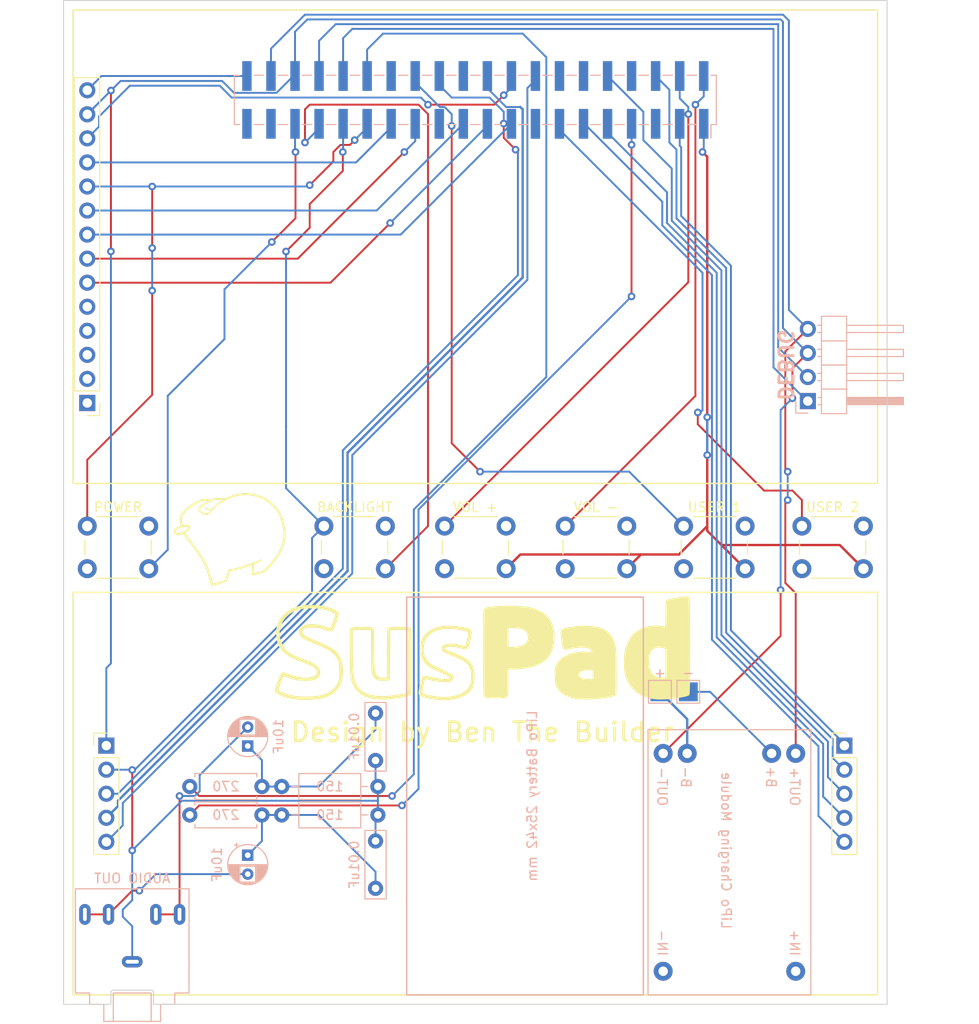
<source format=kicad_pcb>
(kicad_pcb (version 20211014) (generator pcbnew)
  (layers (0 "F.Cu" signal) (31 "B.Cu" signal) (34 "B.Paste" user) (35 "F.Paste" user) (36 "B.SilkS" user "B.Silkscreen") (37 "F.SilkS" user "F.Silkscreen") (38 "B.Mask" user) (39 "F.Mask" user) (44 "Edge.Cuts" user))
  (net 0 "")
  (footprint "Connector_PinHeader_2.54mm:PinHeader_1x14_P2.54mm_Vertical" (layer "F.Cu") (at 33.75 80 180)
    (fp_text reference "REF**" hide)
    (fp_text value "PinHeader_1x14_P2.54mm_Vertical" hide)
  )
  (footprint "MountingHole:MountingHole_2.7mm_M2.5" (layer "F.Cu") (at 114.25 41.5)
    (fp_text reference "REF**" hide)
    (fp_text value "MountingHole_2.7mm_M2.5" hide)
  )
  (footprint "MountingHole:MountingHole_2.7mm_M2.5" (layer "F.Cu") (at 114.25 85.5)
    (fp_text reference "REF**" hide)
    (fp_text value "MountingHole_2.7mm_M2.5" hide)
  )
  (footprint "Button_Switch_THT:SW_PUSH_6mm_H4.3mm" (layer "F.Cu") (at 96.75 93)
    (fp_text reference "USER 1")
    (fp_text value "SW_PUSH_6mm_H4.3mm" hide)
  )
  (footprint "Connector_PinHeader_2.54mm:PinHeader_1x05_P2.54mm_Vertical" (layer "F.Cu") (at 113.738358 116.183368)
    (fp_text reference "REF**" hide)
    (fp_text value "PinHeader_1x05_P2.54mm_Vertical" hide)
  )
  (footprint "MountingHole:MountingHole_2.7mm_M2.5" (layer "F.Cu") (at 39.25 41.5)
    (fp_text reference "REF**" hide)
    (fp_text value "MountingHole_2.7mm_M2.5" hide)
  )
  (footprint "Button_Switch_THT:SW_PUSH_6mm_H4.3mm" (layer "F.Cu") (at 84.25 93)
    (fp_text reference "VOL -")
    (fp_text value "SW_PUSH_6mm_H4.3mm" hide)
  )
  (footprint "MountingHole:MountingHole_2.5mm" (layer "F.Cu") (at 103.733251 71.025122)
    (fp_text reference "REF**" hide)
    (fp_text value "MountingHole_2.5mm" hide)
  )
  (footprint "Connector_PinHeader_2.54mm:PinHeader_1x05_P2.54mm_Vertical" (layer "F.Cu") (at 35.766898 116.182377)
    (fp_text reference "REF**" hide)
    (fp_text value "PinHeader_1x05_P2.54mm_Vertical" hide)
  )
  (footprint "MountingHole:MountingHole_2.5mm" (layer "F.Cu") (at 45.75 71)
    (fp_text reference "REF**" hide)
    (fp_text value "MountingHole_2.5mm" hide)
  )
  (footprint "MountingHole:MountingHole_2.5mm" (layer "F.Cu") (at 45.75 48)
    (fp_text reference "REF**" hide)
    (fp_text value "MountingHole_2.5mm" hide)
  )
  (footprint "Button_Switch_THT:SW_PUSH_6mm_H4.3mm" (layer "F.Cu") (at 109.25 93)
    (fp_text reference "USER 2")
    (fp_text value "SW_PUSH_6mm_H4.3mm" hide)
  )
  (footprint "Button_Switch_THT:SW_PUSH_6mm_H4.3mm" (layer "F.Cu") (at 58.75 93)
    (fp_text reference "BACKLIGHT")
    (fp_text value "SW_PUSH_6mm_H4.3mm" hide)
  )
  (footprint "Button_Switch_THT:SW_PUSH_6mm_H4.3mm" (layer "F.Cu") (at 71.5 93)
    (fp_text reference "VOL +")
    (fp_text value "SW_PUSH_6mm_H4.3mm" hide)
  )
  (footprint "MountingHole:MountingHole_2.5mm" (layer "F.Cu") (at 103.721917 48.032269)
    (fp_text reference "REF**" hide)
    (fp_text value "MountingHole_2.5mm" hide)
  )
  (footprint "Button_Switch_THT:SW_PUSH_6mm_H4.3mm" (layer "F.Cu") (at 33.75 93)
    (fp_text reference "POWER")
    (fp_text value "SW_PUSH_6mm_H4.3mm" hide)
  )
  (footprint "MountingHole:MountingHole_2.7mm_M2.5" (layer "F.Cu") (at 39.25 85.5)
    (fp_text reference "REF**" hide)
    (fp_text value "MountingHole_2.7mm_M2.5" hide)
  )
  (footprint "Connector_Audio:Jack_3.5mm_CUI_SJ1-3525N_Horizontal" (layer "B.Cu") (at 38.5 139 180)
    (fp_text reference "AUDIO OUT")
    (fp_text value "Jack_3.5mm_CUI_SJ1-3525N_Horizontal" hide)
  )
  (footprint "Connector_PinHeader_2.54mm:PinHeader_2x20_P2.54mm_Vertical_SMD" (layer "B.Cu") (at 74.75 48 90)
    (fp_text reference "REF**" hide)
    (fp_text value "PinHeader_2x20_P2.54mm_Vertical_SMD" hide)
  )
  (footprint "Capacitor_THT:CP_Radial_D4.0mm_P2.00mm" (layer "B.Cu") (at 50.705 127.75 -90)
    (fp_text reference "10uF")
    (fp_text value "CP_Radial_D4.0mm_P2.00mm" hide)
  )
  (footprint "Resistor_THT:R_Axial_DIN0207_L6.3mm_D2.5mm_P10.16mm_Horizontal" (layer "B.Cu") (at 64.455 123.5 180)
    (fp_text reference "150")
    (fp_text value "R_Axial_DIN0207_L6.3mm_D2.5mm_P10.16mm_Horizontal" hide)
  )
  (footprint "Library:TP4056-Module" (layer "B.Cu") (at 92.995 142.505 90)
    (fp_text reference "LiPo Charging Module")
    (fp_text value "TP4056-Module" hide)
  )
  (footprint "TestPoint:TestPoint_Pad_2.0x2.0mm" (layer "B.Cu") (at 97.25 110.5 180)
    (fp_text reference "-")
    (fp_text value "TestPoint_Pad_2.0x2.0mm" hide)
  )
  (footprint "Resistor_THT:R_Axial_DIN0207_L6.3mm_D2.5mm_P7.62mm_Horizontal" (layer "B.Cu") (at 52.205 120.5 180)
    (fp_text reference "270")
    (fp_text value "R_Axial_DIN0207_L6.3mm_D2.5mm_P7.62mm_Horizontal" hide)
  )
  (footprint "Capacitor_THT:CP_Radial_D4.0mm_P2.00mm" (layer "B.Cu") (at 50.705 116.2226 90)
    (fp_text reference "10uF")
    (fp_text value "CP_Radial_D4.0mm_P2.00mm" hide)
  )
  (footprint "Resistor_THT:R_Axial_DIN0207_L6.3mm_D2.5mm_P7.62mm_Horizontal" (layer "B.Cu") (at 52.205 123.5 180)
    (fp_text reference "270")
    (fp_text value "R_Axial_DIN0207_L6.3mm_D2.5mm_P7.62mm_Horizontal" hide)
  )
  (footprint "Capacitor_THT:C_Rect_L7.0mm_W2.0mm_P5.00mm" (layer "B.Cu") (at 64.205 112.75 -90)
    (fp_text reference "0.01uF")
    (fp_text value "C_Rect_L7.0mm_W2.0mm_P5.00mm" hide)
  )
  (footprint "Connector_PinHeader_2.54mm:PinHeader_1x04_P2.54mm_Horizontal" (layer "B.Cu") (at 109.875 79.8)
    (fp_text reference "REF**" hide)
    (fp_text value "PinHeader_1x04_P2.54mm_Horizontal" hide)
  )
  (footprint "Resistor_THT:R_Axial_DIN0207_L6.3mm_D2.5mm_P10.16mm_Horizontal" (layer "B.Cu") (at 64.455 120.5 180)
    (fp_text reference "150")
    (fp_text value "R_Axial_DIN0207_L6.3mm_D2.5mm_P10.16mm_Horizontal" hide)
  )
  (footprint "Capacitor_THT:C_Rect_L7.0mm_W2.0mm_P5.00mm" (layer "B.Cu") (at 64.205 126.25 -90)
    (fp_text reference "0.01uF")
    (fp_text value "C_Rect_L7.0mm_W2.0mm_P5.00mm" hide)
  )
  (footprint "TestPoint:TestPoint_Pad_2.0x2.0mm" (layer "B.Cu") (at 94.25 110.5 180)
    (fp_text reference "+")
    (fp_text value "TestPoint_Pad_2.0x2.0mm" hide)
  )
  (gr_rect (start 67.5 100.5) (end 92.5 142.5) (layer "B.SilkS") (width 0.15) (fill none))
  (gr_poly (pts (xy 78.419638 101.40222) (xy 78.900876 101.413479) (xy 79.366901 101.43499) (xy 79.794065 101.465845) (xy 80.158721 101.505133) (xy 80.310219 101.527655) (xy 80.437223 101.551945) (xy 80.566419 101.58339) (xy 80.696887 101.619289) (xy 80.827913 101.659302) (xy 80.958783 101.703088) (xy 81.088786 101.750305) (xy 81.217207 101.800612) (xy 81.343334 101.853668) (xy 81.466453 101.909132) (xy 81.585851 101.966664) (xy 81.700816 102.025921) (xy 81.810633 102.086563) (xy 81.914591 102.148249) (xy 82.011975 102.210638) (xy 82.102073 102.273389) (xy 82.184171 102.33616) (xy 82.257557 102.398611) (xy 82.342755 102.480456) (xy 82.423705 102.568356) (xy 82.500373 102.662) (xy 82.572727 102.761077) (xy 82.704366 102.974282) (xy 82.818362 103.20548) (xy 82.914458 103.452182) (xy 82.992395 103.711896) (xy 83.051914 103.982131) (xy 83.092757 104.260396) (xy 83.114667 104.544201) (xy 83.117383 104.831055) (xy 83.100649 105.118468) (xy 83.064205 105.403947) (xy 83.007793 105.685003) (xy 82.931156 105.959145) (xy 82.834034 106.223882) (xy 82.716169 106.476722) (xy 82.649535 106.5965) (xy 82.578984 106.709983) (xy 82.504072 106.817492) (xy 82.424354 106.919348) (xy 82.339386 107.015871) (xy 82.248723 107.107381) (xy 82.151921 107.1942) (xy 82.048536 107.276646) (xy 81.938122 107.355041) (xy 81.820236 107.429705) (xy 81.694433 107.500958) (xy 81.56027 107.569121) (xy 81.4173 107.634514) (xy 81.26508 107.697458) (xy 81.103166 107.758273) (xy 80.931113 107.817279) (xy 80.820806 107.852396) (xy 80.70218 107.886222) (xy 80.443728 107.94946) (xy 80.163284 108.005918) (xy 79.868369 108.054521) (xy 79.56651 108.094195) (xy 79.26523 108.123864) (xy 78.972053 108.142454) (xy 78.694503 108.148889) (xy 78.25 108.148889) (xy 78.25 109.552944) (xy 78.249201 109.954684) (xy 78.248047 110.125235) (xy 78.246252 110.277131) (xy 78.243713 110.41154) (xy 78.240327 110.529629) (xy 78.23599 110.632567) (xy 78.230598 110.721521) (xy 78.224049 110.797659) (xy 78.216239 110.86215) (xy 78.211829 110.890392) (xy 78.207065 110.91616) (xy 78.201934 110.9396) (xy 78.196423 110.960859) (xy 78.190519 110.980081) (xy 78.18421 110.997413) (xy 78.177482 111.013001) (xy 78.170322 111.026991) (xy 78.162719 111.039528) (xy 78.154657 111.05076) (xy 78.146126 111.060831) (xy 78.137111 111.069889) (xy 78.116251 111.085268) (xy 78.084577 111.099654) (xy 77.991674 111.125451) (xy 77.864167 111.14728) (xy 77.707826 111.165139) (xy 77.528416 111.17903) (xy 77.331704 111.188952) (xy 76.909446 111.196889) (xy 76.487187 111.188952) (xy 76.290476 111.17903) (xy 76.111065 111.165139) (xy 75.954724 111.14728) (xy 75.827217 111.125451) (xy 75.734314 111.099654) (xy 75.70264 111.085268) (xy 75.68178 111.069889) (xy 75.648569 111.006913) (xy 75.622469 110.867703) (xy 75.602652 110.615715) (xy 75.588293 110.214403) (xy 75.572638 108.817624) (xy 75.568889 106.385) (xy 75.569265 105.75) (xy 78.25 105.75) (xy 78.659224 105.75) (xy 78.779878 105.748038) (xy 78.898176 105.742242) (xy 79.013745 105.732745) (xy 79.126213 105.719683) (xy 79.235209 105.70319) (xy 79.34036 105.6834) (xy 79.441295 105.660447) (xy 79.53764 105.634465) (xy 79.629025 105.60559) (xy 79.715076 105.573956) (xy 79.795423 105.539696) (xy 79.869692 105.502945) (xy 79.937512 105.463838) (xy 79.998511 105.422509) (xy 80.052317 105.379092) (xy 80.076406 105.356643) (xy 80.098557 105.333722) (xy 80.14057 105.283355) (xy 80.178019 105.231584) (xy 80.21097 105.178575) (xy 80.239488 105.124495) (xy 80.26364 105.06951) (xy 80.283491 105.013788) (xy 80.299107 104.957495) (xy 80.310553 104.900798) (xy 80.317897 104.843863) (xy 80.321204 104.786856) (xy 80.320539 104.729946) (xy 80.315969 104.673297) (xy 80.307559 104.617078) (xy 80.295376 104.561454) (xy 80.279485 104.506593) (xy 80.259952 104.45266) (xy 80.236843 104.399823) (xy 80.210224 104.348247) (xy 80.18016 104.298101) (xy 80.146719 104.249551) (xy 80.109964 104.202762) (xy 80.069964 104.157903) (xy 80.026782 104.115138) (xy 79.980486 104.074636) (xy 79.931141 104.036563) (xy 79.878813 104.001085) (xy 79.823568 103.96837) (xy 79.765471 103.938583) (xy 79.704589 103.911891) (xy 79.640988 103.888462) (xy 79.574733 103.868461) (xy 79.50589 103.852056) (xy 79.427067 103.836567) (xy 79.335675 103.82207) (xy 79.235023 103.808896) (xy 79.128418 103.797375) (xy 79.019167 103.787839) (xy 78.910577 103.780618) (xy 78.805957 103.776043) (xy 78.708612 103.774445) (xy 78.25 103.774445) (xy 78.25 105.75) (xy 75.569265 105.75) (xy 75.569675 105.057122) (xy 75.572528 104.005073) (xy 75.578191 103.197102) (xy 75.58231 102.874723) (xy 75.587411 102.601458) (xy 75.593586 102.373338) (xy 75.600929 102.186393) (xy 75.609534 102.036656) (xy 75.619492 101.920156) (xy 75.630896 101.832926) (xy 75.637171 101.799047) (xy 75.643841 101.770997) (xy 75.65092 101.74828) (xy 75.658419 101.7304) (xy 75.666349 101.716861) (xy 75.674723 101.707167) (xy 75.697555 101.68656) (xy 75.726744 101.666997) (xy 75.762857 101.648364) (xy 75.806463 101.630548) (xy 75.858131 101.613434) (xy 75.918429 101.59691) (xy 76.067188 101.565173) (xy 76.257289 101.534429) (xy 76.493278 101.503768) (xy 76.779703 101.47228) (xy 77.121112 101.439055) (xy 77.506109 101.414099) (xy 77.946833 101.402124)) (layer "F.SilkS") (width 0) (fill solid))
  (gr_poly (pts (xy 63.168889 103.62902) (xy 63.359771 103.638503) (xy 63.534097 103.651964) (xy 63.686346 103.669436) (xy 63.811 103.690949) (xy 63.90254 103.716534) (xy 63.934167 103.730863) (xy 63.955446 103.746222) (xy 63.972992 103.766025) (xy 63.988657 103.792194) (xy 64.002544 103.826465) (xy 64.014757 103.870576) (xy 64.034573 103.995261) (xy 64.048932 104.180139) (xy 64.058661 104.4391) (xy 64.064586 104.786035) (xy 64.068335 105.799389) (xy 64.069044 106.207156) (xy 64.071366 106.57477) (xy 64.07559 106.904577) (xy 64.082005 107.198925) (xy 64.0909 107.460158) (xy 64.102565 107.690623) (xy 64.117289 107.892665) (xy 64.125889 107.983762) (xy 64.135362 108.068632) (xy 64.145745 108.14757) (xy 64.157073 108.220869) (xy 64.169383 108.288822) (xy 64.182712 108.351723) (xy 64.197094 108.409864) (xy 64.212567 108.463539) (xy 64.229166 108.51304) (xy 64.246928 108.558663) (xy 64.265889 108.600699) (xy 64.286085 108.639442) (xy 64.307552 108.675185) (xy 64.330327 108.708221) (xy 64.354445 108.738844) (xy 64.379943 108.767348) (xy 64.406857 108.794024) (xy 64.435223 108.819167) (xy 64.466374 108.844402) (xy 64.496573 108.86726) (xy 64.526194 108.887845) (xy 64.555609 108.906259) (xy 64.585188 108.922606) (xy 64.615305 108.936989) (xy 64.646332 108.949512) (xy 64.67864 108.960278) (xy 64.712602 108.96939) (xy 64.748589 108.976952) (xy 64.786974 108.983068) (xy 64.828129 108.987839) (xy 64.872427 108.99137) (xy 64.920238 108.993765) (xy 64.971935 108.995126) (xy 65.02789 108.995556) (xy 65.40889 108.995556) (xy 65.40889 106.427333) (xy 65.409689 105.671714) (xy 65.412638 105.074761) (xy 65.415177 104.829765) (xy 65.418564 104.617211) (xy 65.422901 104.434692) (xy 65.428293 104.279799) (xy 65.434842 104.150124) (xy 65.442652 104.043258) (xy 65.451826 103.956795) (xy 65.456957 103.920462) (xy 65.462468 103.888326) (xy 65.468372 103.860086) (xy 65.474681 103.835442) (xy 65.481409 103.814092) (xy 65.488568 103.795735) (xy 65.496172 103.780071) (xy 65.504233 103.766798) (xy 65.512765 103.755616) (xy 65.521779 103.746222) (xy 65.542437 103.731484) (xy 65.573521 103.717697) (xy 65.664186 103.692975) (xy 65.788213 103.672056) (xy 65.940042 103.654941) (xy 66.114112 103.641629) (xy 66.304863 103.632121) (xy 66.714168 103.624514) (xy 67.123473 103.632121) (xy 67.314225 103.641629) (xy 67.488295 103.654941) (xy 67.640124 103.672056) (xy 67.764151 103.692975) (xy 67.854815 103.717697) (xy 67.885899 103.731484) (xy 67.906557 103.746222) (xy 67.924103 103.769027) (xy 67.939768 103.802653) (xy 67.965868 103.915887) (xy 67.985684 104.11296) (xy 68.000043 104.42091) (xy 68.015698 105.47759) (xy 68.019446 107.302223) (xy 68.018674 108.277736) (xy 68.015918 109.059277) (xy 68.010516 109.667846) (xy 68.006617 109.913829) (xy 68.001807 110.124445) (xy 67.996006 110.302319) (xy 67.989129 110.450075) (xy 67.981095 110.57034) (xy 67.971821 110.665738) (xy 67.961224 110.738895) (xy 67.955404 110.767953) (xy 67.949221 110.792435) (xy 67.942667 110.812669) (xy 67.93573 110.828984) (xy 67.928401 110.841707) (xy 67.920668 110.851167) (xy 67.890746 110.873124) (xy 67.844008 110.896518) (xy 67.781499 110.921131) (xy 67.704261 110.946747) (xy 67.509779 111.000119) (xy 67.268911 111.054896) (xy 66.99001 111.109342) (xy 66.681426 111.161721) (xy 66.35151 111.210297) (xy 66.008612 111.253334) (xy 65.605922 111.291603) (xy 65.223241 111.313761) (xy 65.039352 111.318774) (xy 64.860403 111.319733) (xy 64.686374 111.316627) (xy 64.517244 111.309447) (xy 64.352992 111.298185) (xy 64.193598 111.282832) (xy 64.039041 111.263378) (xy 63.8893 111.239815) (xy 63.744354 111.212133) (xy 63.604184 111.180323) (xy 63.468767 111.144377) (xy 63.338084 111.104285) (xy 63.212114 111.060038) (xy 63.090837 111.011627) (xy 62.974231 110.959044) (xy 62.862275 110.902278) (xy 62.75495 110.841322) (xy 62.652235 110.776165) (xy 62.554108 110.7068) (xy 62.46055 110.633216) (xy 62.371539 110.555406) (xy 62.287055 110.473359) (xy 62.207077 110.387066) (xy 62.131584 110.29652) (xy 62.060557 110.20171) (xy 61.993974 110.102628) (xy 61.931814 109.999265) (xy 61.874057 109.891611) (xy 61.758977 109.657) (xy 61.711632 109.545787) (xy 61.670438 109.43289) (xy 61.634907 109.313998) (xy 61.604554 109.184802) (xy 61.578893 109.040991) (xy 61.557439 108.878257) (xy 61.525207 108.478778) (xy 61.503971 107.951885) (xy 61.489846 107.2631) (xy 61.478946 106.377945) (xy 61.474443 105.989889) (xy 61.810556 105.989889) (xy 61.813726 106.719836) (xy 61.824006 107.336839) (xy 61.832174 107.607379) (xy 61.842554 107.854954) (xy 61.855291 108.08132) (xy 61.870529 108.288236) (xy 61.888412 108.477458) (xy 61.909086 108.650743) (xy 61.932695 108.809848) (xy 61.959385 108.95653) (xy 61.989298 109.092545) (xy 62.022581 109.219652) (xy 62.059378 109.339607) (xy 62.099834 109.454167) (xy 62.189375 109.662028) (xy 62.29659 109.854335) (xy 62.421458 110.031077) (xy 62.563957 110.192244) (xy 62.724068 110.337825) (xy 62.90177 110.46781) (xy 63.097041 110.582189) (xy 63.309862 110.680952) (xy 63.540211 110.764087) (xy 63.788069 110.831585) (xy 64.053414 110.883436) (xy 64.336225 110.919628) (xy 64.636482 110.940152) (xy 64.954165 110.944998) (xy 65.289252 110.934155) (xy 65.641723 110.907612) (xy 65.943927 110.874263) (xy 66.258864 110.833969) (xy 66.572147 110.789045) (xy 66.86939 110.741806) (xy 67.136206 110.694567) (xy 67.358208 110.649642) (xy 67.447908 110.628772) (xy 67.521009 110.609348) (xy 67.575714 110.591661) (xy 67.610224 110.576) (xy 67.622777 110.501517) (xy 67.633926 110.302928) (xy 67.651674 109.587341) (xy 67.662809 108.537055) (xy 67.666668 107.259889) (xy 67.666668 103.986111) (xy 65.761668 103.986111) (xy 65.747557 106.646056) (xy 65.72639 109.313056) (xy 65.140779 109.334223) (xy 65.006224 109.337812) (xy 64.882562 109.337805) (xy 64.769112 109.333912) (xy 64.716003 109.330418) (xy 64.66519 109.325844) (xy 64.61659 109.320154) (xy 64.570116 109.313311) (xy 64.525683 109.305279) (xy 64.483207 109.296023) (xy 64.442601 109.285506) (xy 64.40378 109.273692) (xy 64.36666 109.260545) (xy 64.331154 109.246028) (xy 64.297178 109.230105) (xy 64.264646 109.212741) (xy 64.233474 109.193899) (xy 64.203575 109.173543) (xy 64.174865 109.151636) (xy 64.147258 109.128143) (xy 64.120669 109.103028) (xy 64.095013 109.076253) (xy 64.070205 109.047784) (xy 64.046158 109.017583) (xy 64.022789 108.985616) (xy 64.000011 108.951844) (xy 63.97774 108.916233) (xy 63.95589 108.878746) (xy 63.934376 108.839347) (xy 63.913112 108.798) (xy 63.861532 108.683292) (xy 63.821941 108.564285) (xy 63.792438 108.413528) (xy 63.771119 108.20357) (xy 63.756085 107.906961) (xy 63.745432 107.49625) (xy 63.729667 106.222722) (xy 63.708502 103.986111) (xy 61.810556 103.986111) (xy 61.810556 105.989889) (xy 61.474443 105.989889) (xy 61.47014 105.618949) (xy 61.46721 105.303127) (xy 61.465386 105.026144) (xy 61.46476 104.785294) (xy 61.465427 104.577868) (xy 61.467479 104.401159) (xy 61.471008 104.252458) (xy 61.476108 104.129059) (xy 61.479277 104.076) (xy 61.482873 104.028252) (xy 61.486908 103.985474) (xy 61.491394 103.94733) (xy 61.496343 103.913479) (xy 61.501766 103.883585) (xy 61.507674 103.857308) (xy 61.51408 103.83431) (xy 61.520995 103.814252) (xy 61.528431 103.796796) (xy 61.536399 103.781604) (xy 61.54491 103.768336) (xy 61.553978 103.756655) (xy 61.563612 103.746222) (xy 61.584891 103.731464) (xy 61.616518 103.717619) (xy 61.708058 103.692685) (xy 61.832712 103.671452) (xy 61.984961 103.653949) (xy 62.159286 103.640208) (xy 62.350169 103.63026) (xy 62.759529 103.621868)) (layer "F.SilkS") (width 0) (fill solid))
  (gr_rect (start 117.25 38.5) (end 32.25 88.5) (layer "F.SilkS") (width 0.15) (fill none))
  (gr_poly (pts (xy 86.195328 103.520665) (xy 86.540277 103.5275) (xy 86.823656 103.54079) (xy 87.089495 103.562378) (xy 87.338447 103.592628) (xy 87.456793 103.611114) (xy 87.571162 103.6319) (xy 87.681634 103.655033) (xy 87.788291 103.680557) (xy 87.891214 103.708518) (xy 87.990486 103.73896) (xy 88.086186 103.771929) (xy 88.178397 103.807471) (xy 88.2672 103.84563) (xy 88.352676 103.886451) (xy 88.434906 103.929981) (xy 88.513973 103.976263) (xy 88.589958 104.025344) (xy 88.662941 104.077268) (xy 88.733005 104.132081) (xy 88.80023 104.189828) (xy 88.864698 104.250554) (xy 88.926491 104.314305) (xy 88.98569 104.381125) (xy 89.042376 104.45106) (xy 89.09663 104.524154) (xy 89.148535 104.600455) (xy 89.198171 104.680005) (xy 89.245619 104.762851) (xy 89.290962 104.849038) (xy 89.334281 104.938612) (xy 89.355509 104.984259) (xy 89.376779 105.033586) (xy 89.418946 105.141458) (xy 89.459791 105.258592) (xy 89.498321 105.381347) (xy 89.533543 105.506087) (xy 89.564466 105.629174) (xy 89.590098 105.746969) (xy 89.609446 105.855834) (xy 89.63381 106.210127) (xy 89.653543 106.820901) (xy 89.676474 108.44875) (xy 89.672947 110.013099) (xy 89.659607 110.544498) (xy 89.649754 110.707785) (xy 89.637668 110.787667) (xy 89.617515 110.819961) (xy 89.582688 110.851963) (xy 89.472001 110.91475) (xy 89.31158 110.975345) (xy 89.1074 111.033068) (xy 88.865434 111.087235) (xy 88.591655 111.137165) (xy 88.292039 111.182175) (xy 87.972558 111.221584) (xy 87.297898 111.280867) (xy 86.615465 111.309558) (xy 86.286269 111.310725) (xy 85.973051 111.302199) (xy 85.681785 111.283296) (xy 85.418445 111.253334) (xy 85.283215 111.232057) (xy 85.147882 111.205488) (xy 85.013168 111.173959) (xy 84.879798 111.137799) (xy 84.748496 111.09734) (xy 84.619983 111.052912) (xy 84.494985 111.004846) (xy 84.374224 110.953473) (xy 84.258424 110.899123) (xy 84.148309 110.842127) (xy 84.044601 110.782816) (xy 83.948024 110.721521) (xy 83.859303 110.658572) (xy 83.779159 110.594301) (xy 83.708318 110.529037) (xy 83.647501 110.463111) (xy 83.575752 110.376677) (xy 83.511061 110.293861) (xy 83.453048 110.213483) (xy 83.401328 110.134367) (xy 83.355521 110.055333) (xy 83.315243 109.975203) (xy 83.280111 109.8928) (xy 83.249745 109.806945) (xy 83.22376 109.716459) (xy 83.201776 109.620165) (xy 83.183408 109.516885) (xy 83.168276 109.405439) (xy 83.155996 109.284651) (xy 83.146186 109.153341) (xy 83.138464 109.010332) (xy 83.132447 108.854444) (xy 83.126039 108.661299) (xy 85.741238 108.661299) (xy 85.741486 108.680331) (xy 85.74223 108.699622) (xy 85.74347 108.719016) (xy 85.745206 108.738359) (xy 85.747438 108.757494) (xy 85.750167 108.776268) (xy 85.753391 108.794526) (xy 85.757111 108.812111) (xy 85.770594 108.8518) (xy 85.789895 108.888854) (xy 85.815046 108.923283) (xy 85.846078 108.955097) (xy 85.883022 108.984306) (xy 85.925908 109.010921) (xy 85.974768 109.034952) (xy 86.029633 109.05641) (xy 86.090534 109.075305) (xy 86.157502 109.091647) (xy 86.230567 109.105446) (xy 86.309761 109.116713) (xy 86.395115 109.125459) (xy 86.48666 109.131692) (xy 86.584427 109.135425) (xy 86.688446 109.136667) (xy 87.14 109.136667) (xy 87.14 108.219445) (xy 86.702558 108.219445) (xy 86.613572 108.222235) (xy 86.526789 108.227878) (xy 86.442589 108.23625) (xy 86.361355 108.247226) (xy 86.28347 108.260682) (xy 86.209316 108.276495) (xy 86.139276 108.294541) (xy 86.073731 108.314695) (xy 86.013065 108.336833) (xy 85.98468 108.348607) (xy 85.957659 108.360831) (xy 85.932048 108.373489) (xy 85.907896 108.386566) (xy 85.88525 108.400046) (xy 85.864159 108.413913) (xy 85.844669 108.428153) (xy 85.826829 108.442749) (xy 85.810687 108.457686) (xy 85.79629 108.472949) (xy 85.783686 108.488521) (xy 85.772923 108.504389) (xy 85.764049 108.520535) (xy 85.757111 108.536945) (xy 85.753391 108.548329) (xy 85.750167 108.561212) (xy 85.747438 108.575439) (xy 85.745206 108.590854) (xy 85.74347 108.607302) (xy 85.74223 108.624629) (xy 85.741486 108.64268) (xy 85.741238 108.661299) (xy 83.126039 108.661299) (xy 83.1236 108.587753) (xy 83.120943 108.477863) (xy 83.119879 108.381171) (xy 83.120716 108.295848) (xy 83.123765 108.220065) (xy 83.129335 108.151991) (xy 83.137738 108.089799) (xy 83.143098 108.060336) (xy 83.149283 108.031658) (xy 83.15633 108.003535) (xy 83.164279 107.975739) (xy 83.183038 107.920212) (xy 83.205868 107.863249) (xy 83.233081 107.803021) (xy 83.264986 107.737696) (xy 83.344114 107.584445) (xy 83.372458 107.531879) (xy 83.401867 107.4801) (xy 83.432247 107.429229) (xy 83.463506 107.379393) (xy 83.495551 107.330713) (xy 83.528288 107.283316) (xy 83.561624 107.237324) (xy 83.595467 107.192861) (xy 83.629723 107.150052) (xy 83.6643 107.109021) (xy 83.699104 107.069892) (xy 83.734042 107.032788) (xy 83.769022 106.997834) (xy 83.80395 106.965154) (xy 83.838734 106.934871) (xy 83.873279 106.907111) (xy 83.987866 106.826105) (xy 84.111652 106.749863) (xy 84.244078 106.67852) (xy 84.384586 106.612211) (xy 84.532619 106.551069) (xy 84.687617 106.495229) (xy 84.849023 106.444826) (xy 85.016279 106.399993) (xy 85.188827 106.360866) (xy 85.366108 106.327577) (xy 85.547565 106.300263) (xy 85.732639 106.279057) (xy 85.920772 106.264093) (xy 86.111407 106.255506) (xy 86.303984 106.25343) (xy 86.497947 106.258) (xy 86.590153 106.261618) (xy 86.671372 106.264449) (xy 86.742195 106.266372) (xy 86.803209 106.267261) (xy 86.830222 106.267279) (xy 86.855004 106.266992) (xy 86.877629 106.266385) (xy 86.89817 106.265442) (xy 86.9167 106.264147) (xy 86.933294 106.262486) (xy 86.948025 106.260442) (xy 86.960967 106.258) (xy 86.972193 106.255145) (xy 86.981777 106.251861) (xy 86.985976 106.250053) (xy 86.989793 106.248133) (xy 86.993236 106.246097) (xy 86.996314 106.243944) (xy 86.999037 106.241673) (xy 87.001414 106.23928) (xy 87.003454 106.236765) (xy 87.005166 106.234126) (xy 87.00656 106.231359) (xy 87.007645 106.228465) (xy 87.008429 106.225439) (xy 87.008923 106.222281) (xy 87.009135 106.218989) (xy 87.009075 106.215561) (xy 87.008174 106.208287) (xy 87.006294 106.200446) (xy 87.003508 106.19202) (xy 86.99989 106.182994) (xy 86.995514 106.173354) (xy 86.984781 106.152167) (xy 86.976873 106.138466) (xy 86.966494 106.123917) (xy 86.953821 106.108665) (xy 86.93903 106.092856) (xy 86.922295 106.076633) (xy 86.903793 106.060141) (xy 86.883699 106.043526) (xy 86.862189 106.026931) (xy 86.83944 106.010501) (xy 86.815625 105.994381) (xy 86.790922 105.978716) (xy 86.765506 105.963651) (xy 86.739552 105.94933) (xy 86.713237 105.935897) (xy 86.686735 105.923498) (xy 86.660224 105.912277) (xy 86.592862 105.889276) (xy 86.510927 105.870482) (xy 86.416053 105.855801) (xy 86.309872 105.84514) (xy 86.194016 105.838406) (xy 86.07012 105.835507) (xy 85.939816 105.83635) (xy 85.804737 105.84084) (xy 85.666517 105.848886) (xy 85.526787 105.860395) (xy 85.387181 105.875272) (xy 85.249333 105.893426) (xy 85.114874 105.914764) (xy 84.985439 105.939191) (xy 84.86266 105.966616) (xy 84.748169 105.996945) (xy 84.672024 106.01894) (xy 84.599713 106.037307) (xy 84.565005 106.045134) (xy 84.531268 106.052058) (xy 84.498504 106.058079) (xy 84.466719 106.063201) (xy 84.435915 106.067423) (xy 84.406097 106.070747) (xy 84.377268 106.073175) (xy 84.349433 106.074707) (xy 84.322596 106.075346) (xy 84.296759 106.075091) (xy 84.271928 106.073946) (xy 84.248106 106.07191) (xy 84.225297 106.068985) (xy 84.203504 106.065173) (xy 84.182732 106.060475) (xy 84.162984 106.054891) (xy 84.144265 106.048424) (xy 84.126578 106.041075) (xy 84.109927 106.032844) (xy 84.094316 106.023734) (xy 84.079749 106.013745) (xy 84.06623 106.002879) (xy 84.053762 105.991137) (xy 84.04235 105.97852) (xy 84.031997 105.96503) (xy 84.022708 105.950668) (xy 84.014485 105.935436) (xy 84.007334 105.919334) (xy 83.992854 105.873503) (xy 83.976163 105.806693) (xy 83.937882 105.621457) (xy 83.895962 105.386281) (xy 83.853877 105.123819) (xy 83.815099 104.856728) (xy 83.783102 104.607661) (xy 83.761356 104.399274) (xy 83.753336 104.254222) (xy 83.753904 104.227547) (xy 83.755568 104.200561) (xy 83.758266 104.173452) (xy 83.761935 104.146404) (xy 83.766514 104.119605) (xy 83.77194 104.09324) (xy 83.778151 104.067495) (xy 83.785086 104.042556) (xy 83.792682 104.018609) (xy 83.800878 103.99584) (xy 83.809611 103.974436) (xy 83.81882 103.954582) (xy 83.828442 103.936464) (xy 83.838415 103.920268) (xy 83.848678 103.906181) (xy 83.859168 103.894389) (xy 83.881733 103.876628) (xy 83.917321 103.857802) (xy 83.965394 103.838005) (xy 84.025415 103.817329) (xy 84.179149 103.773714) (xy 84.374224 103.727702) (xy 84.60634 103.680035) (xy 84.871199 103.631459) (xy 85.164501 103.582718) (xy 85.481946 103.534556) (xy 85.542759 103.529622) (xy 85.632427 103.525516) (xy 85.881466 103.520445)) (layer "F.SilkS") (width 0) (fill solid))
  (gr_rect (start 32.25 100) (end 117.25 142.5) (layer "F.SilkS") (width 0.15) (fill none))
  (gr_poly (pts (xy 97.123033 100.404885) (xy 97.147274 100.406657) (xy 97.169267 100.409389) (xy 97.189241 100.413075) (xy 97.207424 100.417706) (xy 97.224045 100.423276) (xy 97.239333 100.429775) (xy 97.253516 100.437197) (xy 97.266824 100.445534) (xy 97.279484 100.454778) (xy 97.291726 100.46492) (xy 97.303778 100.475955) (xy 97.315868 100.487872) (xy 97.328226 100.500666) (xy 97.361435 100.566344) (xy 97.387535 100.716523) (xy 97.407351 100.992048) (xy 97.42171 101.433764) (xy 97.437365 102.979151) (xy 97.441114 105.679445) (xy 97.440342 107.127804) (xy 97.437585 108.282394) (xy 97.432183 109.175541) (xy 97.423474 109.839577) (xy 97.417672 110.09578) (xy 97.410796 110.306828) (xy 97.402762 110.476763) (xy 97.393488 110.609624) (xy 97.382891 110.709455) (xy 97.370889 110.780294) (xy 97.364335 110.806106) (xy 97.357399 110.826185) (xy 97.35007 110.841037) (xy 97.342337 110.851167) (xy 97.276861 110.894143) (xy 97.170757 110.937997) (xy 97.028541 110.98212) (xy 96.85473 111.025902) (xy 96.43039 111.110004) (xy 95.933869 111.185424) (xy 95.401299 111.247284) (xy 94.868811 111.290706) (xy 94.372538 111.310812) (xy 94.149273 111.310596) (xy 93.948612 111.302722) (xy 93.744989 111.285495) (xy 93.549284 111.262801) (xy 93.361143 111.234463) (xy 93.180217 111.200307) (xy 93.006154 111.160156) (xy 92.838602 111.113835) (xy 92.67721 111.061168) (xy 92.521626 111.00198) (xy 92.371499 110.936094) (xy 92.226478 110.863335) (xy 92.086211 110.783528) (xy 91.950347 110.696496) (xy 91.818535 110.602064) (xy 91.690422 110.500057) (xy 91.565658 110.390298) (xy 91.443891 110.272612) (xy 91.364292 110.189721) (xy 91.286987 110.102603) (xy 91.212122 110.011495) (xy 91.13984 109.916636) (xy 91.070287 109.818263) (xy 91.003607 109.716614) (xy 90.939945 109.611926) (xy 90.879446 109.504438) (xy 90.822254 109.394386) (xy 90.768514 109.282009) (xy 90.71837 109.167544) (xy 90.671968 109.051228) (xy 90.629452 108.933301) (xy 90.590967 108.813999) (xy 90.556657 108.69356) (xy 90.526667 108.572222) (xy 90.505583 108.471496) (xy 90.48731 108.353459) (xy 90.471849 108.220476) (xy 90.459199 108.074916) (xy 90.442332 107.755528) (xy 90.436709 107.414229) (xy 90.437386 107.372778) (xy 93.101944 107.372778) (xy 93.104009 107.469927) (xy 93.10887 107.564248) (xy 93.11651 107.655724) (xy 93.126915 107.744338) (xy 93.14007 107.830074) (xy 93.155958 107.912915) (xy 93.174564 107.992844) (xy 93.195873 108.069844) (xy 93.219869 108.143899) (xy 93.246537 108.214992) (xy 93.275861 108.283105) (xy 93.307825 108.348222) (xy 93.342415 108.410327) (xy 93.379614 108.469402) (xy 93.419407 108.52543) (xy 93.461779 108.578396) (xy 93.506715 108.628282) (xy 93.554197 108.675071) (xy 93.604212 108.718746) (xy 93.656744 108.759291) (xy 93.711777 108.796689) (xy 93.769295 108.830923) (xy 93.829284 108.861977) (xy 93.891727 108.889833) (xy 93.956609 108.914475) (xy 94.023915 108.935885) (xy 94.093629 108.954048) (xy 94.165735 108.968946) (xy 94.240219 108.980563) (xy 94.317064 108.988881) (xy 94.396255 108.993885) (xy 94.477777 108.995556) (xy 94.830558 108.995556) (xy 94.830558 105.968722) (xy 94.569501 105.898167) (xy 94.469997 105.8718) (xy 94.375061 105.850942) (xy 94.284466 105.835644) (xy 94.240725 105.830096) (xy 94.197983 105.825958) (xy 94.156214 105.823235) (xy 94.115387 105.821936) (xy 94.075475 105.822065) (xy 94.03645 105.823629) (xy 93.998282 105.826635) (xy 93.960943 105.831089) (xy 93.924406 105.836998) (xy 93.888641 105.844368) (xy 93.85362 105.853206) (xy 93.819315 105.863518) (xy 93.785697 105.87531) (xy 93.752738 105.88859) (xy 93.72041 105.903362) (xy 93.688683 105.919635) (xy 93.657531 105.937414) (xy 93.626923 105.956706) (xy 93.596832 105.977517) (xy 93.56723 105.999854) (xy 93.538087 106.023723) (xy 93.509376 106.049131) (xy 93.481068 106.076084) (xy 93.453135 106.104588) (xy 93.425548 106.134651) (xy 93.398279 106.166278) (xy 93.358907 106.216027) (xy 93.32275 106.267605) (xy 93.289713 106.321354) (xy 93.259705 106.377614) (xy 93.232631 106.436726) (xy 93.2084 106.499033) (xy 93.186918 106.564874) (xy 93.168092 106.63459) (xy 93.151829 106.708524) (xy 93.138036 106.787015) (xy 93.126621 106.870405) (xy 93.117489 106.959036) (xy 93.110549 107.053247) (xy 93.105707 107.15338) (xy 93.102869 107.259777) (xy 93.101944 107.372778) (xy 90.437386 107.372778) (xy 90.442332 107.069954) (xy 90.459199 106.741636) (xy 90.471849 106.589379) (xy 90.48731 106.448211) (xy 90.505583 106.320499) (xy 90.526667 106.208611) (xy 90.552145 106.093071) (xy 90.583319 105.974524) (xy 90.619763 105.853765) (xy 90.661054 105.73159) (xy 90.70677 105.608794) (xy 90.756484 105.486175) (xy 90.809775 105.364527) (xy 90.866218 105.244646) (xy 90.92539 105.127328) (xy 90.986866 105.01337) (xy 91.050223 104.903566) (xy 91.115038 104.798713) (xy 91.180886 104.699606) (xy 91.247343 104.607041) (xy 91.313987 104.521815) (xy 91.380393 104.444722) (xy 91.455537 104.368541) (xy 91.537709 104.293662) (xy 91.62633 104.220395) (xy 91.720822 104.14905) (xy 91.820605 104.079938) (xy 91.925102 104.013369) (xy 92.033732 103.949652) (xy 92.145918 103.889097) (xy 92.261081 103.832016) (xy 92.378641 103.778717) (xy 92.49802 103.72951) (xy 92.61864 103.684707) (xy 92.739921 103.644616) (xy 92.861284 103.609549) (xy 92.982152 103.579814) (xy 93.101944 103.555723) (xy 93.19396 103.542323) (xy 93.294347 103.531207) (xy 93.401556 103.522345) (xy 93.514035 103.515704) (xy 93.748605 103.508965) (xy 93.985655 103.510743) (xy 94.212783 103.520789) (xy 94.318751 103.528835) (xy 94.417587 103.538855) (xy 94.507741 103.550818) (xy 94.587664 103.564694) (xy 94.655804 103.58045) (xy 94.710611 103.598056) (xy 94.730562 103.605409) (xy 94.748177 103.607936) (xy 94.763601 103.604117) (xy 94.776979 103.592433) (xy 94.788454 103.571365) (xy 94.798173 103.539393) (xy 94.80628 103.494997) (xy 94.812918 103.43666) (xy 94.822372 103.272081) (xy 94.827691 103.033501) (xy 94.830558 102.285722) (xy 94.831839 102.008227) (xy 94.835519 101.745862) (xy 94.841348 101.504498) (xy 94.849079 101.290007) (xy 94.858463 101.108257) (xy 94.869254 100.96512) (xy 94.875098 100.909866) (xy 94.881201 100.866467) (xy 94.887532 100.835655) (xy 94.894059 100.818166) (xy 94.906016 100.805935) (xy 94.92589 100.793072) (xy 94.953496 100.779611) (xy 94.988646 100.765581) (xy 95.080836 100.735939) (xy 95.200974 100.704396) (xy 95.347569 100.671199) (xy 95.519136 100.636596) (xy 95.714184 100.600836) (xy 95.931226 100.564167) (xy 96.334177 100.49893) (xy 96.499299 100.472854) (xy 96.642623 100.451057) (xy 96.76598 100.433477) (xy 96.820742 100.426249) (xy 96.871198 100.420051) (xy 96.917577 100.414877) (xy 96.960107 100.410719) (xy 96.999018 100.407568) (xy 97.034537 100.405416) (xy 97.066893 100.404258) (xy 97.096316 100.404083)) (layer "F.SilkS") (width 0) (fill solid))
  (gr_poly (pts (xy 50.5 89.5) (xy 50.673964 89.506118) (xy 50.751297 89.510231) (xy 50.813002 89.514816) (xy 50.871453 89.520405) (xy 50.930361 89.526789) (xy 50.988898 89.533866) (xy 51.046232 89.541539) (xy 51.101532 89.549708) (xy 51.153967 89.558274) (xy 51.202706 89.567138) (xy 51.246919 89.5762) (xy 51.351628 89.598888) (xy 51.459115 89.62356) (xy 51.557077 89.647042) (xy 51.633211 89.666158) (xy 51.678171 89.678945) (xy 51.738895 89.69761) (xy 51.881787 89.743945) (xy 52.010192 89.787899) (xy 52.052808 89.803588) (xy 52.065893 89.808917) (xy 52.072418 89.812208) (xy 52.07623 89.814364) (xy 52.082671 89.817549) (xy 52.091394 89.821603) (xy 52.102052 89.826363) (xy 52.127783 89.83736) (xy 52.157085 89.84925) (xy 52.172312 89.855228) (xy 52.186818 89.861156) (xy 52.200283 89.866886) (xy 52.212384 89.872268) (xy 52.222798 89.877155) (xy 52.231202 89.881396) (xy 52.23455 89.883229) (xy 52.237275 89.884844) (xy 52.239337 89.886224) (xy 52.240694 89.887349) (xy 52.241933 89.888328) (xy 52.243261 89.889278) (xy 52.24467 89.890193) (xy 52.246151 89.89107) (xy 52.247693 89.891903) (xy 52.249288 89.892689) (xy 52.250927 89.893421) (xy 52.2526 89.894096) (xy 52.254297 89.89471) (xy 52.256011 89.895256) (xy 52.25773 89.895731) (xy 52.259446 89.89613) (xy 52.26115 89.896449) (xy 52.262832 89.896682) (xy 52.264484 89.896826) (xy 52.266095 89.896875) (xy 52.272959 89.898204) (xy 52.28415 89.902051) (xy 52.317869 89.916454) (xy 52.363967 89.938398) (xy 52.419155 89.966195) (xy 52.480148 89.99816) (xy 52.543658 90.032606) (xy 52.606399 90.067845) (xy 52.665085 90.102191) (xy 52.713438 90.130851) (xy 52.756234 90.156844) (xy 52.796054 90.18187) (xy 52.835477 90.207628) (xy 52.877083 90.235816) (xy 52.923451 90.268135) (xy 53.040794 90.351958) (xy 53.102353 90.39748) (xy 53.164621 90.446158) (xy 53.227338 90.497726) (xy 53.290246 90.551917) (xy 53.353086 90.608464) (xy 53.415599 90.667101) (xy 53.477525 90.727562) (xy 53.538607 90.789579) (xy 53.598585 90.852886) (xy 53.657201 90.917215) (xy 53.714194 90.982302) (xy 53.769307 91.047878) (xy 53.822281 91.113678) (xy 53.872857 91.179434) (xy 53.920775 91.24488) (xy 53.965777 91.30975) (xy 54.006854 91.37282) (xy 54.0517 91.44601) (xy 54.098234 91.52555) (xy 54.144371 91.60767) (xy 54.188027 91.6886) (xy 54.227119 91.764568) (xy 54.259564 91.831806) (xy 54.283278 91.886541) (xy 54.291827 91.907576) (xy 54.300873 91.929404) (xy 54.316085 91.965916) (xy 54.351081 92.048165) (xy 54.386101 92.139715) (xy 54.420972 92.239946) (xy 54.455521 92.348239) (xy 54.489574 92.463974) (xy 54.522957 92.58653) (xy 54.555496 92.715287) (xy 54.587019 92.849625) (xy 54.610108 92.956047) (xy 54.630245 93.055288) (xy 54.647555 93.148304) (xy 54.662161 93.236048) (xy 54.674187 93.319477) (xy 54.683757 93.399544) (xy 54.690996 93.477206) (xy 54.696027 93.553416) (xy 54.708727 93.733333) (xy 54.709626 93.752577) (xy 54.709967 93.779337) (xy 54.709124 93.850543) (xy 54.706495 93.937227) (xy 54.702377 94.029666) (xy 54.691926 94.211303) (xy 54.685443 94.336583) (xy 54.684112 94.354023) (xy 54.682533 94.371127) (xy 54.680755 94.387463) (xy 54.678829 94.402596) (xy 54.676803 94.416092) (xy 54.674727 94.427517) (xy 54.673687 94.432317) (xy 54.672652 94.436436) (xy 54.67163 94.439821) (xy 54.670626 94.442416) (xy 54.669412 94.444902) (xy 54.668155 94.447964) (xy 54.665534 94.455645) (xy 54.662814 94.465113) (xy 54.660044 94.476018) (xy 54.657274 94.488016) (xy 54.654554 94.500757) (xy 54.651933 94.513895) (xy 54.649461 94.527083) (xy 54.643243 94.56424) (xy 54.636629 94.600505) (xy 54.629816 94.634983) (xy 54.623002 94.666783) (xy 54.616388 94.695011) (xy 54.61017 94.718773) (xy 54.607272 94.728702) (xy 54.604548 94.737179) (xy 54.602022 94.744093) (xy 54.599719 94.749333) (xy 54.598517 94.751807) (xy 54.597296 94.754833) (xy 54.594824 94.76238) (xy 54.592352 94.771639) (xy 54.589929 94.782274) (xy 54.587606 94.79395) (xy 54.585431 94.806334) (xy 54.583455 94.81909) (xy 54.581727 94.831883) (xy 54.579896 94.84462) (xy 54.576851 94.860009) (xy 54.567522 94.897549) (xy 54.554547 94.942109) (xy 54.538732 94.991294) (xy 54.520883 95.042712) (xy 54.501806 95.093969) (xy 54.482308 95.142671) (xy 54.463194 95.186425) (xy 54.458152 95.197744) (xy 54.45342 95.208517) (xy 54.44911 95.218497) (xy 54.445334 95.227435) (xy 54.442202 95.235083) (xy 54.439827 95.241193) (xy 54.43832 95.245518) (xy 54.437927 95.246933) (xy 54.437793 95.247808) (xy 54.437659 95.248696) (xy 54.437264 95.250146) (xy 54.435743 95.254605) (xy 54.433329 95.260924) (xy 54.430121 95.268842) (xy 54.426219 95.278101) (xy 54.421721 95.288438) (xy 54.416727 95.299594) (xy 54.411336 95.311308) (xy 54.405945 95.323214) (xy 54.400951 95.334922) (xy 54.396453 95.346133) (xy 54.392551 95.356551) (xy 54.389342 95.365878) (xy 54.38803 95.370039) (xy 54.386928 95.373816) (xy 54.38605 95.377171) (xy 54.385407 95.380067) (xy 54.385012 95.382467) (xy 54.384877 95.384333) (xy 54.384807 95.386498) (xy 54.3846 95.388818) (xy 54.383803 95.39387) (xy 54.382533 95.399388) (xy 54.380843 95.405268) (xy 54.37878 95.411409) (xy 54.376394 95.417708) (xy 54.373736 95.424062) (xy 54.370854 95.430371) (xy 54.367799 95.43653) (xy 54.36462 95.442438) (xy 54.361366 95.447993) (xy 54.358088 95.453092) (xy 54.354834 95.457632) (xy 54.351655 95.461513) (xy 54.3486 95.46463) (xy 54.347135 95.465871) (xy 54.345719 95.466883) (xy 54.344343 95.467798) (xy 54.343 95.468943) (xy 54.341698 95.470303) (xy 54.340443 95.47186) (xy 54.339245 95.473597) (xy 54.33811 95.475496) (xy 54.337046 95.477541) (xy 54.336061 95.479715) (xy 54.335163 95.482) (xy 54.33436 95.48438) (xy 54.333659 95.486838) (xy 54.333068 95.489356) (xy 54.332595 95.491917) (xy 54.332247 95.494505) (xy 54.332033 95.497102) (xy 54.33196 95.499692) (xy 54.331826 95.502229) (xy 54.331431 95.50506) (xy 54.330788 95.508154) (xy 54.329909 95.511482) (xy 54.328808 95.515015) (xy 54.327495 95.518723) (xy 54.325984 95.522576) (xy 54.324287 95.526547) (xy 54.322416 95.530603) (xy 54.320384 95.534718) (xy 54.318204 95.53886) (xy 54.315886 95.543) (xy 54.313445 95.54711) (xy 54.310892 95.551159) (xy 54.30824 95.555118) (xy 54.305501 95.558958) (xy 54.302762 95.562749) (xy 54.30011 95.566565) (xy 54.297558 95.570381) (xy 54.295116 95.574172) (xy 54.292799 95.577913) (xy 54.290619 95.58158) (xy 54.288587 95.585148) (xy 54.286716 95.588591) (xy 54.28502 95.591886) (xy 54.283509 95.595007) (xy 54.282196 95.59793) (xy 54.281095 95.60063) (xy 54.280216 95.603081) (xy 54.279573 95.60526) (xy 54.279179 95.607141) (xy 54.279044 95.608699) (xy 54.279032 95.609391) (xy 54.278996 95.610075) (xy 54.278936 95.610751) (xy 54.278854 95.611418) (xy 54.27875 95.612074) (xy 54.278626 95.61272) (xy 54.278481 95.613354) (xy 54.278317 95.613975) (xy 54.278134 95.614582) (xy 54.277933 95.615173) (xy 54.277716 95.615749) (xy 54.277482 95.616309) (xy 54.277232 95.61685) (xy 54.276968 95.617372) (xy 54.27669 95.617875) (xy 54.276398 95.618357) (xy 54.276095 95.618817) (xy 54.275779 95.619255) (xy 54.275453 95.619669) (xy 54.275117 95.620058) (xy 54.274771 95.620422) (xy 54.274417 95.620759) (xy 54.274055 95.621069) (xy 54.273686 95.62135) (xy 54.273311 95.621602) (xy 54.272931 95.621823) (xy 54.272546 95.622013) (xy 54.272157 95.622171) (xy 54.271765 95.622295) (xy 54.27137 95.622385) (xy 54.270974 95.62244) (xy 54.270578 95.622458) (xy 54.270162 95.622511) (xy 54.269712 95.622666) (xy 54.268711 95.623275) (xy 54.267589 95.624265) (xy 54.266361 95.625617) (xy 54.265039 95.627309) (xy 54.263638 95.629323) (xy 54.262173 95.631637) (xy 54.260656 95.634232) (xy 54.259101 95.637087) (xy 54.257524 95.640183) (xy 54.255937 95.643499) (xy 54.254355 95.647014) (xy 54.252792 95.65071) (xy 54.251261 95.654565) (xy 54.249776 95.65856) (xy 54.248352 95.662675) (xy 54.244468 95.671732) (xy 54.239307 95.68275) (xy 54.233079 95.695305) (xy 54.225995 95.708976) (xy 54.218266 95.723343) (xy 54.210104 95.737981) (xy 54.201718 95.752471) (xy 54.19332 95.766391) (xy 54.184861 95.779738) (xy 54.177048 95.792601) (xy 54.170028 95.804696) (xy 54.163951 95.815736) (xy 54.161312 95.820771) (xy 54.158965 95.825437) (xy 54.156928 95.829696) (xy 54.155219 95.833513) (xy 54.153858 95.836852) (xy 54.152863 95.839679) (xy 54.152252 95.841957) (xy 54.152097 95.842879) (xy 54.152044 95.84365) (xy 54.152032 95.844242) (xy 54.151995 95.844827) (xy 54.151935 95.845405) (xy 54.151852 95.845973) (xy 54.151746 95.846533) (xy 54.151619 95.847082) (xy 54.15147 95.847621) (xy 54.1513 95.848148) (xy 54.15111 95.848662) (xy 54.150901 95.849164) (xy 54.150672 95.849651) (xy 54.150426 95.850124) (xy 54.150161 95.850581) (xy 54.149879 95.851022) (xy 54.149581 95.851446) (xy 54.149266 95.851852) (xy 54.148936 95.852239) (xy 54.148591 95.852607) (xy 54.148232 95.852955) (xy 54.147858 95.853282) (xy 54.147472 95.853588) (xy 54.147073 95.85387) (xy 54.146662 95.85413) (xy 54.14624 95.854365) (xy 54.145807 95.854576) (xy 54.145363 95.854761) (xy 54.14491 95.85492) (xy 54.144448 95.855052) (xy 54.143977 95.855155) (xy 54.143498 95.855231) (xy 54.143012 95.855276) (xy 54.142519 95.855291) (xy 54.142017 95.855328) (xy 54.141503 95.855438) (xy 54.140979 95.855619) (xy 54.140446 95.85587) (xy 54.139354 95.856575) (xy 54.138236 95.85754) (xy 54.137099 95.858754) (xy 54.135952 95.860203) (xy 54.134801 95.861875) (xy 54.133655 95.863758) (xy 54.132522 95.865839) (xy 54.131408 95.868107) (xy 54.130323 95.870548) (xy 54.129273 95.87315) (xy 54.128267 95.875902) (xy 54.127312 95.878789) (xy 54.126415 95.881801) (xy 54.125585 95.884924) (xy 54.124894 95.887996) (xy 54.124019 95.891239) (xy 54.122976 95.894629) (xy 54.121782 95.898137) (xy 54.120451 95.901739) (xy 54.119 95.905407) (xy 54.115796 95.912838) (xy 54.112295 95.92022) (xy 54.10862 95.927341) (xy 54.104895 95.93399) (xy 54.101245 95.939958) (xy 54.085237 95.964961) (xy 54.081266 95.971305) (xy 54.07758 95.977314) (xy 54.074317 95.982802) (xy 54.071611 95.987583) (xy 54.044045 96.037936) (xy 54.015387 96.088786) (xy 53.985737 96.139834) (xy 53.955194 96.190782) (xy 53.9459 96.206399) (xy 53.937202 96.221259) (xy 53.929298 96.235003) (xy 53.922386 96.247271) (xy 53.916664 96.257704) (xy 53.912332 96.265941) (xy 53.909587 96.271623) (xy 53.908871 96.273394) (xy 53.908627 96.274391) (xy 53.908366 96.276288) (xy 53.907602 96.278774) (xy 53.904694 96.285346) (xy 53.900151 96.293767) (xy 53.894224 96.303694) (xy 53.887162 96.314786) (xy 53.879215 96.326704) (xy 53.861664 96.351649) (xy 53.843567 96.375801) (xy 53.834938 96.386726) (xy 53.826921 96.39643) (xy 53.819766 96.404571) (xy 53.813723 96.410808) (xy 53.809041 96.414801) (xy 53.807288 96.415849) (xy 53.805969 96.416208) (xy 53.805278 96.416226) (xy 53.804594 96.416281) (xy 53.803918 96.416372) (xy 53.803251 96.416497) (xy 53.802594 96.416657) (xy 53.801948 96.416849) (xy 53.801314 96.417075) (xy 53.800694 96.417332) (xy 53.800087 96.41762) (xy 53.799495 96.417939) (xy 53.798919 96.418287) (xy 53.79836 96.418663) (xy 53.797818 96.419068) (xy 53.797296 96.419499) (xy 53.796793 96.419957) (xy 53.796311 96.420441) (xy 53.795851 96.420949) (xy 53.795413 96.421482) (xy 53.794999 96.422037) (xy 53.79461 96.422616) (xy 53.794246 96.423215) (xy 53.793909 96.423836) (xy 53.793599 96.424477) (xy 53.793318 96.425137) (xy 53.793066 96.425816) (xy 53.792845 96.426513) (xy 53.792655 96.427227) (xy 53.792497 96.427957) (xy 53.792373 96.428703) (xy 53.792283 96.429463) (xy 53.792228 96.430237) (xy 53.79221 96.431025) (xy 53.792124 96.432485) (xy 53.791871 96.434076) (xy 53.791457 96.435778) (xy 53.790887 96.437573) (xy 53.790169 96.439443) (xy 53.789308 96.441368) (xy 53.788311 96.443331) (xy 53.787183 96.445312) (xy 53.785932 96.447293) (xy 53.784562 96.449256) (xy 53.783081 96.451181) (xy 53.781495 96.453051) (xy 53.779809 96.454846) (xy 53.778031 96.456548) (xy 53.776165 96.458139) (xy 53.774219 96.459599) (xy 53.772276 96.46143) (xy 53.770037 96.463725) (xy 53.764777 96.469587) (xy 53.758648 96.476938) (xy 53.751862 96.485529) (xy 53.744629 96.495111) (xy 53.737161 96.505439) (xy 53.729668 96.516262) (xy 53.722361 96.527333) (xy 53.714524 96.538772) (xy 53.70551 96.551377) (xy 53.695627 96.564726) (xy 53.685187 96.578398) (xy 53.674498 96.59197) (xy 53.663871 96.605021) (xy 53.653616 96.61713) (xy 53.644044 96.627875) (xy 53.639731 96.632632) (xy 53.63554 96.637361) (xy 53.631491 96.64203) (xy 53.627607 96.646611) (xy 53.623908 96.651074) (xy 53.620418 96.65539) (xy 53.617156 96.659529) (xy 53.614146 96.663461) (xy 53.611409 96.667159) (xy 53.608966 96.670591) (xy 53.60684 96.673728) (xy 53.605051 96.676542) (xy 53.603622 96.679002) (xy 53.602575 96.681079) (xy 53.60193 96.682743) (xy 53.601766 96.683412) (xy 53.601711 96.683966) (xy 53.601631 96.685196) (xy 53.601398 96.686499) (xy 53.601019 96.687868) (xy 53.600501 96.689295) (xy 53.599853 96.690774) (xy 53.599081 96.692296) (xy 53.597196 96.695443) (xy 53.594909 96.698676) (xy 53.592279 96.701937) (xy 53.589366 96.705168) (xy 53.586232 96.708308) (xy 53.582937 96.7113) (xy 53.579541 96.714083) (xy 53.576105 96.7166) (xy 53.572689 96.718792) (xy 53.569353 96.720599) (xy 53.567735 96.72134) (xy 53.566159 96.721963) (xy 53.564633 96.72246) (xy 53.563166 96.722824) (xy 53.561764 96.723048) (xy 53.560435 96.723124) (xy 53.559843 96.723146) (xy 53.559258 96.72321) (xy 53.558681 96.723315) (xy 53.558112 96.723459) (xy 53.557552 96.723643) (xy 53.557003 96.723864) (xy 53.556464 96.724121) (xy 53.555937 96.724414) (xy 53.555423 96.724741) (xy 53.554921 96.725101) (xy 53.554434 96.725493) (xy 53.553961 96.725915) (xy 53.553063 96.726847) (xy 53.552233 96.727887) (xy 53.551478 96.729027) (xy 53.550803 96.730256) (xy 53.550215 96.731566) (xy 53.54972 96.732947) (xy 53.549324 96.734391) (xy 53.549034 96.735887) (xy 53.548855 96.737426) (xy 53.548794 96.739) (xy 53.548782 96.73979) (xy 53.548745 96.740573) (xy 53.548684 96.741348) (xy 53.5486 96.742113) (xy 53.548492 96.742867) (xy 53.548361 96.743609) (xy 53.548208 96.744338) (xy 53.548033 96.745052) (xy 53.547836 96.745751) (xy 53.547618 96.746433) (xy 53.547379 96.747098) (xy 53.54712 96.747743) (xy 53.54684 96.748369) (xy 53.54654 96.748973) (xy 53.546221 96.749554) (xy 53.545883 96.750112) (xy 53.545527 96.750645) (xy 53.545152 96.751153) (xy 53.544759 96.751633) (xy 53.544349 96.752084) (xy 53.543922 96.752507) (xy 53.543479 96.752898) (xy 53.543019 96.753258) (xy 53.542543 96.753585) (xy 53.542051 96.753878) (xy 53.541545 96.754135) (xy 53.541024 96.754357) (xy 53.540488 96.75454) (xy 53.539939 96.754685) (xy 53.539376 96.75479) (xy 53.5388 96.754853) (xy 53.538211 96.754875) (xy 53.537715 96.754893) (xy 53.53722 96.754948) (xy 53.536727 96.755038) (xy 53.536237 96.755162) (xy 53.53575 96.75532) (xy 53.535269 96.75551) (xy 53.534793 96.755731) (xy 53.534324 96.755983) (xy 53.533863 96.756264) (xy 53.533411 96.756574) (xy 53.532536 96.757275) (xy 53.531708 96.758078) (xy 53.530934 96.758976) (xy 53.530223 96.75996) (xy 53.529581 96.761024) (xy 53.529016 96.762159) (xy 53.528537 96.763357) (xy 53.52815 96.764612) (xy 53.527995 96.765258) (xy 53.527865 96.765914) (xy 53.527762 96.766581) (xy 53.527688 96.767257) (xy 53.527642 96.767941) (xy 53.527627 96.768633) (xy 53.527599 96.769342) (xy 53.527517 96.770081) (xy 53.527382 96.770848) (xy 53.527195 96.77164) (xy 53.526671 96.773295) (xy 53.525957 96.775032) (xy 53.525063 96.776838) (xy 53.523999 96.778697) (xy 53.522778 96.780597) (xy 53.521409 96.782523) (xy 53.519904 96.784462) (xy 53.518274 96.786399) (xy 53.516528 96.788321) (xy 53.514679 96.790213) (xy 53.512737 96.792062) (xy 53.510712 96.793853) (xy 53.508616 96.795573) (xy 53.50646 96.797208) (xy 53.504304 96.798819) (xy 53.502208 96.800468) (xy 53.500184 96.802145) (xy 53.498242 96.803839) (xy 53.496393 96.80554) (xy 53.494647 96.807235) (xy 53.493017 96.808916) (xy 53.491512 96.81057) (xy 53.490143 96.812186) (xy 53.488922 96.813755) (xy 53.487859 96.815264) (xy 53.486964 96.816704) (xy 53.48625 96.818064) (xy 53.485963 96.81871) (xy 53.485726 96.819331) (xy 53.485539 96.819928) (xy 53.485404 96.820497) (xy 53.485322 96.821038) (xy 53.485294 96.821549) (xy 53.485099 96.822537) (xy 53.484527 96.823897) (xy 53.483599 96.825605) (xy 53.482334 96.827635) (xy 53.480753 96.829962) (xy 53.478876 96.832563) (xy 53.474314 96.838483) (xy 53.468809 96.845196) (xy 53.462523 96.852505) (xy 53.455617 96.860211) (xy 53.448252 96.868116) (xy 53.444522 96.872081) (xy 53.440887 96.876022) (xy 53.437366 96.879917) (xy 53.433981 96.883743) (xy 53.43075 96.887475) (xy 53.427695 96.891091) (xy 53.424835 96.894568) (xy 53.42219 96.897882) (xy 53.419782 96.901009) (xy 53.417629 96.903928) (xy 53.415751 96.906614) (xy 53.41417 96.909044) (xy 53.412906 96.911195) (xy 53.411977 96.913043) (xy 53.411646 96.913847) (xy 53.411406 96.914566) (xy 53.41126 96.915198) (xy 53.41121 96.91574) (xy 53.411192 96.916137) (xy 53.411137 96.916533) (xy 53.411047 96.916928) (xy 53.410923 96.91732) (xy 53.410766 96.917709) (xy 53.410576 96.918094) (xy 53.410354 96.918475) (xy 53.410103 96.91885) (xy 53.409512 96.919581) (xy 53.408811 96.92028) (xy 53.408007 96.920943) (xy 53.40711 96.921562) (xy 53.406125 96.922132) (xy 53.405061 96.922645) (xy 53.403926 96.923097) (xy 53.402728 96.92348) (xy 53.401473 96.92379) (xy 53.400171 96.924018) (xy 53.398828 96.92416) (xy 53.397453 96.924208) (xy 53.396647 96.924242) (xy 53.395818 96.924342) (xy 53.394968 96.924508) (xy 53.394098 96.924737) (xy 53.392307 96.92538) (xy 53.390458 96.926259) (xy 53.388566 96.92736) (xy 53.386644 96.928673) (xy 53.384707 96.930184) (xy 53.382768 96.931881) (xy 53.380842 96.933751) (xy 53.378942 96.935783) (xy 53.377082 96.937964) (xy 53.375277 96.940281) (xy 53.37354 96.942722) (xy 53.371885 96.945275) (xy 53.370326 96.947927) (xy 53.368877 96.950666) (xy 53.367453 96.953405) (xy 53.365967 96.956057) (xy 53.364431 96.95861) (xy 53.362858 96.961051) (xy 53.36126 96.963368) (xy 53.35965 96.965549) (xy 53.35804 96.967581) (xy 53.356442 96.969452) (xy 53.354869 96.971149) (xy 53.353333 96.97266) (xy 53.351847 96.973972) (xy 53.351126 96.97455) (xy 53.350423 96.975074) (xy 53.349738 96.975542) (xy 53.349073 96.975953) (xy 53.34843 96.976304) (xy 53.34781 96.976596) (xy 53.347215 96.976825) (xy 53.346647 96.97699) (xy 53.346106 96.977091) (xy 53.345595 96.977125) (xy 53.345198 96.97714) (xy 53.344802 96.977185) (xy 53.344407 96.97726) (xy 53.344015 96.977362) (xy 53.343626 96.977492) (xy 53.343241 96.977648) (xy 53.34286 96.977829) (xy 53.342485 96.978034) (xy 53.342116 96.978263) (xy 53.341754 96.978514) (xy 53.3414 96.978786) (xy 53.341055 96.979078) (xy 53.340392 96.97972) (xy 53.339773 96.980432) (xy 53.339203 96.981206) (xy 53.33869 96.982034) (xy 53.338238 96.982909) (xy 53.337855 96.983822) (xy 53.337546 96.984766) (xy 53.337421 96.985248) (xy 53.337317 96.985734) (xy 53.337235 96.986224) (xy 53.337176 96.986717) (xy 53.337139 96.987212) (xy 53.337127 96.987708) (xy 53.336999 96.992007) (xy 53.336694 96.994014) (xy 53.336102 96.996108) (xy 53.335124 96.998425) (xy 53.333667 97.001102) (xy 53.331632 97.004275) (xy 53.328925 97.00808) (xy 53.321107 97.018135) (xy 53.309445 97.032356) (xy 53.271511 97.077666) (xy 53.207353 97.148653) (xy 53.111868 97.24948) (xy 52.995992 97.369109) (xy 52.870667 97.496501) (xy 52.746829 97.62062) (xy 52.635419 97.730426) (xy 52.547375 97.814882) (xy 52.493636 97.86295) (xy 52.487716 97.867534) (xy 52.481502 97.872138) (xy 52.475046 97.876733) (xy 52.468401 97.881289) (xy 52.454754 97.890167) (xy 52.440983 97.898536) (xy 52.42751 97.906161) (xy 52.414757 97.912807) (xy 52.408781 97.915689) (xy 52.403144 97.918237) (xy 52.397898 97.920423) (xy 52.393095 97.922216) (xy 52.361691 97.932998) (xy 52.34493 97.938141) (xy 52.323641 97.944177) (xy 52.256023 97.962102) (xy 52.135918 97.993125) (xy 52.081216 98.007495) (xy 52.026117 98.022361) (xy 51.940127 98.046041) (xy 51.871336 98.064959) (xy 51.834757 98.074765) (xy 51.802544 98.083083) (xy 51.730445 98.103456) (xy 51.654377 98.125417) (xy 51.637644 98.130557) (xy 51.620328 98.135586) (xy 51.602938 98.140392) (xy 51.585982 98.144863) (xy 51.569969 98.148888) (xy 51.555407 98.152354) (xy 51.542803 98.155151) (xy 51.532668 98.157166) (xy 51.52311 98.158989) (xy 51.512163 98.161234) (xy 51.48769 98.166691) (xy 51.474957 98.169755) (xy 51.462422 98.172942) (xy 51.450483 98.176179) (xy 51.439536 98.179392) (xy 51.425163 98.182938) (xy 51.40958 98.186035) (xy 51.393018 98.188679) (xy 51.375705 98.190867) (xy 51.357872 98.192597) (xy 51.339747 98.193865) (xy 51.321559 98.194667) (xy 51.30354 98.195002) (xy 51.285917 98.194865) (xy 51.26892 98.194253) (xy 51.25278 98.193164) (xy 51.237724 98.191595) (xy 51.223984 98.189542) (xy 51.211787 98.187002) (xy 51.201364 98.183973) (xy 51.192944 98.18045) (xy 51.179937 98.173318) (xy 51.168269 98.166113) (xy 51.157888 98.158684) (xy 51.148742 98.150882) (xy 51.14078 98.14256) (xy 51.133952 98.133569) (xy 51.130947 98.128775) (xy 51.128206 98.123758) (xy 51.123491 98.112981) (xy 51.119755 98.101087) (xy 51.116949 98.087928) (xy 51.115019 98.073355) (xy 51.113916 98.05722) (xy 51.113588 98.039373) (xy 51.113985 98.019666) (xy 51.115054 97.997949) (xy 51.116744 97.974074) (xy 51.120613 97.910608) (xy 51.125475 97.813208) (xy 51.135794 97.569791) (xy 51.140689 97.446446) (xy 51.145583 97.333915) (xy 51.150082 97.244601) (xy 51.152058 97.212527) (xy 51.153786 97.190908) (xy 51.155492 97.166971) (xy 51.1561 97.157152) (xy 51.156515 97.148641) (xy 51.156642 97.144847) (xy 51.156713 97.141345) (xy 51.156723 97.138124) (xy 51.15667 97.135172) (xy 51.156551 97.132477) (xy 51.156364 97.130028) (xy 51.156105 97.127813) (xy 51.155771 97.125821) (xy 51.15536 97.124039) (xy 51.154868 97.122457) (xy 51.154293 97.121062) (xy 51.153631 97.119843) (xy 51.152881 97.118788) (xy 51.152039 97.117886) (xy 51.151101 97.117126) (xy 51.150066 97.116494) (xy 51.14893 97.115981) (xy 51.14769 97.115573) (xy 51.146344 97.115261) (xy 51.144888 97.115031) (xy 51.143319 97.114872) (xy 51.141636 97.114773) (xy 51.137911 97.114708) (xy 51.133437 97.114918) (xy 51.128363 97.115541) (xy 51.122709 97.116571) (xy 51.116496 97.117999) (xy 51.109743 97.119818) (xy 51.102471 97.122019) (xy 51.086449 97.12754) (xy 51.068592 97.1345) (xy 51.04906 97.142836) (xy 51.028016 97.152488) (xy 51.005619 97.163391) (xy 51.002411 97.164953) (xy 50.999149 97.166459) (xy 50.995857 97.167903) (xy 50.992555 97.169279) (xy 50.989266 97.17058) (xy 50.986011 97.1718) (xy 50.982812 97.172934) (xy 50.97969 97.173975) (xy 50.976667 97.174917) (xy 50.973766 97.175753) (xy 50.971007 97.176477) (xy 50.968412 97.177084) (xy 50.966003 97.177567) (xy 50.963802 97.177919) (xy 50.961831 97.178135) (xy 50.96011 97.178208) (xy 50.95843 97.178343) (xy 50.956193 97.178738) (xy 50.950205 97.180259) (xy 50.942456 97.182673) (xy 50.933255 97.185881) (xy 50.922914 97.189783) (xy 50.911741 97.194281) (xy 50.900048 97.199275) (xy 50.888143 97.204666) (xy 50.876237 97.210057) (xy 50.86453 97.215051) (xy 50.853318 97.219549) (xy 50.8429 97.223452) (xy 50.833573 97.22666) (xy 50.829412 97.227973) (xy 50.825636 97.229074) (xy 50.822281 97.229953) (xy 50.819385 97.230596) (xy 50.816986 97.230991) (xy 50.815119 97.231125) (xy 50.813338 97.231234) (xy 50.811188 97.231555) (xy 50.808696 97.232074) (xy 50.805892 97.232779) (xy 50.799455 97.234697) (xy 50.7921 97.23721) (xy 50.784051 97.24022) (xy 50.775531 97.243627) (xy 50.766762 97.247331) (xy 50.757969 97.251234) (xy 50.739295 97.260202) (xy 50.715338 97.270796) (xy 50.687759 97.282357) (xy 50.658221 97.294228) (xy 50.628385 97.305752) (xy 50.599913 97.316271) (xy 50.574468 97.325128) (xy 50.55371 97.331666) (xy 50.547456 97.333678) (xy 50.539985 97.336445) (xy 50.531572 97.339833) (xy 50.52249 97.343705) (xy 50.51301 97.347923) (xy 50.503407 97.352353) (xy 50.493952 97.356857) (xy 50.484919 97.361299) (xy 50.475119 97.365936) (xy 50.463471 97.371007) (xy 50.45041 97.37635) (xy 50.436368 97.381805) (xy 50.421781 97.38721) (xy 50.407082 97.392405) (xy 50.392706 97.397227) (xy 50.379086 97.401516) (xy 50.364267 97.405791) (xy 50.346459 97.411306) (xy 50.304606 97.425065) (xy 50.258981 97.440807) (xy 50.215044 97.45655) (xy 50.193675 97.464014) (xy 50.171289 97.471218) (xy 50.148555 97.478) (xy 50.126144 97.484199) (xy 50.104725 97.489654) (xy 50.084968 97.494203) (xy 50.067543 97.497687) (xy 50.053119 97.499942) (xy 50.047035 97.500771) (xy 50.041108 97.501666) (xy 50.035369 97.502616) (xy 50.029852 97.503613) (xy 50.02459 97.504647) (xy 50.019614 97.505709) (xy 50.014958 97.506789) (xy 50.010653 97.507879) (xy 50.006733 97.508969) (xy 50.00323 97.510049) (xy 50.000177 97.511111) (xy 49.997606 97.512145) (xy 49.995549 97.513142) (xy 49.994724 97.513624) (xy 49.99404 97.514092) (xy 49.993501 97.514547) (xy 49.99311 97.514987) (xy 49.992873 97.51541) (xy 49.992793 97.515816) (xy 49.99262 97.517347) (xy 49.992004 97.518787) (xy 49.990798 97.520167) (xy 49.988858 97.521522) (xy 49.986037 97.522882) (xy 49.98219 97.524281) (xy 49.970833 97.527326) (xy 49.953623 97.530916) (xy 49.929393 97.535313) (xy 49.855211 97.547567) (xy 49.842201 97.549927) (xy 49.82733 97.552958) (xy 49.81112 97.556534) (xy 49.794092 97.560531) (xy 49.776766 97.564826) (xy 49.759663 97.569295) (xy 49.743304 97.573814) (xy 49.728211 97.578258) (xy 49.710233 97.583182) (xy 49.685596 97.589073) (xy 49.620657 97.602864) (xy 49.542026 97.617846) (xy 49.458335 97.632233) (xy 49.302628 97.659088) (xy 49.244172 97.669291) (xy 49.209627 97.675624) (xy 49.183962 97.680271) (xy 49.149567 97.685811) (xy 49.110805 97.691549) (xy 49.072044 97.696791) (xy 49.040684 97.701688) (xy 49.012066 97.706994) (xy 48.998587 97.709867) (xy 48.985556 97.712921) (xy 48.972894 97.716182) (xy 48.960522 97.719678) (xy 48.94836 97.723434) (xy 48.936331 97.727477) (xy 48.924354 97.731833) (xy 48.912351 97.736528) (xy 48.900242 97.74159) (xy 48.887949 97.747044) (xy 48.875393 97.752916) (xy 48.862493 97.759233) (xy 48.853958 97.76425) (xy 48.845453 97.770889) (xy 48.837035 97.779039) (xy 48.828759 97.788586) (xy 48.820682 97.799416) (xy 48.812859 97.811416) (xy 48.805347 97.824474) (xy 48.7982 97.838476) (xy 48.791475 97.853309) (xy 48.785227 97.86886) (xy 48.779513 97.885015) (xy 48.774388 97.901662) (xy 48.769907 97.918687) (xy 48.766128 97.935977) (xy 48.763104 97.953419) (xy 48.760894 97.9709) (xy 48.758882 97.986188) (xy 48.756115 98.003113) (xy 48.752727 98.02113) (xy 48.748855 98.039692) (xy 48.744636 98.058254) (xy 48.740207 98.07627) (xy 48.735702 98.093195) (xy 48.73126 98.108483) (xy 48.7204 98.14446) (xy 48.709465 98.179606) (xy 48.688663 98.244082) (xy 48.671432 98.295262) (xy 48.660352 98.326499) (xy 48.655331 98.339665) (xy 48.649157 98.358002) (xy 48.642065 98.380729) (xy 48.634291 98.407066) (xy 48.617638 98.46744) (xy 48.609232 98.499916) (xy 48.601086 98.532875) (xy 48.592458 98.565956) (xy 48.583259 98.598492) (xy 48.573515 98.630432) (xy 48.56325 98.661727) (xy 48.552489 98.692328) (xy 48.541257 98.722184) (xy 48.529578 98.751247) (xy 48.517477 98.779467) (xy 48.513271 98.789069) (xy 48.509325 98.797694) (xy 48.505552 98.805432) (xy 48.501867 98.812374) (xy 48.498181 98.818609) (xy 48.494409 98.824227) (xy 48.490463 98.829317) (xy 48.486257 98.833971) (xy 48.481703 98.838277) (xy 48.476715 98.842326) (xy 48.471206 98.846207) (xy 48.46509 98.850011) (xy 48.458279 98.853827) (xy 48.450687 98.857746) (xy 48.442226 98.861857) (xy 48.432811 98.866249) (xy 48.426742 98.868988) (xy 48.420472 98.87164) (xy 48.414051 98.874193) (xy 48.407526 98.876635) (xy 48.400946 98.878952) (xy 48.394357 98.881132) (xy 48.387809 98.883164) (xy 48.381349 98.885035) (xy 48.375026 98.886732) (xy 48.368887 98.888243) (xy 48.36298 98.889556) (xy 48.357355 98.890658) (xy 48.352057 98.891536) (xy 48.347137 98.892179) (xy 48.342641 98.892574) (xy 48.338619 98.892708) (xy 48.33167 98.892862) (xy 48.32465 98.893345) (xy 48.317462 98.894187) (xy 48.310011 98.89542) (xy 48.3022 98.897075) (xy 48.293933 98.899182) (xy 48.285114 98.901773) (xy 48.275648 98.904879) (xy 48.254386 98.912759) (xy 48.229379 98.923069) (xy 48.199857 98.936059) (xy 48.165052 98.951975) (xy 48.153892 98.957016) (xy 48.142843 98.961748) (xy 48.132217 98.966058) (xy 48.122322 98.969834) (xy 48.113468 98.972966) (xy 48.109529 98.974255) (xy 48.105967 98.97534) (xy 48.10282 98.976209) (xy 48.100128 98.976847) (xy 48.097928 98.97724) (xy 48.09626 98.977374) (xy 48.09465 98.977423) (xy 48.093 98.977567) (xy 48.091323 98.9778) (xy 48.089629 98.978119) (xy 48.087929 98.978518) (xy 48.086233 98.978993) (xy 48.084553 98.97954) (xy 48.082899 98.980153) (xy 48.081282 98.980828) (xy 48.079713 98.981561) (xy 48.078204 98.982346) (xy 48.076764 98.983179) (xy 48.075405 98.984056) (xy 48.074137 98.984972) (xy 48.072971 98.985921) (xy 48.071919 98.9869) (xy 48.0704 98.988001) (xy 48.068248 98.989308) (xy 48.062196 98.992473) (xy 48.05406 98.996257) (xy 48.044138 99.000526) (xy 48.032728 99.005142) (xy 48.020127 99.009968) (xy 48.006633 99.014869) (xy 47.992544 99.019708) (xy 47.978023 99.024644) (xy 47.963291 99.029829) (xy 47.948733 99.035112) (xy 47.934732 99.040346) (xy 47.921675 99.045381) (xy 47.909944 99.050069) (xy 47.899925 99.054261) (xy 47.892002 99.057808) (xy 47.857759 99.070843) (xy 47.799828 99.090848) (xy 47.643558 99.141946) (xy 47.484511 99.191456) (xy 47.423107 99.209477) (xy 47.384002 99.219734) (xy 47.370285 99.222739) (xy 47.355626 99.226116) (xy 47.325265 99.233491) (xy 47.296491 99.240867) (xy 47.272877 99.24725) (xy 47.241756 99.255729) (xy 47.201109 99.265672) (xy 47.153815 99.276457) (xy 47.10275 99.287467) (xy 47.050793 99.298079) (xy 47.00082 99.307674) (xy 46.955708 99.315632) (xy 46.918335 99.321333) (xy 46.912039 99.322212) (xy 46.90621 99.322857) (xy 46.900797 99.323256) (xy 46.895747 99.3234) (xy 46.891007 99.323278) (xy 46.886524 99.322877) (xy 46.884362 99.32257) (xy 46.882245 99.322189) (xy 46.880166 99.321733) (xy 46.878119 99.321201) (xy 46.876096 99.320591) (xy 46.874092 99.319903) (xy 46.870111 99.318284) (xy 46.866124 99.316333) (xy 46.862078 99.31404) (xy 46.857921 99.311394) (xy 46.853599 99.308383) (xy 46.84906 99.304997) (xy 46.844252 99.301225) (xy 46.839708 99.297134) (xy 46.835583 99.293153) (xy 46.831848 99.289218) (xy 46.828476 99.285267) (xy 46.825439 99.281235) (xy 46.822709 99.277058) (xy 46.820258 99.272674) (xy 46.818059 99.268019) (xy 46.816082 99.263029) (xy 46.814301 99.25764) (xy 46.812687 99.25179) (xy 46.811212 99.245414) (xy 46.80985 99.238448) (xy 46.808571 99.230831) (xy 46.807348 99.222497) (xy 46.806152 99.213383) (xy 46.804585 99.199823) (xy 46.802349 99.184874) (xy 46.799567 99.169032) (xy 46.796363 99.152793) (xy 46.792861 99.136654) (xy 46.789186 99.121109) (xy 46.785461 99.106656) (xy 46.781811 99.093791) (xy 46.778109 99.081072) (xy 46.774221 99.067052) (xy 46.766333 99.037038) (xy 46.75904 99.00762) (xy 46.753236 98.982666) (xy 46.741799 98.933571) (xy 46.726629 98.87427) (xy 46.709053 98.809337) (xy 46.690397 98.743351) (xy 46.67199 98.680886) (xy 46.655158 98.626521) (xy 46.641228 98.58483) (xy 46.635766 98.570168) (xy 46.631527 98.560391) (xy 46.629966 98.557183) (xy 46.62846 98.553921) (xy 46.627016 98.550629) (xy 46.62564 98.547328) (xy 46.624339 98.544038) (xy 46.623118 98.540783) (xy 46.621985 98.537584) (xy 46.620944 98.534462) (xy 46.620002 98.53144) (xy 46.619166 98.528538) (xy 46.618442 98.525779) (xy 46.617835 98.523184) (xy 46.617352 98.520776) (xy 46.617 98.518575) (xy 46.616784 98.516603) (xy 46.61671 98.514883) (xy 46.616662 98.51341) (xy 46.616518 98.51178) (xy 46.616285 98.510011) (xy 46.615966 98.508119) (xy 46.615567 98.506122) (xy 46.615092 98.504037) (xy 46.613932 98.49967) (xy 46.612525 98.495153) (xy 46.610906 98.490624) (xy 46.61003 98.488398) (xy 46.609114 98.486219) (xy 46.608165 98.484106) (xy 46.607186 98.482075) (xy 46.605018 98.477703) (xy 46.602539 98.471905) (xy 46.599838 98.464941) (xy 46.597 98.457072) (xy 46.594112 98.448558) (xy 46.591261 98.439659) (xy 46.588535 98.430636) (xy 46.586019 98.42175) (xy 46.578892 98.400302) (xy 46.569483 98.373199) (xy 46.548978 98.315917) (xy 46.543601 98.301865) (xy 46.537914 98.28625) (xy 46.532104 98.269594) (xy 46.526355 98.252416) (xy 46.520855 98.235239) (xy 46.515789 98.218583) (xy 46.511342 98.202968) (xy 46.507702 98.188917) (xy 46.470677 98.048737) (xy 46.441689 97.942192) (xy 46.429991 97.900634) (xy 46.420042 97.866406) (xy 46.411756 97.839148) (xy 46.405044 97.8185) (xy 46.396743 97.79348) (xy 46.387052 97.765186) (xy 46.369061 97.712667) (xy 46.347894 97.65168) (xy 46.323552 97.580375) (xy 46.311133 97.545218) (xy 46.297226 97.507879) (xy 46.283517 97.472921) (xy 46.277265 97.457761) (xy 46.271694 97.444908) (xy 46.266652 97.433444) (xy 46.261921 97.422253) (xy 46.257611 97.411608) (xy 46.253834 97.401781) (xy 46.250703 97.393045) (xy 46.249414 97.389172) (xy 46.248328 97.385674) (xy 46.247459 97.382586) (xy 46.246821 97.37994) (xy 46.246428 97.377772) (xy 46.246294 97.376116) (xy 46.24622 97.374793) (xy 46.246006 97.373218) (xy 46.245659 97.371414) (xy 46.245186 97.369402) (xy 46.243894 97.364842) (xy 46.242193 97.359712) (xy 46.240144 97.354185) (xy 46.237811 97.348434) (xy 46.235254 97.342634) (xy 46.232535 97.336958) (xy 46.229336 97.330271) (xy 46.225392 97.321563) (xy 46.215867 97.299519) (xy 46.205151 97.273706) (xy 46.194436 97.246999) (xy 46.189409 97.233621) (xy 46.183985 97.219946) (xy 46.178362 97.206369) (xy 46.17274 97.193289) (xy 46.167316 97.181101) (xy 46.162289 97.170204) (xy 46.157857 97.160993) (xy 46.154218 97.153865) (xy 46.152681 97.150706) (xy 46.151248 97.147588) (xy 46.149924 97.144529) (xy 46.148712 97.141546) (xy 46.147618 97.138656) (xy 46.146647 97.135876) (xy 46.145803 97.133224) (xy 46.145091 97.130715) (xy 46.144515 97.128368) (xy 46.14408 97.126199) (xy 46.143791 97.124225) (xy 46.143652 97.122463) (xy 46.143641 97.121668) (xy 46.143668 97.120932) (xy 46.143736 97.120257) (xy 46.143844 97.119646) (xy 46.143994 97.119101) (xy 46.144185 97.118625) (xy 46.144418 97.118218) (xy 46.144694 97.117883) (xy 46.144961 97.117549) (xy 46.145167 97.117142) (xy 46.145313 97.116665) (xy 46.145401 97.11612) (xy 46.145405 97.114835) (xy 46.14519 97.113303) (xy 46.144764 97.111541) (xy 46.144136 97.109567) (xy 46.143316 97.107398) (xy 46.142313 97.105051) (xy 46.141136 97.102542) (xy 46.139795 97.09989) (xy 46.138299 97.09711) (xy 46.136657 97.09422) (xy 46.134879 97.091237) (xy 46.132974 97.088178) (xy 46.130951 97.08506) (xy 46.128819 97.0819) (xy 46.124038 97.074821) (xy 46.11855 97.065744) (xy 46.112541 97.055055) (xy 46.106197 97.043138) (xy 46.099704 97.030378) (xy 46.093249 97.01716) (xy 46.087017 97.003866) (xy 46.081194 96.990883) (xy 46.072817 96.971164) (xy 46.065127 96.953234) (xy 46.058091 96.937021) (xy 46.051676 96.922455) (xy 46.045851 96.909464) (xy 46.040582 96.897977) (xy 46.035838 96.887923) (xy 46.031584 96.879229) (xy 46.02779 96.871825) (xy 46.024422 96.86564) (xy 46.021448 96.860602) (xy 46.020098 96.858491) (xy 46.018835 96.85664) (xy 46.017653 96.85504) (xy 46.01655 96.853683) (xy 46.015521 96.852558) (xy 46.014562 96.851658) (xy 46.013669 96.850974) (xy 46.012837 96.850496) (xy 46.012064 96.850216) (xy 46.011344 96.850125) (xy 46.010854 96.850097) (xy 46.010376 96.850014) (xy 46.009912 96.849879) (xy 46.00946 96.84969) (xy 46.009022 96.849451) (xy 46.008597 96.849162) (xy 46.008186 96.848824) (xy 46.007788 96.848438) (xy 46.007035 96.847528) (xy 46.006339 96.846441) (xy 46.005702 96.845187) (xy 46.005126 96.843775) (xy 46.004612 96.842213) (xy 46.004161 96.840513) (xy 46.003775 96.838682) (xy 46.003456 96.83673) (xy 46.003205 96.834667) (xy 46.003024 96.832501) (xy 46.002914 96.830243) (xy 46.002877 96.8279) (xy 46.002767 96.825586) (xy 46.002443 96.823028) (xy 46.001915 96.820256) (xy 46.001191 96.8173) (xy 46.000281 96.814189) (xy 45.999194 96.810952) (xy 45.99794 96.807619) (xy 45.996527 96.80422) (xy 45.994966 96.800783) (xy 45.993266 96.797338) (xy 45.991435 96.793915) (xy 45.989483 96.790544) (xy 45.987419 96.787253) (xy 45.985254 96.784072) (xy 45.982995 96.78103) (xy 45.980652 96.778158) (xy 45.964341 96.755339) (xy 45.944222 96.725787) (xy 45.921847 96.691893) (xy 45.898764 96.656052) (xy 45.876524 96.620658) (xy 45.856678 96.588104) (xy 45.840777 96.560784) (xy 45.830369 96.541091) (xy 45.82627 96.533044) (xy 45.821985 96.524935) (xy 45.817626 96.517) (xy 45.813303 96.509474) (xy 45.80913 96.502592) (xy 45.807134 96.499467) (xy 45.805217 96.496592) (xy 45.803393 96.493995) (xy 45.801676 96.491707) (xy 45.80008 96.489757) (xy 45.798619 96.488174) (xy 45.797012 96.486384) (xy 45.794987 96.483825) (xy 45.789805 96.476599) (xy 45.783308 96.466892) (xy 45.775732 96.455102) (xy 45.758286 96.426858) (xy 45.739352 96.395042) (xy 45.719145 96.36101) (xy 45.698342 96.326779) (xy 45.679523 96.296517) (xy 45.665269 96.274391) (xy 45.640398 96.235895) (xy 45.628359 96.217092) (xy 45.623134 96.208715) (xy 45.618702 96.201366) (xy 45.61451 96.194849) (xy 45.609971 96.18812) (xy 45.605233 96.181367) (xy 45.600446 96.174775) (xy 45.595758 96.168531) (xy 45.591318 96.16282) (xy 45.587275 96.157828) (xy 45.583777 96.153741) (xy 45.581968 96.152046) (xy 45.580123 96.150151) (xy 45.578252 96.148079) (xy 45.576369 96.145853) (xy 45.574486 96.143498) (xy 45.572615 96.141035) (xy 45.570769 96.138489) (xy 45.568961 96.135882) (xy 45.567201 96.133238) (xy 45.565504 96.13058) (xy 45.562346 96.125315) (xy 45.560909 96.122754) (xy 45.559584 96.120273) (xy 45.558383 96.117894) (xy 45.557319 96.115641) (xy 45.552071 96.104398) (xy 45.546289 96.093168) (xy 45.539441 96.081169) (xy 45.530993 96.067619) (xy 45.520411 96.051738) (xy 45.507164 96.032744) (xy 45.490716 96.009855) (xy 45.470536 95.982291) (xy 45.421191 95.913367) (xy 45.387043 95.865163) (xy 45.352002 95.815074) (xy 45.284252 95.718535) (xy 45.234659 95.649181) (xy 45.212796 95.619303) (xy 45.190821 95.589748) (xy 45.140336 95.522974) (xy 45.11439 95.489025) (xy 45.090726 95.457755) (xy 45.072023 95.432636) (xy 45.065369 95.423468) (xy 45.06096 95.417141) (xy 45.056839 95.411196) (xy 45.051005 95.403118) (xy 45.035296 95.381952) (xy 44.995343 95.3293) (xy 44.972573 95.300146) (xy 44.948909 95.269107) (xy 44.927032 95.239854) (xy 44.909619 95.216058) (xy 44.889296 95.188045) (xy 44.858157 95.145943) (xy 44.780502 95.042491) (xy 44.590002 94.785317) (xy 44.548793 94.729059) (xy 44.506394 94.672604) (xy 44.467963 94.622498) (xy 44.43866 94.585291) (xy 44.392226 94.527612) (xy 44.37273 94.503138) (xy 44.359285 94.485808) (xy 44.3543 94.479245) (xy 44.348967 94.472397) (xy 44.343435 94.465474) (xy 44.337854 94.458688) (xy 44.332372 94.452249) (xy 44.327138 94.446368) (xy 44.324661 94.443703) (xy 44.322302 94.441256) (xy 44.320078 94.439055) (xy 44.31801 94.437125) (xy 44.3133 94.431585) (xy 44.306518 94.423168) (xy 44.28798 94.399289) (xy 44.264879 94.368664) (xy 44.239694 94.334466) (xy 44.185057 94.260383) (xy 44.159475 94.225822) (xy 44.139152 94.199) (xy 44.119497 94.171218) (xy 44.098191 94.13927) (xy 44.07577 94.104047) (xy 44.052766 94.066443) (xy 44.029712 94.027351) (xy 44.007142 93.987664) (xy 43.985588 93.948274) (xy 43.965585 93.910075) (xy 43.951023 93.881597) (xy 43.944956 93.870293) (xy 43.939375 93.860846) (xy 43.93669 93.856794) (xy 43.934036 93.853178) (xy 43.931381 93.849987) (xy 43.928695 93.847213) (xy 43.925947 93.844846) (xy 43.923109 93.842877) (xy 43.920148 93.841295) (xy 43.917034 93.840092) (xy 43.913738 93.839258) (xy 43.910228 93.838784) (xy 43.906475 93.838659) (xy 43.902447 93.838875) (xy 43.898115 93.839422) (xy 43.893447 93.84029) (xy 43.882986 93.842953) (xy 43.870819 93.846788) (xy 43.856703 93.851719) (xy 43.821652 93.864566) (xy 43.779073 93.879017) (xy 43.733629 93.89286) (xy 43.686126 93.905885) (xy 43.63737 93.91788) (xy 43.588168 93.928634) (xy 43.539325 93.937938) (xy 43.491648 93.94558) (xy 43.445943 93.951349) (xy 43.411081 93.955163) (xy 43.381749 93.957849) (xy 43.368716 93.958756) (xy 43.356535 93.959368) (xy 43.34503 93.959679) (xy 43.334025 93.959684) (xy 43.323342 93.95938) (xy 43.312805 93.95876) (xy 43.302236 93.957821) (xy 43.29146 93.956559) (xy 43.2803 93.954967) (xy 43.268578 93.953042) (xy 43.242744 93.948174) (xy 43.221717 93.943606) (xy 43.201475 93.938618) (xy 43.181987 93.933187) (xy 43.16322 93.927289) (xy 43.145141 93.920901) (xy 43.127718 93.914) (xy 43.110918 93.906562) (xy 43.094709 93.898565) (xy 43.079058 93.889985) (xy 43.063933 93.880799) (xy 43.0493 93.870983) (xy 43.035128 93.860515) (xy 43.021384 93.84937) (xy 43.008036 93.837527) (xy 42.995049 93.824961) (xy 42.982394 93.811649) (xy 42.970242 93.79831) (xy 42.959148 93.785602) (xy 42.949052 93.773412) (xy 42.939895 93.761627) (xy 42.931619 93.750133) (xy 42.924165 93.738817) (xy 42.917473 93.727566) (xy 42.911485 93.716267) (xy 42.906143 93.704807) (xy 42.901386 93.693073) (xy 42.897156 93.680951) (xy 42.893395 93.668328) (xy 42.890042 93.655091) (xy 42.887041 93.641127) (xy 42.88433 93.626323) (xy 42.881852 93.610566) (xy 42.879053 93.581971) (xy 42.87868 93.571795) (xy 43.109584 93.571795) (xy 43.109851 93.576764) (xy 43.110387 93.581645) (xy 43.111196 93.586437) (xy 43.112275 93.591139) (xy 43.113627 93.59575) (xy 43.116866 93.604149) (xy 43.120984 93.612638) (xy 43.125917 93.621158) (xy 43.131602 93.629649) (xy 43.137976 93.638055) (xy 43.144974 93.646314) (xy 43.152533 93.654369) (xy 43.160591 93.66216) (xy 43.169082 93.669629) (xy 43.177943 93.676716) (xy 43.187112 93.683363) (xy 43.196524 93.689511) (xy 43.206116 93.695101) (xy 43.215824 93.700074) (xy 43.225585 93.704371) (xy 43.235336 93.707933) (xy 43.259567 93.714069) (xy 43.287206 93.718225) (xy 43.31794 93.720455) (xy 43.351455 93.720815) (xy 43.387437 93.719357) (xy 43.425575 93.716137) (xy 43.465554 93.711208) (xy 43.507063 93.704626) (xy 43.549786 93.696443) (xy 43.593412 93.686715) (xy 43.637627 93.675495) (xy 43.682117 93.662838) (xy 43.726571 93.648798) (xy 43.770674 93.63343) (xy 43.814114 93.616787) (xy 43.856577 93.598924) (xy 43.882219 93.587334) (xy 43.906335 93.575658) (xy 43.930675 93.562815) (xy 43.956986 93.547728) (xy 43.987019 93.529316) (xy 44.02252 93.506502) (xy 44.06524 93.478206) (xy 44.116927 93.443349) (xy 44.141723 93.425837) (xy 44.166369 93.40718) (xy 44.190664 93.387599) (xy 44.214409 93.367315) (xy 44.237404 93.346546) (xy 44.259448 93.325515) (xy 44.280343 93.304439) (xy 44.299886 93.283541) (xy 44.31788 93.263039) (xy 44.334123 93.243155) (xy 44.348416 93.224107) (xy 44.360559 93.206117) (xy 44.370351 93.189405) (xy 44.374303 93.181596) (xy 44.377593 93.17419) (xy 44.380196 93.167212) (xy 44.382085 93.160692) (xy 44.383237 93.154656) (xy 44.383627 93.149133) (xy 44.383464 93.146367) (xy 44.382977 93.14363) (xy 44.382172 93.140921) (xy 44.381054 93.138246) (xy 44.377899 93.133001) (xy 44.373556 93.127917) (xy 44.368066 93.123012) (xy 44.36147 93.118307) (xy 44.353811 93.113822) (xy 44.34513 93.109578) (xy 44.335469 93.105594) (xy 44.324871 93.10189) (xy 44.313376 93.098488) (xy 44.301027 93.095406) (xy 44.287866 93.092665) (xy 44.273934 93.090286) (xy 44.259274 93.088288) (xy 44.243927 93.086691) (xy 44.189423 93.082061) (xy 44.166537 93.079994) (xy 44.157574 93.079066) (xy 44.150794 93.078224) (xy 44.140337 93.07751) (xy 44.127118 93.077319) (xy 44.09414 93.078324) (xy 44.055358 93.080866) (xy 44.014269 93.084575) (xy 43.97437 93.089077) (xy 43.93916 93.094) (xy 43.924406 93.096504) (xy 43.912135 93.098974) (xy 43.902785 93.101363) (xy 43.896794 93.103625) (xy 43.889456 93.10681) (xy 43.87738 93.111446) (xy 43.841496 93.12413) (xy 43.794102 93.13979) (xy 43.740161 93.156541) (xy 43.684092 93.173555) (xy 43.638081 93.187878) (xy 43.599685 93.20039) (xy 43.566461 93.211972) (xy 43.535966 93.223504) (xy 43.505756 93.235867) (xy 43.473388 93.249941) (xy 43.436419 93.266608) (xy 43.386694 93.28972) (xy 43.365558 93.299776) (xy 43.346593 93.309024) (xy 43.329562 93.317609) (xy 43.314231 93.325674) (xy 43.300363 93.333364) (xy 43.287723 93.340824) (xy 43.276075 93.348196) (xy 43.265184 93.355626) (xy 43.254813 93.363257) (xy 43.244728 93.371234) (xy 43.234693 93.379701) (xy 43.224471 93.388802) (xy 43.213828 93.398681) (xy 43.202527 93.409483) (xy 43.189146 93.423074) (xy 43.176786 93.436456) (xy 43.165453 93.449617) (xy 43.15515 93.462548) (xy 43.145883 93.475237) (xy 43.137657 93.487673) (xy 43.130475 93.499846) (xy 43.124343 93.511744) (xy 43.119265 93.523357) (xy 43.115246 93.534674) (xy 43.113634 93.540218) (xy 43.11229 93.545684) (xy 43.111212 93.551071) (xy 43.110402 93.556376) (xy 43.109861 93.5616) (xy 43.109588 93.56674) (xy 43.109584 93.571795) (xy 42.87868 93.571795) (xy 42.878534 93.567801) (xy 42.878605 93.553707) (xy 42.879269 93.539686) (xy 42.880529 93.525731) (xy 42.882387 93.511839) (xy 42.884845 93.498002) (xy 42.887907 93.484217) (xy 42.891574 93.470478) (xy 42.895849 93.456779) (xy 42.900735 93.443116) (xy 42.906234 93.429483) (xy 42.912348 93.415875) (xy 42.926434 93.388713) (xy 42.943013 93.361588) (xy 42.962106 93.334459) (xy 42.983731 93.307283) (xy 43.00791 93.280019) (xy 43.034662 93.252624) (xy 43.064007 93.225058) (xy 43.095967 93.197278) (xy 43.13056 93.169241) (xy 43.148575 93.157261) (xy 43.176647 93.141063) (xy 43.212732 93.121691) (xy 43.254782 93.100185) (xy 43.300752 93.077588) (xy 43.348594 93.054941) (xy 43.396262 93.033287) (xy 43.441711 93.013666) (xy 43.472815 93.00047) (xy 43.506401 92.985885) (xy 43.565536 92.959691) (xy 43.619511 92.936408) (xy 43.605752 92.895133) (xy 43.60419 92.890897) (xy 43.602682 92.886542) (xy 43.599849 92.877604) (xy 43.597288 92.868567) (xy 43.595037 92.859679) (xy 43.593133 92.851187) (xy 43.591614 92.843341) (xy 43.590516 92.836387) (xy 43.589877 92.830575) (xy 43.589828 92.828123) (xy 43.589683 92.825544) (xy 43.589445 92.822859) (xy 43.589116 92.820091) (xy 43.588702 92.81726) (xy 43.588203 92.81439) (xy 43.587624 92.811501) (xy 43.586967 92.808614) (xy 43.586235 92.805753) (xy 43.585433 92.802938) (xy 43.584562 92.800192) (xy 43.583626 92.797535) (xy 43.582628 92.79499) (xy 43.581572 92.792578) (xy 43.580459 92.790321) (xy 43.579294 92.788241) (xy 43.57584 92.780653) (xy 43.572251 92.770349) (xy 43.564824 92.742534) (xy 43.557323 92.706683) (xy 43.550057 92.664681) (xy 43.543337 92.618412) (xy 43.537473 92.569761) (xy 43.532775 92.520615) (xy 43.529552 92.472858) (xy 43.527673 92.412159) (xy 43.527726 92.407702) (xy 43.761 92.407702) (xy 43.761062 92.440314) (xy 43.761794 92.472158) (xy 43.763196 92.503124) (xy 43.765267 92.533104) (xy 43.768008 92.561989) (xy 43.771418 92.589672) (xy 43.775499 92.616043) (xy 43.780249 92.640994) (xy 43.785669 92.664416) (xy 43.804586 92.736647) (xy 43.82271 92.807291) (xy 43.840702 92.876083) (xy 43.903144 92.873966) (xy 44.113752 92.8655) (xy 44.156139 92.863523) (xy 44.192102 92.862391) (xy 44.208085 92.862156) (xy 44.222955 92.862151) (xy 44.236876 92.862381) (xy 44.250013 92.862854) (xy 44.262529 92.863574) (xy 44.27459 92.864549) (xy 44.286359 92.865784) (xy 44.298001 92.867286) (xy 44.309681 92.86906) (xy 44.321562 92.871114) (xy 44.346585 92.876083) (xy 44.373147 92.882541) (xy 44.398446 92.889994) (xy 44.422458 92.898421) (xy 44.445159 92.9078) (xy 44.466528 92.918109) (xy 44.476705 92.923605) (xy 44.48654 92.929326) (xy 44.49603 92.935269) (xy 44.505172 92.94143) (xy 44.513963 92.947808) (xy 44.522401 92.9544) (xy 44.530482 92.961202) (xy 44.538204 92.968212) (xy 44.545564 92.975428) (xy 44.552558 92.982846) (xy 44.559183 92.990465) (xy 44.565438 92.998281) (xy 44.571319 93.006291) (xy 44.576823 93.014493) (xy 44.581947 93.022884) (xy 44.586688 93.031462) (xy 44.591044 93.040223) (xy 44.595011 93.049166) (xy 44.598586 93.058286) (xy 44.601768 93.067583) (xy 44.604552 93.077052) (xy 44.606936 93.086691) (xy 44.61001 93.103584) (xy 44.611895 93.12072) (xy 44.612601 93.138087) (xy 44.612136 93.155673) (xy 44.610508 93.173467) (xy 44.607726 93.191457) (xy 44.603798 93.209631) (xy 44.598733 93.227979) (xy 44.59254 93.246487) (xy 44.585226 93.265145) (xy 44.567273 93.302864) (xy 44.544941 93.341041) (xy 44.5183 93.379585) (xy 44.487417 93.418401) (xy 44.452361 93.457397) (xy 44.413199 93.49648) (xy 44.370001 93.535557) (xy 44.322834 93.574534) (xy 44.271766 93.613319) (xy 44.216866 93.651819) (xy 44.158202 93.689941) (xy 44.153109 93.69336) (xy 44.148165 93.696853) (xy 44.143394 93.700396) (xy 44.138821 93.703964) (xy 44.134472 93.707532) (xy 44.130371 93.711075) (xy 44.126543 93.714568) (xy 44.123013 93.717987) (xy 44.119804 93.721307) (xy 44.116944 93.724502) (xy 44.114455 93.727549) (xy 44.112363 93.730422) (xy 44.111474 93.731786) (xy 44.110693 93.733097) (xy 44.110023 93.734352) (xy 44.109469 93.735549) (xy 44.109032 93.736683) (xy 44.108717 93.737752) (xy 44.108525 93.738753) (xy 44.10846 93.739683) (xy 44.112021 93.754491) (xy 44.12231 93.777332) (xy 44.138737 93.807385) (xy 44.160715 93.843829) (xy 44.218965 93.932601) (xy 44.292346 94.037074) (xy 44.376144 94.150676) (xy 44.465648 94.266832) (xy 44.556144 94.37897) (xy 44.642919 94.480516) (xy 44.665615 94.507175) (xy 44.692528 94.539998) (xy 44.721425 94.57612) (xy 44.750075 94.612676) (xy 44.776244 94.646801) (xy 44.7977 94.67563) (xy 44.81221 94.696298) (xy 44.816164 94.702677) (xy 44.817544 94.705941) (xy 44.826457 94.719879) (xy 44.850947 94.753946) (xy 44.933167 94.864559) (xy 45.037214 95.001961) (xy 45.136103 95.130333) (xy 45.165785 95.168979) (xy 45.198147 95.211692) (xy 45.22912 95.253414) (xy 45.242814 95.272321) (xy 45.254635 95.289083) (xy 45.275968 95.318005) (xy 45.294323 95.342661) (xy 45.301827 95.352552) (xy 45.307916 95.360371) (xy 45.312369 95.365785) (xy 45.313911 95.367485) (xy 45.31496 95.368458) (xy 45.317439 95.371375) (xy 45.322286 95.377503) (xy 45.337847 95.397959) (xy 45.359162 95.426947) (xy 45.371203 95.443742) (xy 45.383752 95.461591) (xy 45.411169 95.499377) (xy 45.438785 95.536865) (xy 45.481119 95.593883) (xy 45.496084 95.613148) (xy 45.511149 95.632909) (xy 45.518129 95.642262) (xy 45.524428 95.650884) (xy 45.529808 95.658489) (xy 45.534036 95.664791) (xy 45.661035 95.847883) (xy 45.683039 95.879369) (xy 45.703518 95.909068) (xy 45.722036 95.936287) (xy 45.738161 95.960331) (xy 45.751459 95.980505) (xy 45.761494 95.996116) (xy 45.767834 96.006467) (xy 45.769482 96.009454) (xy 45.770044 96.010866) (xy 45.770141 96.011756) (xy 45.770428 96.012832) (xy 45.770895 96.014077) (xy 45.771532 96.01548) (xy 45.77233 96.017025) (xy 45.773281 96.018698) (xy 45.774374 96.020487) (xy 45.7756 96.022376) (xy 45.77695 96.024352) (xy 45.778415 96.0264) (xy 45.779986 96.028508) (xy 45.781652 96.030661) (xy 45.783405 96.032844) (xy 45.785236 96.035045) (xy 45.787135 96.037249) (xy 45.789093 96.039442) (xy 45.794152 96.045965) (xy 45.801182 96.055713) (xy 45.819918 96.083098) (xy 45.842821 96.118023) (xy 45.86741 96.156917) (xy 46.024044 96.410917) (xy 46.104113 96.540992) (xy 46.131684 96.585976) (xy 46.152631 96.620466) (xy 46.168221 96.646623) (xy 46.179718 96.666603) (xy 46.188387 96.682565) (xy 46.195494 96.696667) (xy 46.204506 96.713781) (xy 46.217586 96.737544) (xy 46.23285 96.76468) (xy 46.248411 96.791916) (xy 46.280032 96.851414) (xy 46.317831 96.929565) (xy 46.359548 97.021111) (xy 46.402927 97.120793) (xy 46.445711 97.223352) (xy 46.485642 97.32353) (xy 46.520464 97.416068) (xy 46.547919 97.495708) (xy 46.596603 97.638583) (xy 46.609794 97.677495) (xy 46.62316 97.718702) (xy 46.650313 97.807255) (xy 46.677862 97.902753) (xy 46.705611 98.003708) (xy 46.731226 98.099123) (xy 46.742353 98.138212) (xy 46.753368 98.174894) (xy 46.765028 98.211675) (xy 46.77809 98.251061) (xy 46.811444 98.347666) (xy 46.841116 98.431634) (xy 46.864873 98.499703) (xy 46.883644 98.554724) (xy 46.898359 98.59955) (xy 46.909949 98.637034) (xy 46.919344 98.670028) (xy 46.927474 98.701386) (xy 46.935269 98.733958) (xy 46.939951 98.753401) (xy 46.945141 98.77401) (xy 46.956303 98.816244) (xy 46.967267 98.8557) (xy 46.976544 98.887416) (xy 46.994006 98.94536) (xy 47.002142 98.973141) (xy 47.008293 98.995366) (xy 47.010036 99.002331) (xy 47.011715 99.008565) (xy 47.013366 99.014107) (xy 47.015024 99.018997) (xy 47.015867 99.021209) (xy 47.016726 99.023273) (xy 47.017605 99.025193) (xy 47.018507 99.026974) (xy 47.019439 99.028621) (xy 47.020403 99.030138) (xy 47.021405 99.031531) (xy 47.022449 99.032805) (xy 47.02354 99.033964) (xy 47.024681 99.035013) (xy 47.025878 99.035957) (xy 47.027135 99.0368) (xy 47.028456 99.037549) (xy 47.029846 99.038207) (xy 47.03131 99.038779) (xy 47.03285 99.03927) (xy 47.034474 99.039686) (xy 47.036183 99.04003) (xy 47.037984 99.040308) (xy 47.039881 99.040525) (xy 47.043978 99.040794) (xy 47.048511 99.040874) (xy 47.061523 99.040305) (xy 47.078098 99.038648) (xy 47.12051 99.032391) (xy 47.172894 99.022736) (xy 47.232396 99.010315) (xy 47.296165 98.995761) (xy 47.361347 98.979706) (xy 47.425091 98.962783) (xy 47.484543 98.945625) (xy 47.680335 98.888475) (xy 47.783655 98.857915) (xy 47.897293 98.824975) (xy 47.990295 98.798335) (xy 48.092821 98.770603) (xy 48.187807 98.746244) (xy 48.227139 98.736725) (xy 48.258186 98.729724) (xy 48.263322 98.728317) (xy 48.268122 98.726206) (xy 48.272745 98.722985) (xy 48.277351 98.718248) (xy 48.2821 98.711589) (xy 48.287151 98.702601) (xy 48.292664 98.690878) (xy 48.298799 98.676014) (xy 48.313572 98.63524) (xy 48.332748 98.577027) (xy 48.389419 98.395291) (xy 48.475144 98.125417) (xy 48.52515 97.966005) (xy 48.546284 97.898156) (xy 48.560868 97.850249) (xy 48.574587 97.806422) (xy 48.58742 97.767573) (xy 48.599748 97.733347) (xy 48.61195 97.703389) (xy 48.618122 97.6899) (xy 48.624406 97.677344) (xy 48.630848 97.665678) (xy 48.637497 97.654857) (xy 48.644398 97.644836) (xy 48.651601 97.635572) (xy 48.659152 97.62702) (xy 48.667099 97.619136) (xy 48.675489 97.611875) (xy 48.684371 97.605193) (xy 48.69379 97.599045) (xy 48.703796 97.593387) (xy 48.714434 97.588175) (xy 48.725754 97.583364) (xy 48.737801 97.57891) (xy 48.750625 97.574769) (xy 48.778789 97.567247) (xy 48.810625 97.560442) (xy 48.846514 97.554001) (xy 48.886835 97.547567) (xy 48.903056 97.545163) (xy 48.921148 97.542027) (xy 48.940506 97.538321) (xy 48.960522 97.534205) (xy 49.000093 97.525391) (xy 49.035002 97.516875) (xy 49.050931 97.512829) (xy 49.068174 97.508722) (xy 49.086162 97.504689) (xy 49.104323 97.500867) (xy 49.122087 97.497392) (xy 49.138884 97.494401) (xy 49.154143 97.49203) (xy 49.167294 97.490416) (xy 49.17963 97.488688) (xy 49.192562 97.486712) (xy 49.205691 97.484537) (xy 49.218623 97.482214) (xy 49.230959 97.479792) (xy 49.242303 97.47732) (xy 49.252258 97.474848) (xy 49.25659 97.473627) (xy 49.260426 97.472425) (xy 49.268071 97.470356) (xy 49.276534 97.468175) (xy 49.285542 97.465969) (xy 49.294823 97.463826) (xy 49.304104 97.461831) (xy 49.313112 97.460072) (xy 49.321575 97.458635) (xy 49.329218 97.457608) (xy 49.33696 97.456136) (xy 49.345706 97.454168) (xy 49.355171 97.451804) (xy 49.36507 97.449141) (xy 49.375118 97.44628) (xy 49.385029 97.44332) (xy 49.394519 97.44036) (xy 49.403302 97.437499) (xy 49.411543 97.434387) (xy 49.420219 97.431448) (xy 49.429068 97.428756) (xy 49.43783 97.426388) (xy 49.446245 97.424416) (xy 49.450241 97.423602) (xy 49.454052 97.422915) (xy 49.457647 97.422365) (xy 49.460991 97.42196) (xy 49.464054 97.42171) (xy 49.466802 97.421625) (xy 49.469401 97.42154) (xy 49.47241 97.421288) (xy 49.479519 97.420319) (xy 49.487843 97.418779) (xy 49.497097 97.41673) (xy 49.506996 97.414235) (xy 49.517255 97.411356) (xy 49.527588 97.408154) (xy 49.53771 97.404692) (xy 49.548552 97.401037) (xy 49.560944 97.397283) (xy 49.574452 97.393529) (xy 49.588643 97.389875) (xy 49.603081 97.386419) (xy 49.617333 97.38326) (xy 49.630966 97.380499) (xy 49.643544 97.378234) (xy 49.655927 97.37597) (xy 49.668993 97.373223) (xy 49.682332 97.370104) (xy 49.695535 97.366724) (xy 49.708191 97.363195) (xy 49.719893 97.35963) (xy 49.73023 97.356138) (xy 49.738794 97.352833) (xy 49.749421 97.348856) (xy 49.765666 97.34344) (xy 49.811687 97.329285) (xy 49.870209 97.312352) (xy 49.934585 97.294625) (xy 50.008824 97.273297) (xy 50.08935 97.249017) (xy 50.172431 97.223001) (xy 50.254335 97.196464) (xy 50.331326 97.170622) (xy 50.399674 97.146689) (xy 50.455643 97.125883) (xy 50.495502 97.109417) (xy 50.513081 97.102471) (xy 50.53691 97.093541) (xy 50.564112 97.083818) (xy 50.578079 97.07903) (xy 50.59181 97.074491) (xy 50.60554 97.069904) (xy 50.619492 97.064983) (xy 50.633296 97.059887) (xy 50.646579 97.05478) (xy 50.658969 97.049821) (xy 50.670094 97.045172) (xy 50.679581 97.040994) (xy 50.68706 97.037449) (xy 50.694634 97.0339) (xy 50.704391 97.029694) (xy 50.728865 97.019855) (xy 50.757308 97.009023) (xy 50.786544 96.998292) (xy 50.822825 96.985591) (xy 50.870417 96.968129) (xy 50.923168 96.948285) (xy 50.974927 96.928442) (xy 50.999147 96.919148) (xy 51.022238 96.91045) (xy 51.043667 96.902545) (xy 51.062901 96.895633) (xy 51.079406 96.889912) (xy 51.09265 96.885579) (xy 51.102099 96.882834) (xy 51.105233 96.882119) (xy 51.107219 96.881875) (xy 51.10875 96.881716) (xy 51.110932 96.881249) (xy 51.117075 96.879444) (xy 51.125302 96.876573) (xy 51.135265 96.872746) (xy 51.146617 96.868077) (xy 51.159011 96.862676) (xy 51.1721 96.856654) (xy 51.185536 96.850125) (xy 51.199805 96.8438) (xy 51.214557 96.837623) (xy 51.229384 96.831745) (xy 51.243876 96.826313) (xy 51.257624 96.821476) (xy 51.270219 96.817383) (xy 51.28125 96.814183) (xy 51.286052 96.812964) (xy 51.29031 96.812025) (xy 51.300999 96.809385) (xy 51.316686 96.804798) (xy 51.336614 96.7985) (xy 51.360028 96.790726) (xy 51.414285 96.771693) (xy 51.443614 96.760905) (xy 51.473403 96.749583) (xy 51.549098 96.721328) (xy 51.631888 96.69202) (xy 51.718448 96.662686) (xy 51.805455 96.634357) (xy 51.889584 96.608062) (xy 51.967512 96.58483) (xy 52.035915 96.565691) (xy 52.09147 96.551675) (xy 52.106428 96.548487) (xy 52.120003 96.545668) (xy 52.132276 96.543215) (xy 52.143328 96.541124) (xy 52.153238 96.539394) (xy 52.162088 96.53802) (xy 52.169958 96.536999) (xy 52.17693 96.536329) (xy 52.180103 96.536124) (xy 52.183082 96.536006) (xy 52.185877 96.535974) (xy 52.188497 96.536027) (xy 52.190953 96.536166) (xy 52.193254 96.536389) (xy 52.195411 96.536697) (xy 52.197435 96.53709) (xy 52.199334 96.537565) (xy 52.201119 96.538125) (xy 52.202801 96.538767) (xy 52.204388 96.539491) (xy 52.205892 96.540298) (xy 52.207322 96.541187) (xy 52.208689 96.542157) (xy 52.210002 96.543208) (xy 52.211576 96.544656) (xy 52.213115 96.546213) (xy 52.214611 96.547863) (xy 52.216054 96.549591) (xy 52.217436 96.551381) (xy 52.218746 96.553217) (xy 52.219975 96.555084) (xy 52.221115 96.556966) (xy 52.222155 96.558849) (xy 52.223087 96.560716) (xy 52.223901 96.562552) (xy 52.224587 96.564342) (xy 52.225138 96.566069) (xy 52.225542 96.567719) (xy 52.225792 96.569276) (xy 52.225856 96.570015) (xy 52.225877 96.570725) (xy 52.22567 96.5725) (xy 52.225066 96.574633) (xy 52.224087 96.577095) (xy 52.222758 96.579861) (xy 52.219145 96.586193) (xy 52.214418 96.593413) (xy 52.208766 96.601301) (xy 52.202381 96.609643) (xy 52.195454 96.61822) (xy 52.188174 96.626816) (xy 52.180734 96.635214) (xy 52.173323 96.643195) (xy 52.166132 96.650545) (xy 52.159352 96.657045) (xy 52.153173 96.662478) (xy 52.147786 96.666628) (xy 52.14545 96.668153) (xy 52.143383 96.669277) (xy 52.141609 96.669971) (xy 52.140153 96.670208) (xy 52.138844 96.670439) (xy 52.136928 96.671117) (xy 52.131421 96.673714) (xy 52.12393 96.677798) (xy 52.114752 96.683173) (xy 52.104185 96.689638) (xy 52.092527 96.696997) (xy 52.080075 96.70505) (xy 52.067127 96.713599) (xy 52.051188 96.723749) (xy 52.030896 96.735659) (xy 52.007056 96.748909) (xy 51.980476 96.763077) (xy 51.951961 96.777741) (xy 51.922318 96.792479) (xy 51.892352 96.806869) (xy 51.86287 96.820491) (xy 51.806017 96.84566) (xy 51.754919 96.868645) (xy 51.691419 96.897749) (xy 51.673559 96.905241) (xy 51.647762 96.915609) (xy 51.6176 96.927367) (xy 51.586643 96.939025) (xy 51.557341 96.950766) (xy 51.543856 96.956326) (xy 51.531611 96.961514) (xy 51.520953 96.966207) (xy 51.51223 96.970279) (xy 51.508703 96.972043) (xy 51.505789 96.973607) (xy 51.503533 96.974953) (xy 51.501977 96.976066) (xy 51.500593 96.977082) (xy 51.498839 96.97814) (xy 51.496745 96.979231) (xy 51.494337 96.980349) (xy 51.488694 96.982633) (xy 51.482134 96.98493) (xy 51.474878 96.987177) (xy 51.467152 96.989312) (xy 51.459177 96.991274) (xy 51.451177 96.993) (xy 51.447176 96.993867) (xy 51.443126 96.994873) (xy 51.439055 96.996009) (xy 51.434988 96.997266) (xy 51.430953 96.998635) (xy 51.426974 97.000107) (xy 51.42308 97.001671) (xy 51.419295 97.003319) (xy 51.415647 97.005041) (xy 51.412162 97.006829) (xy 51.408865 97.008672) (xy 51.405784 97.010562) (xy 51.402945 97.012489) (xy 51.400375 97.014444) (xy 51.398098 97.016417) (xy 51.396143 97.0184) (xy 51.393214 97.022815) (xy 51.390372 97.029806) (xy 51.384899 97.052101) (xy 51.379624 97.086452) (xy 51.374448 97.134023) (xy 51.369272 97.195981) (xy 51.363997 97.273491) (xy 51.352752 97.479833) (xy 51.348684 97.540274) (xy 51.343227 97.610934) (xy 51.336977 97.682983) (xy 51.330527 97.747591) (xy 51.323915 97.812082) (xy 51.321344 97.838072) (xy 51.319299 97.860287) (xy 51.318482 97.870072) (xy 51.317806 97.879024) (xy 51.317274 97.88718) (xy 51.316891 97.894578) (xy 51.316658 97.901254) (xy 51.31658 97.907245) (xy 51.31666 97.912589) (xy 51.316901 97.917322) (xy 51.317306 97.921481) (xy 51.317879 97.925104) (xy 51.318623 97.928227) (xy 51.31906 97.929613) (xy 51.319541 97.930888) (xy 51.320066 97.932056) (xy 51.320636 97.933123) (xy 51.321251 97.934092) (xy 51.321912 97.934969) (xy 51.322619 97.935759) (xy 51.323373 97.936465) (xy 51.324173 97.937092) (xy 51.32502 97.937645) (xy 51.325916 97.938129) (xy 51.326859 97.938548) (xy 51.328891 97.939211) (xy 51.331121 97.93967) (xy 51.333551 97.939962) (xy 51.336186 97.940125) (xy 51.339027 97.940196) (xy 51.345344 97.940208) (xy 51.365417 97.938745) (xy 51.391828 97.935247) (xy 51.423869 97.929865) (xy 51.460835 97.922746) (xy 51.502017 97.914039) (xy 51.546708 97.903894) (xy 51.594203 97.892459) (xy 51.643794 97.879883) (xy 51.669701 97.873066) (xy 51.69686 97.866224) (xy 51.751612 97.85316) (xy 51.801403 97.842081) (xy 51.822361 97.83772) (xy 51.839585 97.834375) (xy 51.855101 97.83151) (xy 51.870442 97.828521) (xy 51.885239 97.825482) (xy 51.899117 97.822469) (xy 51.911705 97.819554) (xy 51.922632 97.816813) (xy 51.931524 97.81432) (xy 51.935091 97.81319) (xy 51.938011 97.81215) (xy 51.940686 97.811171) (xy 51.943536 97.810221) (xy 51.949669 97.808429) (xy 51.956223 97.80681) (xy 51.963014 97.805403) (xy 51.969854 97.804243) (xy 51.976557 97.803369) (xy 51.979799 97.80305) (xy 51.982938 97.802817) (xy 51.985949 97.802673) (xy 51.98881 97.802625) (xy 51.995545 97.80229) (xy 52.004388 97.801335) (xy 52.014967 97.799834) (xy 52.026911 97.797862) (xy 52.039846 97.795493) (xy 52.053402 97.792802) (xy 52.067206 97.789862) (xy 52.080886 97.786749) (xy 52.109295 97.780317) (xy 52.1383 97.774182) (xy 52.164527 97.769039) (xy 52.175544 97.767057) (xy 52.184602 97.765583) (xy 52.192874 97.764152) (xy 52.201124 97.762168) (xy 52.2095 97.759528) (xy 52.218155 97.756124) (xy 52.227237 97.751853) (xy 52.236897 97.746607) (xy 52.247286 97.740283) (xy 52.258553 97.732775) (xy 52.270851 97.723976) (xy 52.284328 97.713782) (xy 52.315422 97.688788) (xy 52.353041 97.656947) (xy 52.398385 97.617416) (xy 52.457919 97.562908) (xy 52.54346 97.480594) (xy 52.758087 97.267372) (xy 52.973309 97.047404) (xy 53.059594 96.956656) (xy 53.120169 96.890341) (xy 53.214212 96.780886) (xy 53.332761 96.639384) (xy 53.444763 96.503239) (xy 53.488604 96.448866) (xy 53.519161 96.409858) (xy 53.558245 96.35814) (xy 53.598073 96.304686) (xy 53.636809 96.252026) (xy 53.672619 96.202689) (xy 53.703666 96.159207) (xy 53.728115 96.124108) (xy 53.74413 96.099923) (xy 53.748402 96.092714) (xy 53.749877 96.089183) (xy 53.750109 96.087886) (xy 53.750791 96.086003) (xy 53.7519 96.083569) (xy 53.753416 96.080617) (xy 53.757579 96.073295) (xy 53.763106 96.064312) (xy 53.769824 96.05394) (xy 53.777559 96.042451) (xy 53.786138 96.030119) (xy 53.795386 96.017216) (xy 53.815015 95.989313) (xy 53.830774 95.966631) (xy 53.843457 95.947844) (xy 53.848893 95.939496) (xy 53.853858 95.931624) (xy 53.858451 95.924061) (xy 53.862772 95.916644) (xy 53.866918 95.909204) (xy 53.87099 95.901577) (xy 53.879308 95.885096) (xy 53.888519 95.865875) (xy 53.894032 95.854698) (xy 53.900872 95.841351) (xy 53.917491 95.81018) (xy 53.936293 95.776429) (xy 53.945861 95.759857) (xy 53.955194 95.744166) (xy 53.970352 95.717914) (xy 53.985969 95.689331) (xy 54.002503 95.657474) (xy 54.020414 95.621399) (xy 54.040161 95.580166) (xy 54.062201 95.53283) (xy 54.115002 95.416083) (xy 54.163684 95.307074) (xy 54.197624 95.227757) (xy 54.233982 95.135294) (xy 54.271009 95.034793) (xy 54.306957 94.931366) (xy 54.340078 94.830122) (xy 54.368622 94.73617) (xy 54.390841 94.65462) (xy 54.399032 94.620093) (xy 54.404986 94.590583) (xy 54.418083 94.520865) (xy 54.43356 94.442416) (xy 54.44726 94.356745) (xy 54.458828 94.254926) (xy 54.468014 94.142341) (xy 54.474571 94.024374) (xy 54.47825 93.906407) (xy 54.478804 93.793823) (xy 54.475985 93.692004) (xy 54.473232 93.646814) (xy 54.469544 93.606333) (xy 54.458828 93.507776) (xy 54.447318 93.40525) (xy 54.434759 93.309222) (xy 54.417089 93.197419) (xy 54.395749 93.077083) (xy 54.372177 92.955458) (xy 54.34781 92.839785) (xy 54.324089 92.737309) (xy 54.302451 92.655272) (xy 54.292864 92.624181) (xy 54.284336 92.600916) (xy 54.281823 92.593572) (xy 54.279111 92.585223) (xy 54.276299 92.576155) (xy 54.273488 92.566653) (xy 54.270776 92.557001) (xy 54.268262 92.547487) (xy 54.266046 92.538394) (xy 54.264227 92.530008) (xy 54.256331 92.497295) (xy 54.242333 92.44888) (xy 54.223672 92.389105) (xy 54.201786 92.32231) (xy 54.178114 92.252836) (xy 54.154095 92.185024) (xy 54.131167 92.123215) (xy 54.110769 92.07175) (xy 54.10556 92.05981) (xy 54.098465 92.04291) (xy 54.090379 92.023232) (xy 54.082193 92.002958) (xy 54.05952 91.951714) (xy 54.029194 91.889071) (xy 53.99299 91.818318) (xy 53.952681 91.74274) (xy 53.910039 91.665625) (xy 53.86684 91.590258) (xy 53.824856 91.519926) (xy 53.785861 91.457916) (xy 53.755059 91.412063) (xy 53.720815 91.364041) (xy 53.683458 91.314211) (xy 53.643317 91.262935) (xy 53.60072 91.210574) (xy 53.555996 91.157488) (xy 53.461482 91.05059) (xy 53.362403 90.945131) (xy 53.26139 90.844) (xy 53.21098 90.795961) (xy 53.161072 90.750088) (xy 53.111995 90.706741) (xy 53.064078 90.666283) (xy 53.012467 90.624297) (xy 52.989831 90.606287) (xy 52.967901 90.589157) (xy 52.921946 90.554215) (xy 52.866169 90.512825) (xy 52.813385 90.474857) (xy 52.75425 90.434508) (xy 52.675669 90.383047) (xy 52.564544 90.311741) (xy 52.519995 90.285176) (xy 52.458777 90.251615) (xy 52.38595 90.213589) (xy 52.306575 90.173629) (xy 52.225712 90.134264) (xy 52.148421 90.098024) (xy 52.079761 90.06744) (xy 52.024794 90.045041) (xy 51.920779 90.005222) (xy 51.879128 89.989603) (xy 51.843554 89.976514) (xy 51.813437 89.965708) (xy 51.788157 89.956935) (xy 51.767094 89.949948) (xy 51.749627 89.9445) (xy 51.649085 89.914866) (xy 51.570504 89.891649) (xy 51.496686 89.87121) (xy 51.461562 89.862032) (xy 51.427629 89.853549) (xy 51.394887 89.84576) (xy 51.363335 89.838666) (xy 51.345701 89.834966) (xy 51.32803 89.831092) (xy 51.294412 89.82332) (xy 51.266151 89.816342) (xy 51.255177 89.81346) (xy 51.246919 89.811149) (xy 51.225839 89.806174) (xy 51.193771 89.80012) (xy 51.102721 89.785617) (xy 50.985874 89.769329) (xy 50.855336 89.752941) (xy 50.738121 89.741915) (xy 50.613143 89.734982) (xy 50.483452 89.732068) (xy 50.352098 89.733097) (xy 50.222134 89.737996) (xy 50.09661 89.746691) (xy 49.978576 89.759105) (xy 49.871085 89.775166) (xy 49.780581 89.792209) (xy 49.688787 89.811299) (xy 49.59739 89.832) (xy 49.508077 89.85388) (xy 49.422534 89.876504) (xy 49.342448 89.899438) (xy 49.269506 89.922248) (xy 49.205394 89.9445) (xy 49.107763 89.980218) (xy 49.055077 89.999863) (xy 49.008544 90.017524) (xy 48.931606 90.046653) (xy 48.849248 90.079702) (xy 48.762698 90.116123) (xy 48.673184 90.155373) (xy 48.581934 90.196904) (xy 48.490176 90.240171) (xy 48.399136 90.28463) (xy 48.310044 90.329733) (xy 48.18984 90.391695) (xy 48.147914 90.413691) (xy 48.114385 90.43173) (xy 48.086461 90.447338) (xy 48.061352 90.462041) (xy 48.036269 90.477364) (xy 48.008419 90.494833) (xy 47.974866 90.515801) (xy 47.937643 90.538754) (xy 47.870835 90.5795) (xy 47.856881 90.588078) (xy 47.841549 90.597723) (xy 47.808791 90.618922) (xy 47.79238 90.629832) (xy 47.776627 90.640519) (xy 47.76204 90.65066) (xy 47.749127 90.659933) (xy 47.722007 90.679347) (xy 47.690919 90.700943) (xy 47.65983 90.722143) (xy 47.63271 90.740367) (xy 47.60946 90.756787) (xy 47.598666 90.764532) (xy 47.588789 90.771719) (xy 47.580104 90.778162) (xy 47.572881 90.783675) (xy 47.567395 90.788072) (xy 47.565389 90.789794) (xy 47.563919 90.791166) (xy 47.562708 90.792502) (xy 47.561081 90.794114) (xy 47.556692 90.798078) (xy 47.550989 90.802886) (xy 47.544207 90.808364) (xy 47.536582 90.814338) (xy 47.528349 90.820634) (xy 47.519744 90.827079) (xy 47.511002 90.8335) (xy 47.486425 90.85213) (xy 47.456118 90.87692) (xy 47.381687 90.941747) (xy 47.294457 91.021507) (xy 47.201175 91.109725) (xy 47.108587 91.199927) (xy 47.023441 91.28564) (xy 46.952483 91.360389) (xy 46.924433 91.391629) (xy 46.90246 91.4177) (xy 46.88273 91.442258) (xy 46.862095 91.467127) (xy 46.840046 91.492913) (xy 46.816074 91.520225) (xy 46.76033 91.581857) (xy 46.690794 91.656883) (xy 46.676515 91.672189) (xy 46.662484 91.687657) (xy 46.649048 91.702852) (xy 46.636554 91.71734) (xy 46.625351 91.730687) (xy 46.615784 91.742459) (xy 46.608202 91.752222) (xy 46.602952 91.759541) (xy 46.597251 91.767175) (xy 46.590134 91.774575) (xy 46.5817 91.781705) (xy 46.572046 91.78853) (xy 46.561269 91.795013) (xy 46.549467 91.80112) (xy 46.536739 91.806815) (xy 46.523181 91.812061) (xy 46.508891 91.816824) (xy 46.493967 91.821067) (xy 46.478507 91.824756) (xy 46.462608 91.827853) (xy 46.446367 91.830325) (xy 46.429884 91.832134) (xy 46.413255 91.833246) (xy 46.396577 91.833625) (xy 46.362868 91.832577) (xy 46.32256 91.829606) (xy 46.277589 91.824974) (xy 46.22989 91.81894) (xy 46.181397 91.811766) (xy 46.134044 91.80371) (xy 46.089768 91.795035) (xy 46.050502 91.786) (xy 46.034206 91.781392) (xy 46.016422 91.775582) (xy 45.997377 91.76868) (xy 45.977295 91.760798) (xy 45.956401 91.752048) (xy 45.934918 91.742542) (xy 45.891091 91.721706) (xy 45.84761 91.699183) (xy 45.806275 91.675867) (xy 45.786974 91.66419) (xy 45.768884 91.65265) (xy 45.75223 91.641357) (xy 45.737236 91.630425) (xy 45.725152 91.620824) (xy 45.712402 91.609973) (xy 45.699112 91.598013) (xy 45.68541 91.585082) (xy 45.671423 91.57132) (xy 45.657278 91.556866) (xy 45.629021 91.526443) (xy 45.601657 91.494929) (xy 45.588628 91.479111) (xy 45.576203 91.46344) (xy 45.56451 91.448053) (xy 45.553676 91.433091) (xy 45.543828 91.418693) (xy 45.535094 91.405) (xy 45.52785 91.392492) (xy 45.521197 91.379945) (xy 45.51513 91.367321) (xy 45.509644 91.35458) (xy 45.504735 91.341684) (xy 45.500398 91.328595) (xy 45.496629 91.315273) (xy 45.493422 91.30168) (xy 45.490773 91.287776) (xy 45.488678 91.273524) (xy 45.487132 91.258885) (xy 45.486129 91.243819) (xy 45.485667 91.228287) (xy 45.485739 91.212252) (xy 45.486116 91.201875) (xy 45.687909 91.201875) (xy 45.688387 91.215525) (xy 45.689745 91.229112) (xy 45.691988 91.24264) (xy 45.695117 91.256113) (xy 45.699135 91.269533) (xy 45.704047 91.282903) (xy 45.709855 91.296227) (xy 45.716562 91.309507) (xy 45.724172 91.322747) (xy 45.732686 91.33595) (xy 45.74211 91.349119) (xy 45.752444 91.362257) (xy 45.763694 91.375366) (xy 45.776179 91.388397) (xy 45.789557 91.401825) (xy 45.803431 91.415252) (xy 45.817404 91.428283) (xy 45.83108 91.44052) (xy 45.844061 91.451566) (xy 45.850167 91.456519) (xy 45.855951 91.461025) (xy 45.861362 91.465035) (xy 45.866352 91.4685) (xy 45.884724 91.481613) (xy 45.893085 91.48768) (xy 45.900616 91.493238) (xy 45.907104 91.498152) (xy 45.91234 91.502284) (xy 45.914422 91.504014) (xy 45.916112 91.505498) (xy 45.917384 91.506718) (xy 45.91821 91.507658) (xy 45.921809 91.510645) (xy 45.928399 91.51474) (xy 45.949117 91.525617) (xy 45.9775 91.539023) (xy 46.010682 91.553695) (xy 46.0458 91.568367) (xy 46.079987 91.581774) (xy 46.110379 91.592651) (xy 46.123256 91.596745) (xy 46.134111 91.599733) (xy 46.171485 91.608586) (xy 46.210658 91.616782) (xy 46.25055 91.624159) (xy 46.290082 91.630557) (xy 46.328176 91.635813) (xy 46.363752 91.639768) (xy 46.395731 91.642259) (xy 46.423035 91.643125) (xy 46.488652 91.643125) (xy 46.562735 91.539408) (xy 46.594055 91.496165) (xy 46.625177 91.453815) (xy 46.671744 91.391242) (xy 46.67973 91.380864) (xy 46.686618 91.37152) (xy 46.692403 91.363153) (xy 46.694879 91.359317) (xy 46.697077 91.355705) (xy 46.698997 91.352307) (xy 46.700636 91.349119) (xy 46.701995 91.346131) (xy 46.703072 91.343337) (xy 46.703867 91.340731) (xy 46.704379 91.338303) (xy 46.704608 91.336049) (xy 46.704552 91.333959) (xy 46.704211 91.332028) (xy 46.703584 91.330247) (xy 46.70267 91.328611) (xy 46.701468 91.327111) (xy 46.699978 91.32574) (xy 46.698199 91.324492) (xy 46.69613 91.323359) (xy 46.69377 91.322334) (xy 46.691119 91.32141) (xy 46.688176 91.320579) (xy 46.684939 91.319834) (xy 46.681409 91.319169) (xy 46.673464 91.318048) (xy 46.664335 91.317158) (xy 46.633967 91.314153) (xy 46.60147 91.309588) (xy 46.567246 91.303591) (xy 46.531696 91.296289) (xy 46.495223 91.287808) (xy 46.458227 91.278277) (xy 46.42111 91.267821) (xy 46.384274 91.256568) (xy 46.34812 91.244646) (xy 46.313049 91.232181) (xy 46.279464 91.219301) (xy 46.247766 91.206132) (xy 46.218355 91.192802) (xy 46.191635 91.179438) (xy 46.168005 91.166167) (xy 46.147869 91.153117) (xy 46.142538 91.149063) (xy 46.136922 91.143755) (xy 46.131107 91.137352) (xy 46.125181 91.130015) (xy 46.11923 91.121902) (xy 46.113341 91.113175) (xy 46.1076 91.103991) (xy 46.102096 91.094511) (xy 46.096914 91.084895) (xy 46.092141 91.075302) (xy 46.087864 91.065892) (xy 46.08417 91.056824) (xy 46.081146 91.048259) (xy 46.078879 91.040356) (xy 46.077454 91.033275) (xy 46.077086 91.030092) (xy 46.07696 91.027175) (xy 46.077038 91.026589) (xy 46.077269 91.026022) (xy 46.078186 91.024948) (xy 46.079702 91.023959) (xy 46.081805 91.023057) (xy 46.084486 91.022249) (xy 46.087732 91.021538) (xy 46.091533 91.020929) (xy 46.095878 91.020428) (xy 46.100756 91.020038) (xy 46.106157 91.019764) (xy 46.118483 91.019584) (xy 46.132769 91.019926) (xy 46.148927 91.020825) (xy 46.169143 91.022751) (xy 46.178776 91.024015) (xy 46.188218 91.025521) (xy 46.19756 91.0273) (xy 46.206896 91.029382) (xy 46.216318 91.0318) (xy 46.225921 91.034583) (xy 46.235796 91.037763) (xy 46.246038 91.041371) (xy 46.256738 91.045438) (xy 46.26799 91.049995) (xy 46.292521 91.060702) (xy 46.320377 91.073741) (xy 46.342464 91.084102) (xy 46.366894 91.095107) (xy 46.392838 91.106409) (xy 46.419464 91.117662) (xy 46.445941 91.128518) (xy 46.471438 91.13863) (xy 46.495124 91.147651) (xy 46.516169 91.155233) (xy 46.637877 91.199683) (xy 46.648606 91.203272) (xy 46.660402 91.206866) (xy 46.673045 91.210419) (xy 46.686313 91.213887) (xy 46.713835 91.220388) (xy 46.741197 91.226009) (xy 46.766624 91.230389) (xy 46.778058 91.232002) (xy 46.788342 91.233169) (xy 46.797257 91.233847) (xy 46.804579 91.23399) (xy 46.810088 91.233553) (xy 46.812092 91.233103) (xy 46.813561 91.232492) (xy 46.833931 91.214593) (xy 46.880682 91.171058) (xy 47.024301 91.034715) (xy 47.186375 90.878727) (xy 47.308861 90.758358) (xy 47.325187 90.742979) (xy 47.347048 90.723832) (xy 47.40421 90.676618) (xy 47.474023 90.621492) (xy 47.550161 90.563228) (xy 47.626298 90.506601) (xy 47.696111 90.456386) (xy 47.753273 90.417357) (xy 47.775134 90.403531) (xy 47.79146 90.394291) (xy 47.805475 90.386739) (xy 47.821821 90.377377) (xy 47.859723 90.354422) (xy 47.901593 90.327821) (xy 47.94386 90.299967) (xy 47.982953 90.273255) (xy 48.015298 90.250077) (xy 48.027824 90.240561) (xy 48.037324 90.232827) (xy 48.043352 90.227173) (xy 48.044924 90.22522) (xy 48.04546 90.223899) (xy 48.044041 90.222921) (xy 48.039863 90.221973) (xy 48.023698 90.220195) (xy 47.99791 90.218616) (xy 47.96344 90.217285) (xy 47.872224 90.215565) (xy 47.757594 90.215433) (xy 47.677299 90.21595) (xy 47.609741 90.216789) (xy 47.552974 90.218075) (xy 47.505049 90.219931) (xy 47.46402 90.222482) (xy 47.427939 90.225851) (xy 47.39486 90.230163) (xy 47.362835 90.235541) (xy 47.27112 90.254159) (xy 47.184738 90.274948) (xy 47.142733 90.286462) (xy 47.101084 90.298886) (xy 47.059466 90.312343) (xy 47.017554 90.326955) (xy 46.975022 90.342844) (xy 46.931544 90.360133) (xy 46.840449 90.399401) (xy 46.741664 90.445738) (xy 46.632586 90.500125) (xy 46.544082 90.545087) (xy 46.466692 90.583601) (xy 46.408748 90.611597) (xy 46.389673 90.62038) (xy 46.378585 90.625008) (xy 46.363556 90.631434) (xy 46.346455 90.63951) (xy 46.327593 90.649099) (xy 46.30728 90.660065) (xy 46.285826 90.672271) (xy 46.263541 90.685581) (xy 46.240735 90.699858) (xy 46.217719 90.714966) (xy 46.208374 90.720752) (xy 46.199512 90.726128) (xy 46.19132 90.730984) (xy 46.183984 90.735207) (xy 46.17769 90.738686) (xy 46.172624 90.741309) (xy 46.170609 90.742265) (xy 46.168971 90.742965) (xy 46.167733 90.743395) (xy 46.167272 90.743504) (xy 46.166919 90.743541) (xy 46.164252 90.744231) (xy 46.159922 90.746233) (xy 46.14686 90.753761) (xy 46.128912 90.765307) (xy 46.107255 90.780054) (xy 46.083069 90.797181) (xy 46.05753 90.815872) (xy 46.031818 90.835306) (xy 46.007111 90.854666) (xy 45.981529 90.874427) (xy 45.95168 90.896867) (xy 45.921237 90.919109) (xy 45.906939 90.929256) (xy 45.893869 90.938274) (xy 45.87617 90.951246) (xy 45.858487 90.965057) (xy 45.840963 90.979553) (xy 45.823738 90.994581) (xy 45.806953 91.009987) (xy 45.790749 91.025618) (xy 45.775268 91.04132) (xy 45.760651 91.05694) (xy 45.747038 91.072325) (xy 45.734571 91.08732) (xy 45.723391 91.101772) (xy 45.713638 91.115529) (xy 45.705454 91.128436) (xy 45.698981 91.14034) (xy 45.696429 91.145867) (xy 45.694358 91.151087) (xy 45.692785 91.155979) (xy 45.691727 91.160524) (xy 45.689582 91.174378) (xy 45.688308 91.188161) (xy 45.687909 91.201875) (xy 45.486116 91.201875) (xy 45.486341 91.195675) (xy 45.487469 91.178516) (xy 45.489609 91.156027) (xy 45.492486 91.134537) (xy 45.49614 91.113953) (xy 45.500615 91.09418) (xy 45.505952 91.075127) (xy 45.512193 91.0567) (xy 45.519379 91.038807) (xy 45.527553 91.021354) (xy 45.536757 91.004248) (xy 45.547031 90.987396) (xy 45.558419 90.970706) (xy 45.570962 90.954083) (xy 45.584701 90.937436) (xy 45.599679 90.920672) (xy 45.615938 90.903696) (xy 45.633519 90.886416) (xy 45.650304 90.870713) (xy 45.667783 90.854848) (xy 45.68546 90.839256) (xy 45.70284 90.824371) (xy 45.719426 90.810627) (xy 45.734722 90.798459) (xy 45.748232 90.788299) (xy 45.754163 90.784109) (xy 45.75946 90.780583) (xy 45.779486 90.76618) (xy 45.789766 90.758612) (xy 45.799809 90.751082) (xy 45.809307 90.7438) (xy 45.81795 90.736976) (xy 45.825426 90.730823) (xy 45.831427 90.725549) (xy 45.845734 90.713062) (xy 45.863084 90.699124) (xy 45.905891 90.667539) (xy 45.957801 90.632085) (xy 46.016768 90.594052) (xy 46.080745 90.554728) (xy 46.147687 90.515404) (xy 46.215547 90.47737) (xy 46.282277 90.441916) (xy 46.294818 90.435387) (xy 46.306999 90.428921) (xy 46.330034 90.416334) (xy 46.340764 90.410292) (xy 46.350887 90.404467) (xy 46.36034 90.398901) (xy 46.36906 90.39363) (xy 46.376988 90.388694) (xy 46.384059 90.384132) (xy 46.390213 90.379982) (xy 46.395387 90.376283) (xy 46.399519 90.373074) (xy 46.402547 90.370394) (xy 46.403628 90.369264) (xy 46.40441 90.368281) (xy 46.404884 90.367449) (xy 46.405044 90.366774) (xy 46.404284 90.364341) (xy 46.402053 90.362003) (xy 46.393471 90.357628) (xy 46.379881 90.35367) (xy 46.361867 90.350155) (xy 46.340016 90.347105) (xy 46.31491 90.344543) (xy 46.257274 90.340977) (xy 46.193636 90.339644) (xy 46.12867 90.340729) (xy 46.067053 90.344419) (xy 46.038961 90.347299) (xy 46.01346 90.350899) (xy 45.952104 90.362708) (xy 45.922301 90.369603) (xy 45.892695 90.377308) (xy 45.862996 90.385937) (xy 45.832913 90.395604) (xy 45.802158 90.40642) (xy 45.770441 90.418501) (xy 45.702957 90.446904) (xy 45.628144 90.48172) (xy 45.543682 90.523852) (xy 45.447252 90.574208) (xy 45.242465 90.682423) (xy 45.153763 90.728692) (xy 45.098002 90.757299) (xy 45.074123 90.77076) (xy 45.040323 90.790372) (xy 45.000966 90.813556) (xy 44.960419 90.837733) (xy 44.941055 90.849893) (xy 44.922187 90.861595) (xy 44.887923 90.88258) (xy 44.861597 90.898604) (xy 44.847177 90.907583) (xy 44.82521 90.921409) (xy 44.79388 90.942392) (xy 44.715282 90.997144) (xy 44.635692 91.054476) (xy 44.603122 91.078683) (xy 44.579419 91.097024) (xy 44.504432 91.160803) (xy 44.418469 91.23856) (xy 44.32643 91.32542) (xy 44.233212 91.416509) (xy 44.143714 91.506953) (xy 44.062837 91.591878) (xy 43.995477 91.66641) (xy 43.968398 91.698255) (xy 43.946536 91.725674) (xy 43.927577 91.751164) (xy 43.91031 91.775458) (xy 43.894615 91.79887) (xy 43.880373 91.821718) (xy 43.867464 91.844318) (xy 43.855769 91.866987) (xy 43.845168 91.89004) (xy 43.835543 91.913793) (xy 43.826773 91.938564) (xy 43.818739 91.964668) (xy 43.811323 91.992421) (xy 43.804404 92.02214) (xy 43.797864 92.054141) (xy 43.791582 92.088741) (xy 43.779319 92.167) (xy 43.774692 92.201956) (xy 43.770736 92.236903) (xy 43.76745 92.271733) (xy 43.764833 92.306336) (xy 43.762886 92.340604) (xy 43.761608 92.374429) (xy 43.761 92.407702) (xy 43.527726 92.407702) (xy 43.528411 92.349612) (xy 43.531803 92.284758) (xy 43.537887 92.217138) (xy 43.546698 92.146294) (xy 43.558276 92.071766) (xy 43.572657 91.993096) (xy 43.589877 91.909825) (xy 43.592791 91.898169) (xy 43.596717 91.88514) (xy 43.601576 91.870902) (xy 43.60729 91.855618) (xy 43.620964 91.822574) (xy 43.637105 91.787323) (xy 43.655083 91.751178) (xy 43.674263 91.715455) (xy 43.694014 91.681469) (xy 43.703905 91.665537) (xy 43.713702 91.650533) (xy 43.739759 91.613028) (xy 43.767776 91.575921) (xy 43.799911 91.536828) (xy 43.838321 91.49337) (xy 43.885164 91.443166) (xy 43.9426 91.383833) (xy 44.012785 91.312991) (xy 44.097877 91.228258) (xy 44.183798 91.144143) (xy 44.262167 91.069888) (xy 44.335351 91.003546) (xy 44.40572 90.94317) (xy 44.475642 90.886811) (xy 44.547487 90.832524) (xy 44.623623 90.778361) (xy 44.706419 90.722375) (xy 44.74517 90.697477) (xy 44.792789 90.668052) (xy 44.845145 90.636519) (xy 44.898109 90.605297) (xy 44.947551 90.576802) (xy 44.989341 90.553455) (xy 45.019349 90.537673) (xy 45.028644 90.533375) (xy 45.033444 90.531875) (xy 45.042572 90.527244) (xy 45.065988 90.514677) (xy 45.141394 90.473666) (xy 45.162592 90.462049) (xy 45.182983 90.451177) (xy 45.20206 90.441296) (xy 45.219314 90.432656) (xy 45.234236 90.425504) (xy 45.246318 90.420088) (xy 45.251135 90.418109) (xy 45.255051 90.416657) (xy 45.258003 90.415763) (xy 45.259927 90.415458) (xy 45.261534 90.4153) (xy 45.263557 90.414836) (xy 45.265964 90.414084) (xy 45.268724 90.41306) (xy 45.271807 90.411783) (xy 45.275182 90.410268) (xy 45.282681 90.406595) (xy 45.290974 90.402177) (xy 45.299813 90.397152) (xy 45.308949 90.391656) (xy 45.318135 90.385825) (xy 45.328762 90.379132) (xy 45.342031 90.371173) (xy 45.357408 90.362273) (xy 45.37436 90.352752) (xy 45.392353 90.342933) (xy 45.410856 90.333139) (xy 45.429333 90.323693) (xy 45.447252 90.314916) (xy 45.464353 90.306268) (xy 45.480474 90.297917) (xy 45.495231 90.290062) (xy 45.508239 90.282902) (xy 45.519113 90.276634) (xy 45.523631 90.273898) (xy 45.52747 90.271458) (xy 45.530585 90.269342) (xy 45.532925 90.267572) (xy 45.534444 90.266175) (xy 45.534881 90.265624) (xy 45.535094 90.265175) (xy 45.535539 90.264382) (xy 45.536078 90.263595) (xy 45.536703 90.262821) (xy 45.537409 90.262066) (xy 45.538189 90.261335) (xy 45.539038 90.260635) (xy 45.539948 90.259973) (xy 45.540915 90.259354) (xy 45.541931 90.258784) (xy 45.54299 90.258271) (xy 45.544087 90.257819) (xy 45.545214 90.257436) (xy 45.546367 90.257127) (xy 45.547538 90.256898) (xy 45.548721 90.256757) (xy 45.54991 90.256708) (xy 45.551072 90.256635) (xy 45.552556 90.256419) (xy 45.556393 90.255583) (xy 45.561222 90.254252) (xy 45.566844 90.252474) (xy 45.573062 90.2503) (xy 45.579676 90.247778) (xy 45.586489 90.244959) (xy 45.593302 90.241891) (xy 45.632826 90.224966) (xy 45.672758 90.209128) (xy 45.713009 90.194401) (xy 45.753491 90.180805) (xy 45.794115 90.168363) (xy 45.834794 90.157096) (xy 45.875439 90.147026) (xy 45.915962 90.138175) (xy 45.956273 90.130563) (xy 45.996285 90.124214) (xy 46.03591 90.119148) (xy 46.075059 90.115387) (xy 46.113643 90.112954) (xy 46.151575 90.111869) (xy 46.188766 90.112155) (xy 46.225127 90.113833) (xy 46.276483 90.118091) (xy 46.333755 90.124284) (xy 46.394624 90.132064) (xy 46.45677 90.141085) (xy 46.517874 90.150998) (xy 46.575617 90.161458) (xy 46.62768 90.172116) (xy 46.671744 90.182625) (xy 46.700347 90.189882) (xy 46.71236 90.192663) (xy 46.723172 90.194845) (xy 46.733029 90.1964) (xy 46.742176 90.197303) (xy 46.750859 90.197526) (xy 46.759321 90.197044) (xy 46.767808 90.195831) (xy 46.776564 90.193859) (xy 46.785835 90.191103) (xy 46.795866 90.187536) (xy 46.806902 90.183132) (xy 46.819187 90.177864) (xy 46.848485 90.164633) (xy 46.879028 90.151687) (xy 46.915822 90.138257) (xy 46.958767 90.124356) (xy 47.007765 90.109996) (xy 47.062715 90.09519) (xy 47.12352 90.07995) (xy 47.190079 90.064288) (xy 47.262294 90.048216) (xy 47.292607 90.042536) (xy 47.326604 90.038096) (xy 47.369357 90.034747) (xy 47.425939 90.032341) (xy 47.600878 90.029762) (xy 47.892002 90.029166) (xy 48.026404 90.029013) (xy 48.140529 90.028538) (xy 48.23533 90.027715) (xy 48.311764 90.026521) (xy 48.370784 90.024929) (xy 48.413347 90.022915) (xy 48.428755 90.021743) (xy 48.440407 90.020456) (xy 48.448422 90.01905) (xy 48.452919 90.017524) (xy 48.473401 90.007024) (xy 48.509027 89.989875) (xy 48.604128 89.945558) (xy 48.695062 89.904415) (xy 48.725478 89.891236) (xy 48.738668 89.886291) (xy 48.739483 89.886182) (xy 48.740721 89.885861) (xy 48.744374 89.884638) (xy 48.74944 89.882719) (xy 48.755734 89.880206) (xy 48.789468 89.866183) (xy 48.875187 89.828874) (xy 48.975355 89.789371) (xy 49.085469 89.749148) (xy 49.201028 89.709682) (xy 49.317529 89.672448) (xy 49.430471 89.638922) (xy 49.535352 89.610581) (xy 49.627668 89.588899) (xy 49.683899 89.577425) (xy 49.745127 89.566162) (xy 49.809704 89.55532) (xy 49.87598 89.545111) (xy 49.942306 89.535745) (xy 50.007031 89.527433) (xy 50.068508 89.520387) (xy 50.125085 89.514816) (xy 50.175687 89.510731) (xy 50.219542 89.506746) (xy 50.237451 89.504946) (xy 50.251888 89.503356) (xy 50.262256 89.50204) (xy 50.267961 89.501058) (xy 50.277454 89.499677) (xy 50.294246 89.498697) (xy 50.346278 89.49785)) (layer "F.SilkS") (width 0) (fill solid))
  (gr_poly (pts (xy 72.057792 103.518636) (xy 72.322081 103.529733) (xy 72.588292 103.548147) (xy 72.85162 103.573361) (xy 73.107258 103.60486) (xy 73.350401 103.642126) (xy 73.576243 103.684641) (xy 73.779977 103.731891) (xy 73.956798 103.783357) (xy 74.1019 103.838523) (xy 74.161055 103.867333) (xy 74.210478 103.896873) (xy 74.249568 103.92708) (xy 74.277724 103.957889) (xy 74.286893 103.971919) (xy 74.295845 103.987448) (xy 74.304528 104.00432) (xy 74.312891 104.022381) (xy 74.320882 104.041476) (xy 74.328449 104.061449) (xy 74.335541 104.082145) (xy 74.342106 104.10341) (xy 74.348092 104.125088) (xy 74.353447 104.147025) (xy 74.35812 104.169065) (xy 74.36206 104.191053) (xy 74.365214 104.212835) (xy 74.367531 104.234255) (xy 74.368959 104.255158) (xy 74.369446 104.275389) (xy 74.365619 104.347193) (xy 74.354701 104.438728) (xy 74.337541 104.546737) (xy 74.314986 104.667965) (xy 74.257081 104.937054) (xy 74.187766 105.219951) (xy 74.113821 105.490612) (xy 74.042025 105.722991) (xy 74.009052 105.816685) (xy 73.979159 105.891042) (xy 73.953193 105.942807) (xy 73.941948 105.959199) (xy 73.932003 105.968722) (xy 73.906831 105.984672) (xy 73.881111 105.998088) (xy 73.854131 106.008922) (xy 73.825176 106.017119) (xy 73.793535 106.02263) (xy 73.758493 106.025401) (xy 73.719337 106.025382) (xy 73.675356 106.022521) (xy 73.625834 106.016766) (xy 73.57006 106.008065) (xy 73.507319 105.996367) (xy 73.4369 105.981621) (xy 73.270171 105.942774) (xy 73.064168 105.891111) (xy 72.94577 105.862341) (xy 72.829047 105.836899) (xy 72.714515 105.814806) (xy 72.602691 105.796082) (xy 72.494091 105.780748) (xy 72.389233 105.768824) (xy 72.288632 105.760332) (xy 72.192807 105.755292) (xy 72.102274 105.753724) (xy 72.017548 105.75565) (xy 71.939148 105.76109) (xy 71.86759 105.770064) (xy 71.803391 105.782594) (xy 71.747067 105.7987) (xy 71.72202 105.8081) (xy 71.699135 105.818402) (xy 71.678478 105.829609) (xy 71.660112 105.841722) (xy 71.639037 105.857971) (xy 71.620824 105.872494) (xy 71.605526 105.885549) (xy 71.598987 105.891607) (xy 71.593195 105.897395) (xy 71.588157 105.902945) (xy 71.583881 105.90829) (xy 71.580372 105.913462) (xy 71.577637 105.918493) (xy 71.575682 105.923415) (xy 71.574514 105.928261) (xy 71.574139 105.933064) (xy 71.574564 105.937854) (xy 71.575795 105.942666) (xy 71.577838 105.94753) (xy 71.580701 105.952479) (xy 71.584389 105.957546) (xy 71.588909 105.962763) (xy 71.594268 105.968163) (xy 71.600472 105.973776) (xy 71.607526 105.979636) (xy 71.624216 105.992227) (xy 71.644389 106.006191) (xy 71.668097 106.021789) (xy 71.695391 106.039278) (xy 71.742106 106.064827) (xy 71.811145 106.098148) (xy 71.899036 106.137753) (xy 72.002306 106.182153) (xy 72.117483 106.229861) (xy 72.241093 106.279387) (xy 72.369664 106.329245) (xy 72.499723 106.377945) (xy 72.807909 106.496165) (xy 73.087663 106.613631) (xy 73.340152 106.731737) (xy 73.566545 106.851879) (xy 73.67032 106.91315) (xy 73.768009 106.975453) (xy 73.859758 107.038963) (xy 73.945712 107.103854) (xy 74.026018 107.1703) (xy 74.100823 107.238476) (xy 74.17027 107.308556) (xy 74.234508 107.380715) (xy 74.293681 107.455127) (xy 74.347936 107.531967) (xy 74.397418 107.611408) (xy 74.442275 107.693626) (xy 74.482651 107.778795) (xy 74.518692 107.867089) (xy 74.550545 107.958682) (xy 74.578356 108.053749) (xy 74.602271 108.152465) (xy 74.622435 108.255003) (xy 74.638994 108.361538) (xy 74.652095 108.472246) (xy 74.668506 108.706872) (xy 74.672835 108.960278) (xy 74.668811 109.151773) (xy 74.656519 109.332376) (xy 74.635628 109.502601) (xy 74.621855 109.583984) (xy 74.605807 109.662967) (xy 74.587445 109.739614) (xy 74.566726 109.813989) (xy 74.54361 109.886159) (xy 74.518054 109.956186) (xy 74.490018 110.024135) (xy 74.45946 110.090072) (xy 74.426338 110.154061) (xy 74.390613 110.216166) (xy 74.352241 110.276453) (xy 74.311183 110.334984) (xy 74.267396 110.391826) (xy 74.220839 110.447043) (xy 74.17147 110.500699) (xy 74.11925 110.552859) (xy 74.064135 110.603588) (xy 74.006085 110.65295) (xy 73.945059 110.701009) (xy 73.881015 110.747831) (xy 73.813911 110.79348) (xy 73.743707 110.83802) (xy 73.593832 110.924034) (xy 73.431058 111.006389) (xy 73.313485 111.061127) (xy 73.190962 111.111575) (xy 73.063498 111.157744) (xy 72.931105 111.199645) (xy 72.793792 111.237288) (xy 72.65157 111.270683) (xy 72.504449 111.299841) (xy 72.352439 111.324771) (xy 72.195551 111.345485) (xy 72.033795 111.361992) (xy 71.867182 111.374303) (xy 71.695721 111.382428) (xy 71.519423 111.386378) (xy 71.338299 111.386162) (xy 71.152359 111.381792) (xy 70.961612 111.373278) (xy 70.75039 111.35754) (xy 70.543488 111.337008) (xy 70.342085 111.31201) (xy 70.147358 111.282879) (xy 69.960485 111.249944) (xy 69.782646 111.213536) (xy 69.615018 111.173986) (xy 69.45878 111.131625) (xy 69.315109 111.086784) (xy 69.185184 111.039793) (xy 69.070183 110.990983) (xy 69.018647 110.965999) (xy 68.971284 110.940684) (xy 68.928242 110.915081) (xy 68.889667 110.889229) (xy 68.855706 110.86317) (xy 68.826508 110.836946) (xy 68.802218 110.810598) (xy 68.782986 110.784167) (xy 68.768957 110.757695) (xy 68.760279 110.731223) (xy 68.753097 110.670773) (xy 68.754753 110.584641) (xy 68.758171 110.546111) (xy 69.178706 110.546111) (xy 69.181814 110.593803) (xy 69.185489 110.609159) (xy 69.190668 110.618334) (xy 69.222947 110.641915) (xy 69.273612 110.667419) (xy 69.340876 110.694453) (xy 69.42295 110.722623) (xy 69.624378 110.780804) (xy 69.863592 110.83882) (xy 70.126287 110.893528) (xy 70.39816 110.941787) (xy 70.664907 110.980454) (xy 70.912223 111.006389) (xy 71.144388 111.02055) (xy 71.372212 111.026081) (xy 71.595158 111.023117) (xy 71.812688 111.011791) (xy 72.024266 110.992238) (xy 72.229352 110.964593) (xy 72.427411 110.92899) (xy 72.617904 110.885563) (xy 72.800294 110.834446) (xy 72.974044 110.775774) (xy 73.138616 110.709682) (xy 73.293473 110.636303) (xy 73.438078 110.555773) (xy 73.571892 110.468224) (xy 73.694379 110.373792) (xy 73.805001 110.272612) (xy 73.877131 110.197433) (xy 73.942833 110.122295) (xy 74.002292 110.046579) (xy 74.055694 109.969663) (xy 74.103226 109.890929) (xy 74.145074 109.809756) (xy 74.181423 109.725523) (xy 74.21246 109.637611) (xy 74.23837 109.5454) (xy 74.25934 109.448269) (xy 74.275556 109.345598) (xy 74.287204 109.236768) (xy 74.29447 109.121157) (xy 74.297539 108.998147) (xy 74.296599 108.867116) (xy 74.291834 108.727445) (xy 74.278545 108.543008) (xy 74.256294 108.372462) (xy 74.22373 108.214484) (xy 74.179496 108.06775) (xy 74.152581 107.998187) (xy 74.122241 107.930938) (xy 74.088306 107.86584) (xy 74.050609 107.802726) (xy 74.008978 107.741431) (xy 73.963246 107.681789) (xy 73.913243 107.623636) (xy 73.858799 107.566806) (xy 73.735915 107.456452) (xy 73.593238 107.349406) (xy 73.429415 107.244345) (xy 73.243092 107.139945) (xy 73.032915 107.034883) (xy 72.797531 106.927837) (xy 72.535585 106.817484) (xy 72.245723 106.7025) (xy 72.078361 106.635348) (xy 71.91753 106.567452) (xy 71.767117 106.500714) (xy 71.631009 106.437035) (xy 71.51309 106.378317) (xy 71.462166 106.351412) (xy 71.417247 106.326461) (xy 71.378819 106.303701) (xy 71.347367 106.28337) (xy 71.323377 106.265705) (xy 71.307335 106.250944) (xy 71.292658 106.233923) (xy 71.279051 106.215973) (xy 71.266508 106.197161) (xy 71.255025 106.17755) (xy 71.244595 106.157206) (xy 71.235215 106.136192) (xy 71.226879 106.114573) (xy 71.219581 106.092415) (xy 71.213317 106.069781) (xy 71.208082 106.046737) (xy 71.203869 106.023346) (xy 71.200674 105.999673) (xy 71.197319 105.951742) (xy 71.197973 105.903458) (xy 71.202597 105.855341) (xy 71.211147 105.807905) (xy 71.216883 105.784605) (xy 71.223584 105.761669) (xy 71.231247 105.739162) (xy 71.239866 105.717148) (xy 71.249435 105.695692) (xy 71.259951 105.674859) (xy 71.271406 105.654714) (xy 71.283798 105.63532) (xy 71.297119 105.616743) (xy 71.311365 105.599047) (xy 71.326531 105.582296) (xy 71.342612 105.566556) (xy 71.365958 105.547932) (xy 71.393529 105.530426) (xy 71.460559 105.49877) (xy 71.54212 105.471601) (xy 71.636631 105.448927) (xy 71.742511 105.430759) (xy 71.858178 105.417108) (xy 71.982052 105.407983) (xy 72.11255 105.403396) (xy 72.248092 105.403356) (xy 72.387097 105.407875) (xy 72.527982 105.416961) (xy 72.669167 105.430626) (xy 72.80907 105.44888) (xy 72.946111 105.471733) (xy 73.078707 105.499196) (xy 73.205278 105.531278) (xy 73.303492 105.559307) (xy 73.395669 105.584856) (xy 73.479743 105.607428) (xy 73.553647 105.626528) (xy 73.615314 105.641659) (xy 73.662678 105.652325) (xy 73.680349 105.655828) (xy 73.69367 105.65803) (xy 73.702381 105.658867) (xy 73.704927 105.658754) (xy 73.706224 105.658278) (xy 73.752085 105.442202) (xy 73.861448 104.945667) (xy 73.883944 104.845797) (xy 73.903836 104.754919) (xy 73.921164 104.672598) (xy 73.935971 104.598401) (xy 73.948298 104.531894) (xy 73.958185 104.472641) (xy 73.965675 104.42021) (xy 73.968533 104.396417) (xy 73.970808 104.374167) (xy 73.972504 104.353404) (xy 73.973626 104.334076) (xy 73.97418 104.316128) (xy 73.97417 104.299505) (xy 73.973603 104.284153) (xy 73.972482 104.270018) (xy 73.970814 104.257046) (xy 73.968603 104.245182) (xy 73.965855 104.234373) (xy 73.962574 104.224563) (xy 73.958767 104.2157) (xy 73.954437 104.207727) (xy 73.949591 104.200592) (xy 73.944233 104.19424) (xy 73.938368 104.188616) (xy 73.932003 104.183667) (xy 73.906886 104.17112) (xy 73.871631 104.157374) (xy 73.773142 104.126781) (xy 73.641416 104.092882) (xy 73.481329 104.056667) (xy 73.29776 104.019129) (xy 73.095588 103.981261) (xy 72.879691 103.944054) (xy 72.654946 103.9085) (xy 72.516078 103.890614) (xy 72.378682 103.876618) (xy 72.242864 103.866474) (xy 72.108733 103.860145) (xy 71.976394 103.857594) (xy 71.845956 103.858782) (xy 71.717526 103.863674) (xy 71.591211 103.87223) (xy 71.467117 103.884415) (xy 71.345353 103.900189) (xy 71.226026 103.919516) (xy 71.109242 103.942359) (xy 70.995109 103.968679) (xy 70.883734 103.99844) (xy 70.775225 104.031603) (xy 70.669689 104.068132) (xy 70.567232 104.107989) (xy 70.467963 104.151137) (xy 70.371988 104.197537) (xy 70.279415 104.247153) (xy 70.19035 104.299947) (xy 70.104902 104.355882) (xy 70.023177 104.41492) (xy 69.945282 104.477024) (xy 69.871325 104.542156) (xy 69.801413 104.610278) (xy 69.735653 104.681354) (xy 69.674153 104.755346) (xy 69.617019 104.832216) (xy 69.564359 104.911927) (xy 69.51628 104.994442) (xy 69.47289 105.079722) (xy 69.443638 105.148516) (xy 69.416804 105.224596) (xy 69.392492 105.30698) (xy 69.370805 105.394687) (xy 69.351847 105.486735) (xy 69.335721 105.582141) (xy 69.32253 105.679925) (xy 69.312377 105.779104) (xy 69.305366 105.878697) (xy 69.301601 105.977721) (xy 69.301184 106.075195) (xy 69.304219 106.170136) (xy 69.31081 106.261564) (xy 69.321059 106.348496) (xy 69.33507 106.42995) (xy 69.352947 106.504945) (xy 69.362014 106.535561) (xy 69.373231 106.568968) (xy 69.386433 106.604814) (xy 69.401453 106.642748) (xy 69.43629 106.723474) (xy 69.476418 106.808334) (xy 69.520515 106.894516) (xy 69.567258 106.97921) (xy 69.615324 107.059605) (xy 69.63944 107.097312) (xy 69.66339 107.132889) (xy 69.709621 107.198609) (xy 69.759398 107.261446) (xy 69.81428 107.322319) (xy 69.875828 107.382149) (xy 69.945603 107.441854) (xy 70.025166 107.502355) (xy 70.116077 107.564572) (xy 70.219896 107.629424) (xy 70.338186 107.697831) (xy 70.472505 107.770714) (xy 70.795476 107.933584) (xy 71.201295 108.125393) (xy 71.702446 108.3535) (xy 71.782924 108.390974) (xy 71.857779 108.426743) (xy 71.927177 108.46092) (xy 71.991283 108.493619) (xy 72.050263 108.524954) (xy 72.104282 108.555038) (xy 72.153506 108.583986) (xy 72.198099 108.61191) (xy 72.238228 108.638925) (xy 72.274057 108.665144) (xy 72.305752 108.69068) (xy 72.320101 108.703229) (xy 72.333478 108.715649) (xy 72.345904 108.727955) (xy 72.357401 108.740162) (xy 72.367987 108.752284) (xy 72.377685 108.764335) (xy 72.386515 108.776329) (xy 72.394497 108.78828) (xy 72.401653 108.800203) (xy 72.408002 108.812111) (xy 72.417265 108.834698) (xy 72.425221 108.857452) (xy 72.431884 108.880336) (xy 72.437272 108.90331) (xy 72.441398 108.926336) (xy 72.444279 108.949374) (xy 72.44593 108.972387) (xy 72.446366 108.995335) (xy 72.445604 109.01818) (xy 72.443659 109.040883) (xy 72.440545 109.063405) (xy 72.436279 109.085707) (xy 72.430876 109.107751) (xy 72.424352 109.129498) (xy 72.416722 109.150909) (xy 72.408002 109.171945) (xy 72.398206 109.192568) (xy 72.387352 109.212738) (xy 72.375453 109.232418) (xy 72.362526 109.251568) (xy 72.348586 109.270149) (xy 72.333649 109.288124) (xy 72.317731 109.305452) (xy 72.300845 109.322096) (xy 72.283009 109.338016) (xy 72.264238 109.353174) (xy 72.244547 109.367531) (xy 72.223951 109.381048) (xy 72.202467 109.393687) (xy 72.180109 109.405409) (xy 72.156894 109.416174) (xy 72.132836 109.425945) (xy 72.062389 109.446063) (xy 71.971757 109.46154) (xy 71.86341 109.472531) (xy 71.739819 109.479192) (xy 71.603454 109.481678) (xy 71.456784 109.480143) (xy 71.142412 109.465633) (xy 70.816464 109.436901) (xy 70.498702 109.395187) (xy 70.349066 109.36985) (xy 70.208887 109.341733) (xy 70.080634 109.310991) (xy 69.966779 109.277778) (xy 69.906499 109.258923) (xy 69.84999 109.242032) (xy 69.797224 109.227084) (xy 69.748167 109.214058) (xy 69.70279 109.202933) (xy 69.661062 109.19369) (xy 69.62295 109.186307) (xy 69.588425 109.180764) (xy 69.557456 109.17704) (xy 69.53001 109.175114) (xy 69.5176 109.174819) (xy 69.506058 109.174966) (xy 69.495383 109.175552) (xy 69.485569 109.176575) (xy 69.476612 109.178032) (xy 69.46851 109.17992) (xy 69.461258 109.182238) (xy 69.454852 109.184981) (xy 69.449289 109.188149) (xy 69.444564 109.191737) (xy 69.440673 109.195744) (xy 69.437613 109.200167) (xy 69.416702 109.243302) (xy 69.394012 109.307117) (xy 69.370082 109.388481) (xy 69.34545 109.484264) (xy 69.296226 109.706555) (xy 69.25064 109.948938) (xy 69.212992 110.18636) (xy 69.187581 110.393769) (xy 69.180808 110.478389) (xy 69.178706 110.546111) (xy 68.758171 110.546111) (xy 68.764325 110.476742) (xy 68.780894 110.350994) (xy 68.803541 110.211315) (xy 68.831344 110.06162) (xy 68.898744 109.747855) (xy 68.975735 109.441034) (xy 69.015528 109.300021) (xy 69.054959 109.172496) (xy 69.093108 109.062375) (xy 69.129056 108.973576) (xy 69.161883 108.910016) (xy 69.176838 108.888924) (xy 69.190668 108.875611) (xy 69.223574 108.853463) (xy 69.2568 108.834684) (xy 69.291328 108.819336) (xy 69.328141 108.807481) (xy 69.368219 108.799182) (xy 69.412546 108.7945) (xy 69.462102 108.793498) (xy 69.517869 108.796236) (xy 69.58083 108.802779) (xy 69.651966 108.813186) (xy 69.732259 108.827521) (xy 69.822691 108.845846) (xy 70.0379 108.894711) (xy 70.305446 108.960278) (xy 70.438325 108.991852) (xy 70.571752 109.020388) (xy 70.704786 109.045823) (xy 70.836487 109.068096) (xy 70.965914 109.087144) (xy 71.092127 109.102905) (xy 71.214185 109.115318) (xy 71.331148 109.12432) (xy 71.442075 109.129849) (xy 71.546026 109.131844) (xy 71.642059 109.130242) (xy 71.729236 109.124981) (xy 71.806614 109.116) (xy 71.873254 109.103235) (xy 71.928215 109.086627) (xy 71.951022 109.076861) (xy 71.970557 109.066111) (xy 71.995572 109.047351) (xy 72.011926 109.027816) (xy 72.016629 109.017618) (xy 72.018895 109.007061) (xy 72.018635 108.996087) (xy 72.015757 108.984642) (xy 72.001787 108.960114) (xy 71.976262 108.933034) (xy 71.938459 108.902957) (xy 71.887654 108.869437) (xy 71.823124 108.832032) (xy 71.744145 108.790297) (xy 71.539947 108.692056) (xy 71.269273 108.571161) (xy 70.926334 108.424055) (xy 70.655868 108.306434) (xy 70.40997 108.19085) (xy 70.187573 108.07603) (xy 69.987615 107.960704) (xy 69.80903 107.8436) (xy 69.72742 107.783984) (xy 69.650754 107.723447) (xy 69.578899 107.66183) (xy 69.511722 107.598974) (xy 69.44909 107.53472) (xy 69.39087 107.468909) (xy 69.336928 107.401383) (xy 69.287133 107.331982) (xy 69.24135 107.260548) (xy 69.199446 107.186922) (xy 69.161289 107.110944) (xy 69.126746 107.032456) (xy 69.095683 106.951298) (xy 69.067967 106.867313) (xy 69.043466 106.780341) (xy 69.022046 106.690223) (xy 68.987917 106.499915) (xy 68.964516 106.295116) (xy 68.950779 106.074556) (xy 68.947406 105.939737) (xy 68.94794 105.810262) (xy 68.952484 105.685851) (xy 68.961142 105.566225) (xy 68.974016 105.451105) (xy 68.991211 105.340213) (xy 69.012829 105.233269) (xy 69.038974 105.129993) (xy 69.069749 105.030108) (xy 69.105257 104.933333) (xy 69.145603 104.839391) (xy 69.190889 104.748001) (xy 69.241218 104.658885) (xy 69.296695 104.571764) (xy 69.357421 104.486358) (xy 69.423502 104.402389) (xy 69.477201 104.342427) (xy 69.539891 104.281866) (xy 69.610808 104.221098) (xy 69.689187 104.160516) (xy 69.774264 104.100513) (xy 69.865273 104.041481) (xy 69.96145 103.983813) (xy 70.062029 103.927903) (xy 70.166247 103.874142) (xy 70.273337 103.822924) (xy 70.382536 103.774641) (xy 70.493079 103.729686) (xy 70.604201 103.688452) (xy 70.715136 103.651331) (xy 70.825121 103.618716) (xy 70.93339 103.591) (xy 71.115978 103.557759) (xy 71.324518 103.534418) (xy 71.554205 103.520462) (xy 71.800231 103.515374)) (layer "F.SilkS") (width 0) (fill solid))
  (gr_poly (pts (xy 57.288386 101.333443) (xy 57.647779 101.340278) (xy 57.8149 101.346746) (xy 57.975366 101.355643) (xy 58.129796 101.367082) (xy 58.27881 101.381178) (xy 58.423029 101.398043) (xy 58.563072 101.417792) (xy 58.69956 101.440539) (xy 58.833112 101.466396) (xy 58.96435 101.495478) (xy 59.093892 101.527898) (xy 59.22236 101.56377) (xy 59.350373 101.603208) (xy 59.478551 101.646325) (xy 59.607515 101.693235) (xy 59.737884 101.744052) (xy 59.870279 101.798889) (xy 59.940542 101.829554) (xy 60.003425 101.858338) (xy 60.059321 101.885674) (xy 60.108624 101.911998) (xy 60.130926 101.924916) (xy 60.151726 101.937743) (xy 60.171074 101.950535) (xy 60.189019 101.963344) (xy 60.20561 101.976226) (xy 60.220896 101.989234) (xy 60.234927 102.002423) (xy 60.247751 102.015847) (xy 60.259417 102.029561) (xy 60.269975 102.043618) (xy 60.279474 102.058073) (xy 60.287962 102.072981) (xy 60.295489 102.088394) (xy 60.302104 102.104369) (xy 60.307856 102.120958) (xy 60.312794 102.138217) (xy 60.316968 102.156199) (xy 60.320425 102.174959) (xy 60.323216 102.194551) (xy 60.32539 102.215029) (xy 60.32808 102.258861) (xy 60.32889 102.306889) (xy 60.322918 102.366539) (xy 60.305918 102.450384) (xy 60.279265 102.554672) (xy 60.244333 102.675652) (xy 60.155133 102.952679) (xy 60.049313 103.251451) (xy 59.937872 103.541956) (xy 59.831804 103.794178) (xy 59.784222 103.896554) (xy 59.742108 103.978105) (xy 59.706835 104.035078) (xy 59.692194 104.053176) (xy 59.679779 104.063723) (xy 59.646134 104.082993) (xy 59.608727 104.09849) (xy 59.5676 104.110247) (xy 59.522793 104.118293) (xy 59.474348 104.122659) (xy 59.422306 104.123378) (xy 59.366709 104.120479) (xy 59.307598 104.113993) (xy 59.245015 104.103952) (xy 59.179 104.090387) (xy 59.109595 104.073329) (xy 59.036841 104.052808) (xy 58.960781 104.028856) (xy 58.881454 104.001504) (xy 58.798902 103.970782) (xy 58.713168 103.936722) (xy 58.57196 103.881931) (xy 58.507087 103.858836) (xy 58.444726 103.838386) (xy 58.383894 103.820416) (xy 58.32361 103.804761) (xy 58.262892 103.791257) (xy 58.200758 103.779736) (xy 58.136226 103.770035) (xy 58.068315 103.761987) (xy 57.996042 103.755428) (xy 57.918426 103.750191) (xy 57.743236 103.743025) (xy 57.53489 103.739167) (xy 57.426545 103.739432) (xy 57.328598 103.740297) (xy 57.240365 103.741864) (xy 57.161166 103.744238) (xy 57.090318 103.747521) (xy 57.027138 103.751817) (xy 56.970945 103.757229) (xy 56.921057 103.763861) (xy 56.898263 103.767667) (xy 56.876791 103.771816) (xy 56.856553 103.776322) (xy 56.837465 103.781197) (xy 56.819441 103.786455) (xy 56.802397 103.792108) (xy 56.786247 103.798169) (xy 56.770906 103.804651) (xy 56.756288 103.811568) (xy 56.742308 103.818931) (xy 56.728881 103.826755) (xy 56.715922 103.835051) (xy 56.703345 103.843833) (xy 56.691066 103.853114) (xy 56.667057 103.873223) (xy 56.633984 103.905034) (xy 56.60488 103.936969) (xy 56.579744 103.969025) (xy 56.558577 104.001201) (xy 56.541379 104.033496) (xy 56.52815 104.065908) (xy 56.51889 104.098437) (xy 56.513598 104.131081) (xy 56.512275 104.163838) (xy 56.514921 104.196708) (xy 56.521536 104.229689) (xy 56.532119 104.26278) (xy 56.546671 104.295979) (xy 56.565192 104.329286) (xy 56.587682 104.362698) (xy 56.61414 104.396215) (xy 56.644567 104.429836) (xy 56.678963 104.463558) (xy 56.759661 104.531304) (xy 56.856234 104.599443) (xy 56.968682 104.667965) (xy 57.097005 104.736858) (xy 57.241202 104.806113) (xy 57.401275 104.875719) (xy 57.577223 104.945667) (xy 57.955467 105.094123) (xy 58.327758 105.25093) (xy 58.685497 105.411871) (xy 59.020085 105.572729) (xy 59.322922 105.729288) (xy 59.459748 105.804638) (xy 59.585411 105.877331) (xy 59.698837 105.946841) (xy 59.798952 106.012641) (xy 59.88468 106.074203) (xy 59.954946 106.131) (xy 60.055549 106.225931) (xy 60.149662 106.329112) (xy 60.237285 106.439991) (xy 60.318417 106.558013) (xy 60.393058 106.682624) (xy 60.461209 106.813269) (xy 60.522869 106.949394) (xy 60.578039 107.090446) (xy 60.626718 107.235869) (xy 60.668907 107.38511) (xy 60.704605 107.537614) (xy 60.733813 107.692828) (xy 60.772756 108.009165) (xy 60.785737 108.329688) (xy 60.772756 108.649963) (xy 60.733813 108.965556) (xy 60.704605 109.120212) (xy 60.668907 109.272034) (xy 60.626718 109.420468) (xy 60.578039 109.564962) (xy 60.522869 109.704959) (xy 60.461209 109.839906) (xy 60.393058 109.969249) (xy 60.318417 110.092433) (xy 60.237285 110.208905) (xy 60.149662 110.318109) (xy 60.055549 110.419492) (xy 59.954946 110.5125) (xy 59.816604 110.625489) (xy 59.676031 110.729155) (xy 59.53215 110.823768) (xy 59.383887 110.909596) (xy 59.230166 110.986907) (xy 59.069914 111.055971) (xy 58.902056 111.117056) (xy 58.725515 111.170431) (xy 58.539218 111.216364) (xy 58.34209 111.255125) (xy 58.133055 111.286982) (xy 57.911039 111.312203) (xy 57.674968 111.331058) (xy 57.423765 111.343815) (xy 57.156357 111.350743) (xy 56.871668 111.352111) (xy 56.63316 111.350431) (xy 56.40658 111.345289) (xy 56.19112 111.33653) (xy 55.985975 111.323999) (xy 55.790338 111.30754) (xy 55.603404 111.286998) (xy 55.424366 111.262219) (xy 55.252418 111.233048) (xy 55.086753 111.199329) (xy 54.926567 111.160908) (xy 54.771052 111.117629) (xy 54.619402 111.069337) (xy 54.470812 111.015878) (xy 54.324474 110.957096) (xy 54.179584 110.892837) (xy 54.035334 110.822944) (xy 53.938395 110.7733) (xy 53.853805 110.726426) (xy 53.78135 110.680627) (xy 53.720811 110.634208) (xy 53.694942 110.610236) (xy 53.671971 110.585474) (xy 53.651871 110.559709) (xy 53.634615 110.53273) (xy 53.620174 110.504324) (xy 53.608523 110.47428) (xy 53.599634 110.442386) (xy 53.59348 110.408431) (xy 53.590034 110.372201) (xy 53.589269 110.333486) (xy 53.591157 110.292073) (xy 53.595671 110.247751) (xy 53.596292 110.244121) (xy 53.990643 110.244121) (xy 53.991986 110.271704) (xy 53.995983 110.297304) (xy 54.002702 110.321118) (xy 54.012212 110.343341) (xy 54.024581 110.364167) (xy 54.039877 110.383791) (xy 54.058168 110.402409) (xy 54.079525 110.420216) (xy 54.104014 110.437406) (xy 54.131705 110.454175) (xy 54.162665 110.470718) (xy 54.234669 110.503907) (xy 54.320574 110.538532) (xy 54.536279 110.618334) (xy 54.800421 110.71109) (xy 54.931169 110.751799) (xy 55.061918 110.78888) (xy 55.193327 110.822447) (xy 55.32606 110.852614) (xy 55.460777 110.879494) (xy 55.59814 110.903202) (xy 55.73881 110.92385) (xy 55.883449 110.941553) (xy 56.187279 110.968576) (xy 56.514921 110.985181) (xy 56.871668 110.992279) (xy 57.196406 110.988289) (xy 57.50405 110.973592) (xy 57.651545 110.96219) (xy 57.794867 110.948064) (xy 57.934051 110.931199) (xy 58.069128 110.91158) (xy 58.200133 110.889192) (xy 58.3271 110.864017) (xy 58.450062 110.836042) (xy 58.569053 110.805251) (xy 58.684106 110.771628) (xy 58.795254 110.735157) (xy 58.902532 110.695824) (xy 59.005973 110.653612) (xy 59.105611 110.608506) (xy 59.201479 110.560491) (xy 59.293611 110.509551) (xy 59.38204 110.45567) (xy 59.4668 110.398834) (xy 59.547925 110.339026) (xy 59.625448 110.276232) (xy 59.699402 110.210435) (xy 59.769822 110.14162) (xy 59.836741 110.069771) (xy 59.900192 109.994874) (xy 59.96021 109.916912) (xy 60.016827 109.835871) (xy 60.070078 109.751734) (xy 60.119995 109.664486) (xy 60.166613 109.574111) (xy 60.22777 109.44521) (xy 60.252964 109.387115) (xy 60.274871 109.331356) (xy 60.293719 109.276507) (xy 60.309735 109.221141) (xy 60.323147 109.163832) (xy 60.334182 109.103153) (xy 60.343066 109.037679) (xy 60.350029 108.965983) (xy 60.355296 108.886639) (xy 60.359096 108.798221) (xy 60.363203 108.588456) (xy 60.364167 108.325278) (xy 60.362996 108.079601) (xy 60.36133 107.973486) (xy 60.358766 107.87725) (xy 60.355167 107.789945) (xy 60.350401 107.710618) (xy 60.344332 107.638319) (xy 60.336827 107.572098) (xy 60.327751 107.511002) (xy 60.31697 107.454082) (xy 60.304349 107.400387) (xy 60.289754 107.348966) (xy 60.27305 107.298867) (xy 60.254104 107.249141) (xy 60.232781 107.198835) (xy 60.208946 107.147) (xy 60.14587 107.020388) (xy 60.075083 106.899408) (xy 59.995656 106.78341) (xy 59.906659 106.671742) (xy 59.807161 106.563754) (xy 59.696233 106.458794) (xy 59.572943 106.356211) (xy 59.436362 106.255354) (xy 59.28556 106.155572) (xy 59.119606 106.056214) (xy 58.937571 105.956628) (xy 58.738524 105.856164) (xy 58.521534 105.75417) (xy 58.285673 105.649996) (xy 58.030009 105.54299) (xy 57.753612 105.4325) (xy 57.563243 105.356937) (xy 57.388542 105.286056) (xy 57.228807 105.219412) (xy 57.083334 105.156562) (xy 56.951422 105.09706) (xy 56.832366 105.040462) (xy 56.725465 104.986324) (xy 56.630015 104.934201) (xy 56.586365 104.908757) (xy 56.545314 104.88365) (xy 56.506774 104.858824) (xy 56.470659 104.834225) (xy 56.436879 104.809796) (xy 56.405347 104.785482) (xy 56.375975 104.761227) (xy 56.348675 104.736977) (xy 56.323359 104.712674) (xy 56.29994 104.688265) (xy 56.27833 104.663692) (xy 56.258441 104.638902) (xy 56.240184 104.613837) (xy 56.223473 104.588443) (xy 56.208219 104.562664) (xy 56.194334 104.536444) (xy 56.181662 104.510366) (xy 56.170102 104.483753) (xy 56.150292 104.429109) (xy 56.134865 104.372873) (xy 56.123779 104.315407) (xy 56.116992 104.257073) (xy 56.114463 104.198233) (xy 56.116152 104.139248) (xy 56.122015 104.080479) (xy 56.132013 104.02229) (xy 56.146103 103.965041) (xy 56.164245 103.909095) (xy 56.186397 103.854812) (xy 56.212518 103.802555) (xy 56.242566 103.752685) (xy 56.25905 103.728759) (xy 56.2765 103.705565) (xy 56.294912 103.683149) (xy 56.314279 103.661556) (xy 56.350859 103.626189) (xy 56.391701 103.592854) (xy 56.485514 103.532296) (xy 56.594417 103.479923) (xy 56.717107 103.435778) (xy 56.852282 103.399901) (xy 56.99864 103.372333) (xy 57.154879 103.353116) (xy 57.319695 103.342292) (xy 57.491788 103.339901) (xy 57.669855 103.345985) (xy 57.852593 103.360585) (xy 58.038701 103.383743) (xy 58.226875 103.4155) (xy 58.415815 103.455897) (xy 58.604217 103.504976) (xy 58.790779 103.562778) (xy 58.91997 103.605993) (xy 59.041141 103.64524) (xy 59.151563 103.679856) (xy 59.248508 103.709181) (xy 59.329247 103.732552) (xy 59.391052 103.749309) (xy 59.431195 103.75879) (xy 59.44229 103.760595) (xy 59.445444 103.760728) (xy 59.446946 103.760333) (xy 59.525439 103.556604) (xy 59.69389 103.104167) (xy 59.786274 102.849836) (xy 59.866751 102.630563) (xy 59.926062 102.468175) (xy 59.944886 102.415134) (xy 59.954946 102.3845) (xy 59.957335 102.37291) (xy 59.956617 102.360653) (xy 59.952864 102.347766) (xy 59.946154 102.334284) (xy 59.924157 102.305683) (xy 59.891225 102.275139) (xy 59.847958 102.242941) (xy 59.794956 102.209379) (xy 59.732816 102.174742) (xy 59.66214 102.139319) (xy 59.583527 102.103401) (xy 59.497575 102.067275) (xy 59.404885 102.031233) (xy 59.306055 101.995562) (xy 59.201686 101.960553) (xy 59.092377 101.926495) (xy 58.978726 101.893677) (xy 58.861335 101.862389) (xy 58.724092 101.829652) (xy 58.580297 101.800253) (xy 58.431004 101.774224) (xy 58.277267 101.751595) (xy 58.120139 101.732397) (xy 57.960676 101.716661) (xy 57.799931 101.704419) (xy 57.638959 101.695701) (xy 57.478814 101.690539) (xy 57.32055 101.688963) (xy 57.165221 101.691004) (xy 57.013881 101.696694) (xy 56.867585 101.706062) (xy 56.727387 101.719142) (xy 56.594341 101.735962) (xy 56.469501 101.756555) (xy 56.230647 101.809625) (xy 56.003628 101.873537) (xy 55.788535 101.948218) (xy 55.585462 102.033596) (xy 55.488462 102.080274) (xy 55.394502 102.129599) (xy 55.303593 102.181562) (xy 55.215748 102.236154) (xy 55.130977 102.293366) (xy 55.049293 102.353189) (xy 54.970707 102.415614) (xy 54.89523 102.480632) (xy 54.822875 102.548234) (xy 54.753652 102.61841) (xy 54.687574 102.691152) (xy 54.624652 102.766451) (xy 54.564898 102.844297) (xy 54.508324 102.924682) (xy 54.45494 103.007597) (xy 54.404759 103.093032) (xy 54.357792 103.180979) (xy 54.314051 103.271428) (xy 54.273548 103.36437) (xy 54.236294 103.459797) (xy 54.2023 103.557699) (xy 54.171579 103.658067) (xy 54.144142 103.760893) (xy 54.120001 103.866167) (xy 54.102148 103.967477) (xy 54.088306 104.067774) (xy 54.078515 104.167203) (xy 54.072817 104.265908) (xy 54.071253 104.364035) (xy 54.073864 104.461727) (xy 54.080692 104.559131) (xy 54.091779 104.656389) (xy 54.107165 104.753648) (xy 54.126891 104.851051) (xy 54.151 104.948743) (xy 54.179532 105.04687) (xy 54.212529 105.145575) (xy 54.250033 105.245004) (xy 54.292084 105.345301) (xy 54.338723 105.446611) (xy 54.404686 105.575205) (xy 54.476169 105.696822) (xy 54.554059 105.812093) (xy 54.639246 105.921649) (xy 54.732618 106.026119) (xy 54.835065 106.126136) (xy 54.947475 106.222328) (xy 55.070737 106.315326) (xy 55.20574 106.405762) (xy 55.353373 106.494265) (xy 55.514524 106.581465) (xy 55.690083 106.667994) (xy 55.880938 106.754481) (xy 56.087977 106.841558) (xy 56.312091 106.929854) (xy 56.554168 107.02) (xy 56.80808 107.114218) (xy 57.038645 107.20423) (xy 57.246823 107.29079) (xy 57.433577 107.374652) (xy 57.519219 107.415807) (xy 57.599866 107.456571) (xy 57.675638 107.497038) (xy 57.746653 107.537302) (xy 57.813034 107.577457) (xy 57.874899 107.617599) (xy 57.932369 107.65782) (xy 57.985564 107.698215) (xy 58.034604 107.73888) (xy 58.07961 107.779907) (xy 58.120701 107.821392) (xy 58.157998 107.863428) (xy 58.19162 107.906111) (xy 58.221689 107.949533) (xy 58.248323 107.993791) (xy 58.271644 108.038977) (xy 58.291772 108.085186) (xy 58.308826 108.132513) (xy 58.322926 108.181051) (xy 58.334194 108.230896) (xy 58.342748 108.282141) (xy 58.348709 108.334881) (xy 58.352198 108.38921) (xy 58.353334 108.445222) (xy 58.352899 108.497214) (xy 58.351502 108.544978) (xy 58.349009 108.588919) (xy 58.345287 108.629439) (xy 58.3402 108.66694) (xy 58.333615 108.701827) (xy 58.329718 108.718416) (xy 58.325396 108.734502) (xy 58.320633 108.750136) (xy 58.315411 108.765368) (xy 58.309713 108.780249) (xy 58.303524 108.794829) (xy 58.296825 108.809158) (xy 58.2896 108.823287) (xy 58.281833 108.837267) (xy 58.273506 108.851146) (xy 58.255108 108.878809) (xy 58.23427 108.906678) (xy 58.210859 108.935157) (xy 58.18474 108.964648) (xy 58.155779 108.995556) (xy 58.100043 109.047419) (xy 58.040947 109.094609) (xy 57.977945 109.137253) (xy 57.910488 109.175473) (xy 57.838029 109.209393) (xy 57.76002 109.239138) (xy 57.675913 109.264832) (xy 57.585161 109.286598) (xy 57.487215 109.30456) (xy 57.381528 109.318844) (xy 57.267552 109.329572) (xy 57.14474 109.336868) (xy 57.012543 109.340858) (xy 56.870414 109.341664) (xy 56.717805 109.339411) (xy 56.554168 109.334223) (xy 56.332634 109.32273) (xy 56.139213 109.308426) (xy 56.050667 109.299754) (xy 55.966297 109.289822) (xy 55.885151 109.278443) (xy 55.806279 109.265431) (xy 55.72873 109.2506) (xy 55.651553 109.233763) (xy 55.573797 109.214736) (xy 55.494511 109.193332) (xy 55.412745 109.169364) (xy 55.327548 109.142648) (xy 55.143056 109.080223) (xy 55.015864 109.037035) (xy 54.895451 108.997981) (xy 54.784629 108.963888) (xy 54.686209 108.935583) (xy 54.642529 108.92386) (xy 54.603003 108.913893) (xy 54.567984 108.905787) (xy 54.537822 108.899644) (xy 54.512869 108.895569) (xy 54.493477 108.893663) (xy 54.479996 108.894032) (xy 54.475583 108.895101) (xy 54.472779 108.896778) (xy 54.460059 108.918441) (xy 54.438493 108.96557) (xy 54.373119 109.12432) (xy 54.285255 109.349216) (xy 54.183501 109.616445) (xy 54.086666 109.87451) (xy 54.049788 109.979167) (xy 54.021333 110.069654) (xy 54.010436 110.110071) (xy 54.00185 110.147532) (xy 53.995643 110.18223) (xy 53.991885 110.214362) (xy 53.990643 110.244121) (xy 53.596292 110.244121) (xy 53.612471 110.149532) (xy 53.639452 110.037132) (xy 53.676395 109.908857) (xy 53.723085 109.763013) (xy 53.844834 109.411833) (xy 53.905816 109.241543) (xy 53.962271 109.089979) (xy 54.014964 108.956358) (xy 54.064659 108.839893) (xy 54.088622 108.787849) (xy 54.112122 108.739799) (xy 54.135255 108.695646) (xy 54.158118 108.655291) (xy 54.180804 108.618636) (xy 54.20341 108.585583) (xy 54.226032 108.556033) (xy 54.248765 108.529889) (xy 54.271705 108.507053) (xy 54.294946 108.487425) (xy 54.318586 108.470908) (xy 54.34272 108.457404) (xy 54.367442 108.446815) (xy 54.392849 108.439042) (xy 54.419037 108.433987) (xy 54.4461 108.431552) (xy 54.474135 108.431639) (xy 54.503237 108.43415) (xy 54.533502 108.438986) (xy 54.565025 108.446049) (xy 54.597902 108.455241) (xy 54.632228 108.466465) (xy 54.6681 108.47962) (xy 54.705612 108.494611) (xy 54.917825 108.578199) (xy 55.125707 108.654326) (xy 55.329062 108.722969) (xy 55.527695 108.784109) (xy 55.721407 108.837725) (xy 55.910004 108.883797) (xy 56.093288 108.922303) (xy 56.271064 108.953222) (xy 56.443134 108.976535) (xy 56.609303 108.992221) (xy 56.769374 109.000258) (xy 56.923151 109.000627) (xy 57.070438 108.993306) (xy 57.211037 108.978275) (xy 57.344753 108.955513) (xy 57.47139 108.925) (xy 57.520521 108.910416) (xy 57.567358 108.894482) (xy 57.611883 108.877253) (xy 57.654076 108.858785) (xy 57.693918 108.839134) (xy 57.731389 108.818355) (xy 57.766471 108.796504) (xy 57.799142 108.773636) (xy 57.829385 108.749807) (xy 57.85718 108.725072) (xy 57.882508 108.699488) (xy 57.905348 108.673108) (xy 57.925682 108.64599) (xy 57.94349 108.618188) (xy 57.958754 108.589759) (xy 57.971452 108.560757) (xy 57.981568 108.531238) (xy 57.989079 108.501258) (xy 57.993969 108.470873) (xy 57.996216 108.440137) (xy 57.995802 108.409107) (xy 57.992707 108.377838) (xy 57.986912 108.346385) (xy 57.978398 108.314805) (xy 57.967145 108.283152) (xy 57.953133 108.251482) (xy 57.936344 108.219852) (xy 57.916758 108.188315) (xy 57.894356 108.156928) (xy 57.869118 108.125747) (xy 57.841024 108.094827) (xy 57.810057 108.064223) (xy 57.715358 107.982161) (xy 57.66681 107.944277) (xy 57.616029 107.907788) (xy 57.561941 107.872167) (xy 57.503471 107.836888) (xy 57.439544 107.801422) (xy 57.369084 107.765243) (xy 57.204271 107.688638) (xy 57.000432 107.602855) (xy 56.748967 107.503678) (xy 56.441279 107.386889) (xy 56.16558 107.281741) (xy 55.911823 107.180046) (xy 55.678798 107.080954) (xy 55.465297 106.98362) (xy 55.27011 106.887195) (xy 55.092028 106.790832) (xy 54.929841 106.693684) (xy 54.854331 106.644551) (xy 54.782341 106.594903) (xy 54.713721 106.544635) (xy 54.648318 106.493641) (xy 54.585983 106.441815) (xy 54.526564 106.389051) (xy 54.469909 106.335244) (xy 54.415868 106.280286) (xy 54.364289 106.224073) (xy 54.315021 106.166498) (xy 54.267913 106.107456) (xy 54.222815 106.04684) (xy 54.179574 105.984544) (xy 54.13804 105.920463) (xy 54.059486 105.786522) (xy 53.985945 105.644167) (xy 53.915659 105.487374) (xy 53.855583 105.322147) (xy 53.805677 105.149809) (xy 53.7659 104.971684) (xy 53.73621 104.789094) (xy 53.716567 104.603362) (xy 53.706927 104.415811) (xy 53.707251 104.227764) (xy 53.717497 104.040544) (xy 53.737623 103.855473) (xy 53.767588 103.673875) (xy 53.807352 103.497073) (xy 53.856871 103.326389) (xy 53.916106 103.163147) (xy 53.985015 103.008669) (xy 54.063557 102.864278) (xy 54.156019 102.718955) (xy 54.258549 102.579451) (xy 54.370794 102.445962) (xy 54.492402 102.318685) (xy 54.623023 102.197815) (xy 54.762305 102.08355) (xy 54.909896 101.976085) (xy 55.065446 101.875618) (xy 55.228602 101.782344) (xy 55.399013 101.696459) (xy 55.576329 101.618161) (xy 55.760197 101.547645) (xy 55.950267 101.485108) (xy 56.146186 101.430746) (xy 56.347603 101.384755) (xy 56.554168 101.347333) (xy 56.615628 101.3424) (xy 56.707185 101.338293) (xy 56.96339 101.333222)) (layer "F.SilkS") (width 0) (fill solid))
  (gr_line (start 31.25 143.5) (end 36.25 143.5) (layer "Edge.Cuts") (width 0.1))
  (gr_line (start 36.25 142.5) (end 36.25 142.25) (layer "Edge.Cuts") (width 0.1))
  (gr_arc (start 40.5 142) (mid 40.676777 142.073223) (end 40.75 142.25) (layer "Edge.Cuts") (width 0.1))
  (gr_line (start 40.75 143.5) (end 40.75 142.5) (layer "Edge.Cuts") (width 0.1))
  (gr_line (start 118.25 143.5) (end 40.75 143.5) (layer "Edge.Cuts") (width 0.1))
  (gr_line (start 31.25 37.5) (end 118.25 37.5) (layer "Edge.Cuts") (width 0.1))
  (gr_line (start 118.25 37.5) (end 118.25 143.5) (layer "Edge.Cuts") (width 0.1))
  (gr_arc (start 36.25 142.25) (mid 36.323223 142.073223) (end 36.5 142) (layer "Edge.Cuts") (width 0.1))
  (gr_line (start 36.5 142) (end 40.5 142) (layer "Edge.Cuts") (width 0.1))
  (gr_line (start 36.25 143.5) (end 36.25 142.5) (layer "Edge.Cuts") (width 0.1))
  (gr_line (start 40.75 142.25) (end 40.75 142.5) (layer "Edge.Cuts") (width 0.1))
  (gr_line (start 31.25 143.5) (end 31.25 37.5) (layer "Edge.Cuts") (width 0.1))
  (gr_text "DEBUG" (at 107.5 76 270) (layer "B.SilkS") (effects (font (size 1.5 1.5) (thickness 0.3)) (justify mirror)))
  (gr_text "LiPo Battery 25x42 mm" (at 80.75 121.5 90) (layer "B.SilkS") (effects (font (size 1 1)) (justify mirror)))
  (gr_text "Design by Ben The Builder" (at 75.5 114.75) (layer "F.SilkS") (effects (font (size 2 2) (thickness 0.3))))
  (segment (start 76.75 48.5) (end 69.75 48.5) (width 0.2) (layer "F.Cu") (net 0))
  (segment (start 39.25 131.5) (end 38.5 131.5) (width 0.2) (layer "F.Cu") (net 0))
  (segment (start 99.25 85.5) (end 99.25 93) (width 0.25) (layer "F.Cu") (net 0))
  (segment (start 38.5 118.75) (end 38.5 127.25) (width 0.2) (layer "F.Cu") (net 0))
  (segment (start 56.75 49) (end 57.25 48.5) (width 0.2) (layer "F.Cu") (net 0))
  (segment (start 99.25 54) (end 99.25 81.5) (width 0.25) (layer "F.Cu") (net 0))
  (segment (start 107.5 87) (end 107.75 87.25) (width 0.2) (layer "F.Cu") (net 0))
  (segment (start 57.25 59) (end 57.25 61.5) (width 0.2) (layer "F.Cu") (net 0))
  (segment (start 68.75 48.5) (end 69.75 49.5) (width 0.2) (layer "F.Cu") (net 0))
  (segment (start 105.25 89.25) (end 108.25 89.25) (width 0.2) (layer "F.Cu") (net 0))
  (segment (start 77.75 47.5) (end 76.75 48.5) (width 0.2) (layer "F.Cu") (net 0))
  (segment (start 57.25 57) (end 59.75 54.5) (width 0.2) (layer "F.Cu") (net 0))
  (segment (start 55.75 60.5) (end 53.25 63) (width 0.2) (layer "F.Cu") (net 0))
  (segment (start 98.75 53.5) (end 99.25 54) (width 0.25) (layer "F.Cu") (net 0))
  (segment (start 72.25 50.75) (end 72.25 84.25) (width 0.2) (layer "F.Cu") (net 0))
  (segment (start 107.5 90.5) (end 107.75 90.25) (width 0.2) (layer "F.Cu") (net 0))
  (segment (start 69.75 49.5) (end 69.75 93) (width 0.2) (layer "F.Cu") (net 0))
  (segment (start 65.75 61) (end 59.45 67.3) (width 0.2) (layer "F.Cu") (net 0))
  (segment (start 100.75 95) (end 103.25 97.5) (width 0.25) (layer "F.Cu") (net 0))
  (segment (start 60.75 53.5) (end 60.75 55.5) (width 0.2) (layer "F.Cu") (net 0))
  (segment (start 77.75 52) (end 79 53.25) (width 0.2) (layer "F.Cu") (net 0))
  (segment (start 57.11 57.14) (end 57.25 57) (width 0.2) (layer "F.Cu") (net 0))
  (segment (start 108.595 100.095) (end 107.5 99) (width 0.2) (layer "F.Cu") (net 0))
  (segment (start 98 79.25) (end 84.25 93) (width 0.2) (layer "F.Cu") (net 0))
  (segment (start 60.5 52.75) (end 61.5 52.75) (width 0.2) (layer "F.Cu") (net 0))
  (segment (start 61.5 52.75) (end 62 52.25) (width 0.2) (layer "F.Cu") (net 0))
  (segment (start 55.75 53.5) (end 55.75 60.5) (width 0.2) (layer "F.Cu") (net 0))
  (segment (start 107.5 99) (end 107.5 90.5) (width 0.2) (layer "F.Cu") (net 0))
  (segment (start 109.875 74.72) (end 108.25 76.345) (width 0.2) (layer "F.Cu") (net 0))
  (segment (start 36.25 64) (end 36.25 47.02) (width 0.2) (layer "F.Cu") (net 0))
  (segment (start 45.585 122.5) (end 67 122.5) (width 0.2) (layer "F.Cu") (net 0))
  (segment (start 91.25 68.75) (end 91.25 52.75) (width 0.2) (layer "F.Cu") (net 0))
  (segment (start 35.766898 123.483102) (end 35.766898 123.802377) (width 0.25) (layer "F.Cu") (net 0))
  (segment (start 57.25 61.5) (end 54.75 64) (width 0.2) (layer "F.Cu") (net 0))
  (segment (start 33.75 64.76) (end 55.99 64.76) (width 0.2) (layer "F.Cu") (net 0))
  (segment (start 38.5 131.5) (end 36 134) (width 0.2) (layer "F.Cu") (net 0))
  (segment (start 108.25 76.345) (end 108.25 79.5) (width 0.2) (layer "F.Cu") (net 0))
  (segment (start 107 99.75) (end 107 104.6) (width 0.2) (layer "F.Cu") (net 0))
  (segment (start 57.25 48.5) (end 68.75 48.5) (width 0.2) (layer "F.Cu") (net 0))
  (segment (start 69.75 93) (end 65.25 97.5) (width 0.2) (layer "F.Cu") (net 0))
  (segment (start 72.25 84.25) (end 75.25 87.25) (width 0.2) (layer "F.Cu") (net 0))
  (segment (start 59.75 54.5) (end 59.75 53.5) (width 0.2) (layer "F.Cu") (net 0))
  (segment (start 99.25 93.5) (end 100.75 95) (width 0.25) (layer "F.Cu") (net 0))
  (segment (start 59.45 67.3) (end 33.75 67.3) (width 0.2) (layer "F.Cu") (net 0))
  (segment (start 65.955 121.5) (end 45.585 121.5) (width 0.2) (layer "F.Cu") (net 0))
  (segment (start 98.25 81) (end 98.25 82.25) (width 0.2) (layer "F.Cu") (net 0))
  (segment (start 77.75 50.5) (end 77.75 52) (width 0.2) (layer "F.Cu") (net 0))
  (segment (start 44.585 123.5) (end 45.585 122.5) (width 0.2) (layer "F.Cu") (net 0))
  (segment (start 107.5 87) (end 107.5 74.555) (width 0.2) (layer "F.Cu") (net 0))
  (segment (start 60.75 55.5) (end 57.25 59) (width 0.2) (layer "F.Cu") (net 0))
  (segment (start 107 104.6) (end 94.595 117.005) (width 0.2) (layer "F.Cu") (net 0))
  (segment (start 100.75 95) (end 113.25 95) (width 0.25) (layer "F.Cu") (net 0))
  (segment (start 99.25 93) (end 99.25 93.5) (width 0.25) (layer "F.Cu") (net 0))
  (segment (start 40.61 79.14) (end 33.75 86) (width 0.2) (layer "F.Cu") (net 0))
  (segment (start 59.75 53.5) (end 60.5 52.75) (width 0.2) (layer "F.Cu") (net 0))
  (segment (start 45.585 121.5) (end 44.585 120.5) (width 0.2) (layer "F.Cu") (net 0))
  (segment (start 40.61 68.14) (end 40.61 79.14) (width 0.2) (layer "F.Cu") (net 0))
  (segment (start 91.25 52.75) (end 91.26 52.74) (width 0.2) (layer "F.Cu") (net 0))
  (segment (start 113.25 95) (end 115.75 97.5) (width 0.25) (layer "F.Cu") (net 0))
  (segment (start 98 48.5) (end 98 79.25) (width 0.2) (layer "F.Cu") (net 0))
  (segment (start 33.75 86) (end 33.75 93) (width 0.2) (layer "F.Cu") (net 0))
  (segment (start 96.25 96) (end 92.25 96) (width 0.25) (layer "F.Cu") (net 0))
  (segment (start 33.5 134) (end 36 134) (width 0.2) (layer "F.Cu") (net 0))
  (segment (start 56.75 52.5) (end 56.75 49) (width 0.2) (layer "F.Cu") (net 0))
  (segment (start 107.5 74.555) (end 109.875 72.18) (width 0.2) (layer "F.Cu") (net 0))
  (segment (start 55.99 64.76) (end 67.25 53.5) (width 0.2) (layer "F.Cu") (net 0))
  (segment (start 97.25 67.25) (end 71.5 93) (width 0.2) (layer "F.Cu") (net 0))
  (segment (start 36.25 47.02) (end 36.26 47.01) (width 0.2) (layer "F.Cu") (net 0))
  (segment (start 97.25 49.5) (end 97.25 67.25) (width 0.2) (layer "F.Cu") (net 0))
  (segment (start 43.5 134) (end 41 134) (width 0.2) (layer "F.Cu") (net 0))
  (segment (start 92.25 96) (end 90.75 97.5) (width 0.25) (layer "F.Cu") (net 0))
  (segment (start 92.25 96) (end 79.5 96) (width 0.25) (layer "F.Cu") (net 0))
  (segment (start 109.25 90.25) (end 109.25 93) (width 0.2) (layer "F.Cu") (net 0))
  (segment (start 108.25 89.25) (end 109.25 90.25) (width 0.2) (layer "F.Cu") (net 0))
  (segment (start 98.25 82.25) (end 105.25 89.25) (width 0.2) (layer "F.Cu") (net 0))
  (segment (start 79.5 96) (end 78 97.5) (width 0.25) (layer "F.Cu") (net 0))
  (segment (start 99.25 93) (end 96.25 96) (width 0.25) (layer "F.Cu") (net 0))
  (segment (start 108.595 117.005) (end 108.595 100.095) (width 0.2) (layer "F.Cu") (net 0))
  (segment (start 40.61 57.14) (end 40.61 63.64) (width 0.2) (layer "F.Cu") (net 0))
  (segment (start 43.5 121.5) (end 43.5 134) (width 0.2) (layer "F.Cu") (net 0))
  (via (at 55.75 53.5) (size 0.8) (drill 0.4) (layers "F.Cu" "B.Cu") (net 0))
  (via (at 62 52.25) (size 0.8) (drill 0.4) (layers "F.Cu" "B.Cu") (net 0))
  (via (at 40.61 63.64) (size 0.8) (drill 0.4) (layers "F.Cu" "B.Cu") (net 0))
  (via (at 39.25 131.5) (size 0.8) (drill 0.4) (layers "F.Cu" "B.Cu") (net 0))
  (via (at 99.25 85.5) (size 0.8) (drill 0.4) (layers "F.Cu" "B.Cu") (net 0))
  (via (at 77.75 47.5) (size 0.8) (drill 0.4) (layers "F.Cu" "B.Cu") (net 0))
  (via (at 77.75 50.5) (size 0.8) (drill 0.4) (layers "F.Cu" "B.Cu") (net 0))
  (via (at 99.25 81.5) (size 0.8) (drill 0.4) (layers "F.Cu" "B.Cu") (net 0))
  (via (at 79 53.25) (size 0.8) (drill 0.4) (layers "F.Cu" "B.Cu") (net 0))
  (via (at 72.25 50.75) (size 0.8) (drill 0.4) (layers "F.Cu" "B.Cu") (net 0))
  (via (at 67 122.5) (size 0.8) (drill 0.4) (layers "F.Cu" "B.Cu") (net 0))
  (via (at 98 48.5) (size 0.8) (drill 0.4) (layers "F.Cu" "B.Cu") (net 0))
  (via (at 97.25 49.5) (size 0.8) (drill 0.4) (layers "F.Cu" "B.Cu") (net 0))
  (via (at 36.26 47.01) (size 0.8) (drill 0.4) (layers "F.Cu" "B.Cu") (net 0))
  (via (at 38.5 127.25) (size 0.8) (drill 0.4) (layers "F.Cu" "B.Cu") (net 0))
  (via (at 107 99.75) (size 0.8) (drill 0.4) (layers "F.Cu" "B.Cu") (net 0))
  (via (at 91.25 68.75) (size 0.8) (drill 0.4) (layers "F.Cu" "B.Cu") (net 0))
  (via (at 91.26 52.74) (size 0.8) (drill 0.4) (layers "F.Cu" "B.Cu") (net 0))
  (via (at 40.61 68.14) (size 0.8) (drill 0.4) (layers "F.Cu" "B.Cu") (net 0))
  (via (at 56.75 52.5) (size 0.8) (drill 0.4) (layers "F.Cu" "B.Cu") (net 0))
  (via (at 107.75 87.25) (size 0.8) (drill 0.4) (layers "F.Cu" "B.Cu") (net 0))
  (via (at 57.25 57) (size 0.8) (drill 0.4) (layers "F.Cu" "B.Cu") (net 0))
  (via (at 40.61 57.14) (size 0.8) (drill 0.4) (layers "F.Cu" "B.Cu") (net 0))
  (via (at 65.955 121.5) (size 0.8) (drill 0.4) (layers "F.Cu" "B.Cu") (net 0))
  (via (at 108.25 79.5) (size 0.8) (drill 0.4) (layers "F.Cu" "B.Cu") (net 0))
  (via (at 75.25 87.25) (size 0.8) (drill 0.4) (layers "F.Cu" "B.Cu") (net 0))
  (via (at 107.75 90.25) (size 0.8) (drill 0.4) (layers "F.Cu" "B.Cu") (net 0))
  (via (at 98.25 81) (size 0.8) (drill 0.4) (layers "F.Cu" "B.Cu") (net 0))
  (via (at 98.75 53.5) (size 0.8) (drill 0.4) (layers "F.Cu" "B.Cu") (net 0))
  (via (at 54.75 64) (size 0.8) (drill 0.4) (layers "F.Cu" "B.Cu") (net 0))
  (via (at 69.75 48.5) (size 0.8) (drill 0.4) (layers "F.Cu" "B.Cu") (net 0))
  (via (at 43.5 121.5) (size 0.8) (drill 0.4) (layers "F.Cu" "B.Cu") (net 0))
  (via (at 60.75 53.5) (size 0.8) (drill 0.4) (layers "F.Cu" "B.Cu") (net 0))
  (via (at 38.5 118.75) (size 0.8) (drill 0.4) (layers "F.Cu" "B.Cu") (net 0))
  (via (at 65.75 61) (size 0.8) (drill 0.4) (layers "F.Cu" "B.Cu") (net 0))
  (via (at 36.25 64) (size 0.8) (drill 0.4) (layers "F.Cu" "B.Cu") (net 0))
  (via (at 53.25 63) (size 0.8) (drill 0.4) (layers "F.Cu" "B.Cu") (net 0))
  (via (at 67.25 53.5) (size 0.8) (drill 0.4) (layers "F.Cu" "B.Cu") (net 0))
  (segment (start 36.26 47.01) (end 33.75 49.52) (width 0.2) (layer "B.Cu") (net 0))
  (segment (start 55.7 50.525) (end 55.7 53.45) (width 0.2) (layer "B.Cu") (net 0))
  (segment (start 113.738358 123.803368) (end 111.5 121.56501) (width 0.2) (layer "B.Cu") (net 0))
  (segment (start 79.25 53.5) (end 79.25 66.5) (width 0.2) (layer "B.Cu") (net 0))
  (segment (start 45.125 121.5) (end 45.625 121) (width 0.2) (layer "B.Cu") (net 0))
  (segment (start 106.25 69.75) (end 106.25 76.25) (width 0.2) (layer "B.Cu") (net 0))
  (segment (start 58.75 93) (end 57.5 94.25) (width 0.2) (layer "B.Cu") (net 0))
  (segment (start 37.5 122.25) (end 37.5 124.609275) (width 0.2) (layer "B.Cu") (net 0))
  (segment (start 94.5 61.25) (end 94.5 58.75) (width 0.2) (layer "B.Cu") (net 0))
  (segment (start 91.25 68.75) (end 68.75 91.25) (width 0.2) (layer "B.Cu") (net 0))
  (segment (start 96 53.25) (end 96 60.5) (width 0.2) (layer "B.Cu") (net 0))
  (segment (start 43.5 121.5) (end 45.125 121.5) (width 0.2) (layer "B.Cu") (net 0))
  (segment (start 64.455 122) (end 43.75 122) (width 0.2) (layer "B.Cu") (net 0))
  (segment (start 78 48.75) (end 79.5 48.75) (width 0.2) (layer "B.Cu") (net 0))
  (segment (start 100.25 66.25) (end 95 61) (width 0.2) (layer "B.Cu") (net 0))
  (segment (start 61.75 98) (end 37.5 122.25) (width 0.2) (layer "B.Cu") (net 0))
  (segment (start 96 60.5) (end 101.25 65.75) (width 0.2) (layer "B.Cu") (net 0))
  (segment (start 76.02 45.475) (end 76.02 46.77) (width 0.2) (layer "B.Cu") (net 0))
  (segment (start 58.24 50.525) (end 58.24 51.01) (width 0.2) (layer "B.Cu") (net 0))
  (segment (start 107.25 72.095) (end 109.875 74.72) (width 0.2) (layer "B.Cu") (net 0))
  (segment (start 64.205 117.75) (end 64.205 120.25) (width 0.2) (layer "B.Cu") (net 0))
  (segment (start 95 57.75) (end 88.72 51.47) (width 0.2) (layer "B.Cu") (net 0))
  (segment (start 96.5 53) (end 96.5 60.25) (width 0.2) (layer "B.Cu") (net 0))
  (segment (start 57 39.5) (end 107 39.5) (width 0.2) (layer "B.Cu") (net 0))
  (segment (start 78.56 46.69) (end 77.75 47.5) (width 0.2) (layer "B.Cu") (net 0))
  (segment (start 60.75 85) (end 60.75 97.5) (width 0.2) (layer "B.Cu") (net 0))
  (segment (start 98.88 45.475) (end 98.88 47.62) (width 0.2) (layer "B.Cu") (net 0))
  (segment (start 100.25 104.75) (end 100.25 66.25) (width 0.2) (layer "B.Cu") (net 0))
  (segment (start 113.738358 115.988358) (end 101.75 104) (width 0.2) (layer "B.Cu") (net 0))
  (segment (start 112.5 117.5) (end 112.51499 117.5) (width 0.2) (layer "B.Cu") (net 0))
  (segment (start 109.8 79.8) (end 106.25 76.25) (width 0.2) (layer "B.Cu") (net 0))
  (segment (start 61.75 40.5) (end 106.25 40.5) (width 0.2) (layer "B.Cu") (net 0))
  (segment (start 68.4 45.475) (end 68.4 46.15) (width 0.2) (layer "B.Cu") (net 0))
  (segment (start 52.205 126.25) (end 50.705 127.75) (width 0.2) (layer "B.Cu") (net 0))
  (segment (start 96.34 47.84) (end 97.25 48.75) (width 0.2) (layer "B.Cu") (net 0))
  (segment (start 98.88 50.525) (end 98.88 53.37) (width 0.2) (layer "B.Cu") (net 0))
  (segment (start 50.705 129.75) (end 41.75 129.75) (width 0.2) (layer "B.Cu") (net 0))
  (segment (start 57.11 57.14) (end 40.61 57.14) (width 0.2) (layer "B.Cu") (net 0))
  (segment (start 107.25 39) (end 107.875 39.625) (width 0.2) (layer "B.Cu") (net 0))
  (segment (start 64.455 120.25) (end 64.455 120.5) (width 0.2) (layer "B.Cu") (net 0))
  (segment (start 75.25 87.25) (end 91 87.25) (width 0.2) (layer "B.Cu") (net 0))
  (segment (start 99.55 110.5) (end 106.055 117.005) (width 0.2) (layer "B.Cu") (net 0))
  (segment (start 107.875 69.625) (end 107.875 70.18) (width 0.2) (layer "B.Cu") (net 0))
  (segment (start 106.25 71.5) (end 106.25 73.095) (width 0.2) (layer "B.Cu") (net 0))
  (segment (start 106.75 74.135) (end 109.875 77.26) (width 0.2) (layer "B.Cu") (net 0))
  (segment (start 68.75 91.25) (end 68.75 120.75) (width 0.2) (layer "B.Cu") (net 0))
  (segment (start 64.205 131.25) (end 64.205 129.5) (width 0.2) (layer "B.Cu") (net 0))
  (segment (start 41.75 129.75) (end 41 129.75) (width 0.2) (layer "B.Cu") (net 0))
  (segment (start 62.15 54.6) (end 33.75 54.6) (width 0.2) (layer "B.Cu") (net 0))
  (segment (start 79.75 66.75) (end 61.25 85.25) (width 0.25) (layer "B.Cu") (net 0))
  (segment (start 58.24 41.76) (end 60 40) (width 0.2) (layer "B.Cu") (net 0))
  (segment (start 55.7 53.45) (end 55.75 53.5) (width 0.2) (layer "B.Cu") (net 0))
  (segment (start 64.205 112.75) (end 64.205 114.5) (width 0.2) (layer "B.Cu") (net 0))
  (segment (start 36.25 107.5) (end 35.766898 107.983102) (width 0.2) (layer "B.Cu") (net 0))
  (segment (start 101.75 65.5) (end 101.75 104) (width 0.2) (layer "B.Cu") (net 0))
  (segment (start 113.738358 126.343368) (end 111 123.60501) (width 0.2) (layer "B.Cu") (net 0))
  (segment (start 95.5 55.25) (end 95.5 60.75) (width 0.2) (layer "B.Cu") (net 0))
  (segment (start 54.75 64) (end 54.75 82.5) (width 0.2) (layer "B.Cu") (net 0))
  (segment (start 81.1 45.9) (end 80.25 46.75) (width 0.2) (layer "B.Cu") (net 0))
  (segment (start 71.5 48.75) (end 72.25 49.5) (width 0.2) (layer "B.Cu") (net 0))
  (segment (start 54.295 123.5) (end 52.205 123.5) (width 0.2) (layer "B.Cu") (net 0))
  (segment (start 53.75 47.25) (end 49.25 47.25) (width 0.2) (layer "B.Cu") (net 0))
  (segment (start 37.5 124.609275) (end 35.766898 126.342377) (width 0.2) (layer "B.Cu") (net 0))
  (segment (start 79.25 66.5) (end 60.75 85) (width 0.2) (layer "B.Cu") (net 0))
  (segment (start 45.625 121) (end 45.625 119.3026) (width 0.2) (layer "B.Cu") (net 0))
  (segment (start 64.205 129.5) (end 58.205 123.5) (width 0.2) (layer "B.Cu") (net 0))
  (segment (start 38.5 127.25) (end 38.5 132.5) (width 0.2) (layer "B.Cu") (net 0))
  (segment (start 100.75 104.5) (end 112 115.75) (width 0.2) (layer "B.Cu") (net 0))
  (segment (start 106.75 70) (end 106.75 74.135) (width 0.2) (layer "B.Cu") (net 0))
  (segment (start 57.25 57) (end 57.11 57.14) (width 0.2) (layer "B.Cu") (net 0))
  (segment (start 35 50.75) (end 35.03 50.78) (width 0.2) (layer "B.Cu") (net 0))
  (segment (start 37.27 46) (end 36.26 47.01) (width 0.2) (layer "B.Cu") (net 0))
  (segment (start 80.25 46.75) (end 80.25 67) (width 0.2) (layer "B.Cu") (net 0))
  (segment (start 63.32 45.475) (end 63.32 42.68) (width 0.2) (layer "B.Cu") (net 0))
  (segment (start 79.75 49) (end 79.75 66.75) (width 0.25) (layer "B.Cu") (net 0))
  (segment (start 107.875 39.625) (end 107.875 69.625) (width 0.2) (layer "B.Cu") (net 0))
  (segment (start 48 46) (end 37.27 46) (width 0.2) (layer "B.Cu") (net 0))
  (segment (start 71 48.75) (end 71.5 48.75) (width 0.2) (layer "B.Cu") (net 0))
  (segment (start 88.72 45.475) (end 88.725 45.475) (width 0.2) (layer "B.Cu") (net 0))
  (segment (start 52.205 123.5) (end 52.205 126.25) (width 0.2) (layer "B.Cu") (net 0))
  (segment (start 49.25 47.25) (end 48 46) (width 0.2) (layer "B.Cu") (net 0))
  (segment (start 112.5 115.5) (end 112.5 117.5) (width 0.2) (layer "B.Cu") (net 0))
  (segment (start 33.75 49.52) (end 35.27 48) (width 0.2) (layer "B.Cu") (net 0))
  (segment (start 38.25 46.5) (end 35 49.75) (width 0.2) (layer "B.Cu") (net 0))
  (segment (start 53.16 42.59) (end 56.75 39) (width 0.2) (layer "B.Cu") (net 0))
  (segment (start 54.295 120.41) (end 54.295 120.5) (width 0.2) (layer "B.Cu") (net 0))
  (segment (start 36.25 64) (end 36.25 107.5) (width 0.2) (layer "B.Cu") (net 0))
  (segment (start 69.75 48.5) (end 69 47.75) (width 0.2) (layer "B.Cu") (net 0))
  (segment (start 64.325 59.68) (end 73.48 50.525) (width 0.2) (layer "B.Cu") (net 0))
  (segment (start 40.61 63.64) (end 40.61 68.14) (width 0.2) (layer "B.Cu") (net 0))
  (segment (start 78.56 45.475) (end 78.56 46.69) (width 0.2) (layer "B.Cu") (net 0))
  (segment (start 97.135 117.005) (end 97.135 113.385) (width 0.25) (layer "B.Cu") (net 0))
  (segment (start 65.86 50.89) (end 62.15 54.6) (width 0.2) (layer "B.Cu") (net 0))
  (segment (start 60 40) (end 106.75 40) (width 0.2) (layer "B.Cu") (net 0))
  (segment (start 40.61 57.14) (end 33.75 57.14) (width 0.2) (layer "B.Cu") (net 0))
  (segment (start 76.02 50.73) (end 65.75 61) (width 0.2) (layer "B.Cu") (net 0))
  (segment (start 58.24 45.475) (end 58.24 41.76) (width 0.2) (layer "B.Cu") (net 0))
  (segment (start 98.25 81) (end 98.5 81) (width 0.2) (layer "B.Cu") (net 0))
  (segment (start 113.738358 116.183368) (end 113.738358 115.988358) (width 0.2) (layer "B.Cu") (net 0))
  (segment (start 88.72 51.47) (end 88.72 50.525) (width 0.2) (layer "B.Cu") (net 0))
  (segment (start 107.25 39.75) (end 107.25 70.5) (width 0.2) (layer "B.Cu") (net 0))
  (segment (start 37.027623 118.722377) (end 35.766898 118.722377) (width 0.2) (layer "B.Cu") (net 0))
  (segment (start 45.625 119.3026) (end 50.705 114.2226) (width 0.2) (layer "B.Cu") (net 0))
  (segment (start 52.205 120.5) (end 52.205 117.7226) (width 0.2) (layer "B.Cu") (net 0))
  (segment (start 111.5 121.56501) (end 111.5 120.75) (width 0.2) (layer "B.Cu") (net 0))
  (segment (start 35.766898 107.983102) (end 35.766898 116.182377) (width 0.2) (layer "B.Cu") (net 0))
  (segment (start 99.75 66.5) (end 94.5 61.25) (width 0.2) (layer "B.Cu") (net 0))
  (segment (start 42.25 79.25) (end 42.25 95.5) (width 0.2) (layer "B.Cu") (net 0))
  (segment (start 77.75 49.25) (end 77.75 50.5) (width 0.2) (layer "B.Cu") (net 0))
  (segment (start 101.25 104.25) (end 112.5 115.5) (width 0.2) (layer "B.Cu") (net 0))
  (segment (start 55.7 45.475) (end 55.7 46.05) (width 0.2) (layer "B.Cu") (net 0))
  (segment (start 96.5 60.25) (end 101.75 65.5) (width 0.2) (layer "B.Cu") (net 0))
  (segment (start 112 115.75) (end 112 119.52501) (width 0.2) (layer "B.Cu") (net 0))
  (segment (start 62 52.25) (end 63.32 50.93) (width 0.2) (layer "B.Cu") (net 0))
  (segment (start 63.32 42.68) (end 65 41) (width 0.2) (layer "B.Cu") (net 0))
  (segment (start 98.88 47.62) (end 98 48.5) (width 0.2) (layer "B.Cu") (net 0))
  (segment (start 81.1 45.475) (end 81.1 45.9) (width 0.2) (layer "B.Cu") (net 0))
  (segment (start 98.75 66.25) (end 98.75 80.75) (width 0.2) (layer "B.Cu") (net 0))
  (segment (start 37 122) (end 37 122.569275) (width 0.25) (layer "B.Cu") (net 0))
  (segment (start 65 41) (end 79.75 41) (width 0.2) (layer "B.Cu") (net 0))
  (segment (start 57.5 100) (end 38.777623 118.722377) (width 0.2) (layer "B.Cu") (net 0))
  (segment (start 101.25 65.75) (end 101.25 104.25) (width 0.2) (layer "B.Cu") (net 0))
  (segment (start 37.5 134.25) (end 38.5 135.25) (width 0.2) (layer "B.Cu") (net 0))
  (segment (start 42.25 95.5) (end 40.25 97.5) (width 0.2) (layer "B.Cu") (net 0))
  (segment (start 91.26 50.525) (end 91.26 52.74) (width 0.2) (layer "B.Cu") (net 0))
  (segment (start 50.62 45.475) (end 35.255 45.475) (width 0.2) (layer "B.Cu") (net 0))
  (segment (start 111 116.25) (end 99.75 105) (width 0.2) (layer "B.Cu") (net 0))
  (segment (start 64.205 120.25) (end 64.455 120.5) (width 0.2) (layer "B.Cu") (net 0))
  (segment (start 112.51499 117.5) (end 113.738358 118.723368) (width 0.2) (layer "B.Cu") (net 0))
  (segment (start 43.75 122) (end 38.5 127.25) (width 0.2) (layer "B.Cu") (net 0))
  (segment (start 55.7 45.475) (end 55.7 40.8) (width 0.2) (layer "B.Cu") (net 0))
  (segment (start 83.64 50.525) (end 83.64 51.14) (width 0.2) (layer "B.Cu") (net 0))
  (segment (start 97.135 113.385) (end 94.25 110.5) (width 0.25) (layer "B.Cu") (net 0))
  (segment (start 107 80.75) (end 107 99.75) (width 0.2) (layer "B.Cu") (net 0))
  (segment (start 82.25 43.5) (end 82.25 77.25) (width 0.2) (layer "B.Cu") (net 0))
  (segment (start 53.25 63) (end 48.25 68) (width 0.2) (layer "B.Cu") (net 0))
  (segment (start 63.32 50.93) (end 63.32 50.525) (width 0.2) (layer "B.Cu") (net 0))
  (segment (start 109.875 79.8) (end 109.8 79.8) (width 0.2) (layer "B.Cu") (net 0))
  (segment (start 37.5 133.5) (end 37.5 134.25) (width 0.2) (layer "B.Cu") (net 0))
  (segment (start 70.94 46.44) (end 72.25 47.75) (width 0.2) (layer "B.Cu") (net 0))
  (segment (start 79.75 41) (end 82.25 43.5) (width 0.2) (layer "B.Cu") (net 0))
  (segment (start 49 47.75) (end 47.75 46.5) (width 0.2) (layer "B.Cu") (net 0))
  (segment (start 79 53.25) (end 79.25 53.5) (width 0.2) (layer "B.Cu") (net 0))
  (segment (start 108.25 79.5) (end 107 80.75) (width 0.2) (layer "B.Cu") (net 0))
  (segment (start 98.88 53.37) (end 98.75 53.5) (width 0.2) (layer "B.Cu") (net 0))
  (segment (start 54.75 82.5) (end 54.75 89) (width 0.2) (layer "B.Cu") (net 0))
  (segment (start 68.25 91.25) (end 68.25 119.205) (width 0.2) (layer "B.Cu") (net 0))
  (segment (start 99.25 81.5) (end 99.25 85.5) (width 0.25) (layer "B.Cu") (net 0))
  (segment (start 70.94 45.475) (end 70.94 46.44) (width 0.2) (layer "B.Cu") (net 0))
  (segment (start 80.25 67) (end 61.75 85.5) (width 0.2) (layer "B.Cu") (net 0))
  (segment (start 64.205 123.75) (end 64.455 123.5) (width 0.2) (layer "B.Cu") (net 0))
  (segment (start 99.75 105) (end 99.75 66.5) (width 0.2) (layer "B.Cu") (net 0))
  (segment (start 76.25 47.75) (end 77.75 49.25) (width 0.2) (layer "B.Cu") (net 0))
  (segment (start 111.5 120.75) (end 111.5 116) (width 0.2) (layer "B.Cu") (net 0))
  (segment (start 33.75 62.22) (end 66.865 62.22) (width 0.2) (layer "B.Cu") (net 0))
  (segment (start 41 129.75) (end 39.25 131.5) (width 0.2) (layer "B.Cu") (net 0))
  (segment (start 58.205 123.5) (end 54.295 123.5) (width 0.2) (layer "B.Cu") (net 0))
  (segment (start 76.02 50.525) (end 76.02 50.73) (width 0.2) (layer "B.Cu") (net 0))
  (segment (start 94.5 58.75) (end 86.275 50.525) (width 0.2) (layer "B.Cu") (net 0))
  (segment (start 58.24 51.01) (end 56.75 52.5) (width 0.2) (layer "B.Cu") (net 0))
  (segment (start 55.7 40.8) (end 57 39.5) (width 0.2) (layer "B.Cu") (net 0))
  (segment (start 61.25 85.25) (end 61.25 97.75) (width 0.25) (layer "B.Cu") (net 0))
  (segment (start 76.02 46.77) (end 78 48.75) (width 0.2) (layer "B.Cu") (net 0))
  (segment (start 68.4 46.15) (end 71 48.75) (width 0.2) (layer "B.Cu") (net 0))
  (segment (start 57.5 94.25) (end 57.5 100) (width 0.2) (layer "B.Cu") (net 0))
  (segment (start 64.455 123.5) (end 64.455 122) (width 0.2) (layer "B.Cu") (net 0))
  (segment (start 91 87.25) (end 96.75 93) (width 0.2) (layer "B.Cu") (net 0))
  (segment (start 83.64 51.14) (end 98.75 66.25) (width 0.2) (layer "B.Cu") (net 0))
  (segment (start 92.5 49.25) (end 92.5 52.25) (width 0.2) (layer "B.Cu") (net 0))
  (segment (start 60.78 45.475) (end 60.78 41.47) (width 0.2) (layer "B.Cu") (net 0))
  (segment (start 107.25 70.5) (end 107.25 72.095) (width 0.2) (layer "B.Cu") (net 0))
  (segment (start 67.25 53.5) (end 68.4 52.35) (width 0.2) (layer "B.Cu") (net 0))
  (segment (start 47.75 46.5) (end 38.25 46.5) (width 0.2) (layer "B.Cu") (net 0))
  (segment (start 35.255 45.475) (end 33.75 46.98) (width 0.2) (layer "B.Cu") (net 0))
  (segment (start 66.865 62.22) (end 78.56 50.525) (width 0.2) (layer "B.Cu") (net 0))
  (segment (start 88.725 45.475) (end 92.5 49.25) (width 0.2) (layer "B.Cu") (net 0))
  (segment (start 96.34 50.525) (end 96.34 52.84) (width 0.2) (layer "B.Cu") (net 0))
  (segment (start 58.205 120.5) (end 54.295 120.5) (width 0.2) (layer "B.Cu") (net 0))
  (segment (start 107.875 70.18) (end 109.875 72.18) (width 0.2) (layer "B.Cu") (net 0))
  (segment (start 97.25 110.5) (end 99.55 110.5) (width 0.2) (layer "B.Cu") (net 0))
  (segment (start 93.8 45.475) (end 95.25 46.925) (width 0.2) (layer "B.Cu") (net 0))
  (segment (start 53.16 45.475) (end 53.16 42.59) (width 0.2) (layer "B.Cu") (net 0))
  (segment (start 112 119.52501) (end 113.738358 121.263368) (width 0.2) (layer "B.Cu") (net 0))
  (segment (start 36.987623 121.262377) (end 35.766898 121.262377) (width 0.2) (layer "B.Cu") (net 0))
  (segment (start 97.25 48.75) (end 97.25 49.5) (width 0.2) (layer "B.Cu") (net 0))
  (segment (start 107 39.5) (end 107.25 39.75) (width 0.2) (layer "B.Cu") (net 0))
  (segment (start 60.78 53.47) (end 60.78 50.525) (width 0.2) (layer "B.Cu") (net 0))
  (segment (start 68.4 45.475) (end 68.4 46.4) (width 0.2) (layer "B.Cu") (net 0))
  (segment (start 72.25 47.75) (end 76.25 47.75) (width 0.2) (layer "B.Cu") (net 0))
  (segment (start 38.5 132.5) (end 37.5 133.5) (width 0.2) (layer "B.Cu") (net 0))
  (segment (start 55.7 45.475) (end 55.525 45.475) (width 0.2) (layer "B.Cu") (net 0))
  (segment (start 38.777623 118.722377) (end 35.766898 118.722377) (width 0.2) (layer "B.Cu") (net 0))
  (segment (start 111 123.60501) (end 111 116.25) (width 0.2) (layer "B.Cu") (net 0))
  (segment (start 106.25 40.5) (end 106.25 69.75) (width 0.2) (layer "B.Cu") (net 0))
  (segment (start 72.25 49.5) (end 72.25 50.75) (width 0.2) (layer "B.Cu") (net 0))
  (segment (start 61.75 85.5) (end 61.75 98) (width 0.2) (layer "B.Cu") (net 0))
  (segment (start 64.455 122) (end 64.455 120.5) (width 0.2) (layer "B.Cu") (net 0))
  (segment (start 92.5 52.25) (end 95.5 55.25) (width 0.2) (layer "B.Cu") (net 0))
  (segment (start 48.25 73.25) (end 42.25 79.25) (width 0.2) (layer "B.Cu") (net 0))
  (segment (start 33.75 59.68) (end 64.325 59.68) (width 0.2) (layer "B.Cu") (net 0))
  (segment (start 35.03 50.78) (end 33.75 52.06) (width 0.2) (layer "B.Cu") (net 0))
  (segment (start 65.86 50.525) (end 65.86 50.89) (width 0.2) (layer "B.Cu") (net 0))
  (segment (start 55.525 45.475) (end 53.75 47.25) (width 0.2) (layer "B.Cu") (net 0))
  (segment (start 35 49.75) (end 35 50.75) (width 0.2) (layer "B.Cu") (net 0))
  (segment (start 52.205 117.7226) (end 50.705 116.2226) (width 0.2) (layer "B.Cu") (net 0))
  (segment (start 37 122.569275) (end 35.766898 123.802377) (width 0.25) (layer "B.Cu") (net 0))
  (segment (start 95 61) (end 95 57.75) (width 0.2) (layer "B.Cu") (net 0))
  (segment (start 60.75 53.5) (end 60.78 53.47) (width 0.2) (layer "B.Cu") (net 0))
  (segment (start 38.5 135.25) (end 38.5 138.75) (width 0.2) (layer "B.Cu") (net 0))
  (segment (start 69 47.75) (end 49 47.75) (width 0.2) (layer "B.Cu") (net 0))
  (segment (start 68.75 120.75) (end 67 122.5) (width 0.2) (layer "B.Cu") (net 0))
  (segment (start 96.34 52.84) (end 96.5 53) (width 0.2) (layer "B.Cu") (net 0))
  (segment (start 54.75 89) (end 58.75 93) (width 0.2) (layer "B.Cu") (net 0))
  (segment (start 61.25 97.75) (end 37 122) (width 0.25) (layer "B.Cu") (net 0))
  (segment (start 64.205 126.25) (end 64.205 123.75) (width 0.2) (layer "B.Cu") (net 0))
  (segment (start 107.75 87.25) (end 107.75 90.25) (width 0.2) (layer "B.Cu") (net 0))
  (segment (start 54.295 120.5) (end 52.205 120.5) (width 0.2) (layer "B.Cu") (net 0))
  (segment (start 60.78 41.47) (end 61.75 40.5) (width 0.2) (layer "B.Cu") (net 0))
  (segment (start 106.75 40) (end 106.75 70) (width 0.2) (layer "B.Cu") (net 0))
  (segment (start 56.75 39) (end 107.25 39) (width 0.2) (layer "B.Cu") (net 0))
  (segment (start 48.25 68) (end 48.25 73.25) (width 0.2) (layer "B.Cu") (net 0))
  (segment (start 111.5 116) (end 100.25 104.75) (width 0.2) (layer "B.Cu") (net 0))
  (segment (start 68.25 119.205) (end 65.955 121.5) (width 0.2) (layer "B.Cu") (net 0))
  (segment (start 64.205 114.5) (end 58.205 120.5) (width 0.2) (layer "B.Cu") (net 0))
  (segment (start 95.25 46.925) (end 95.25 52.5) (width 0.2) (layer "B.Cu") (net 0))
  (segment (start 65.86 45.475) (end 65.775 45.475) (width 0.2) (layer "B.Cu") (net 0))
  (segment (start 48.775 45.475) (end 48.75 45.5) (width 0.2) (layer "B.Cu") (net 0))
  (segment (start 79.5 48.75) (end 79.75 49) (width 0.25) (layer "B.Cu") (net 0))
  (segment (start 82.25 77.25) (end 68.25 91.25) (width 0.2) (layer "B.Cu") (net 0))
  (segment (start 68.4 52.35) (end 68.4 50.525) (width 0.2) (layer "B.Cu") (net 0))
  (segment (start 100.75 66) (end 100.75 104.5) (width 0.2) (layer "B.Cu") (net 0))
  (segment (start 96.34 45.475) (end 96.34 47.84) (width 0.2) (layer "B.Cu") (net 0))
  (segment (start 98.5 81) (end 98.75 80.75) (width 0.2) (layer "B.Cu") (net 0))
  (segment (start 95.25 52.5) (end 96 53.25) (width 0.2) (layer "B.Cu") (net 0))
  (segment (start 60.75 97.5) (end 36.987623 121.262377) (width 0.2) (layer "B.Cu") (net 0))
  (segment (start 95.5 60.75) (end 100.75 66) (width 0.2) (layer "B.Cu") (net 0))
  (segment (start 86.275 50.525) (end 86.18 50.525) (width 0.2) (layer "B.Cu") (net 0))
)
</source>
